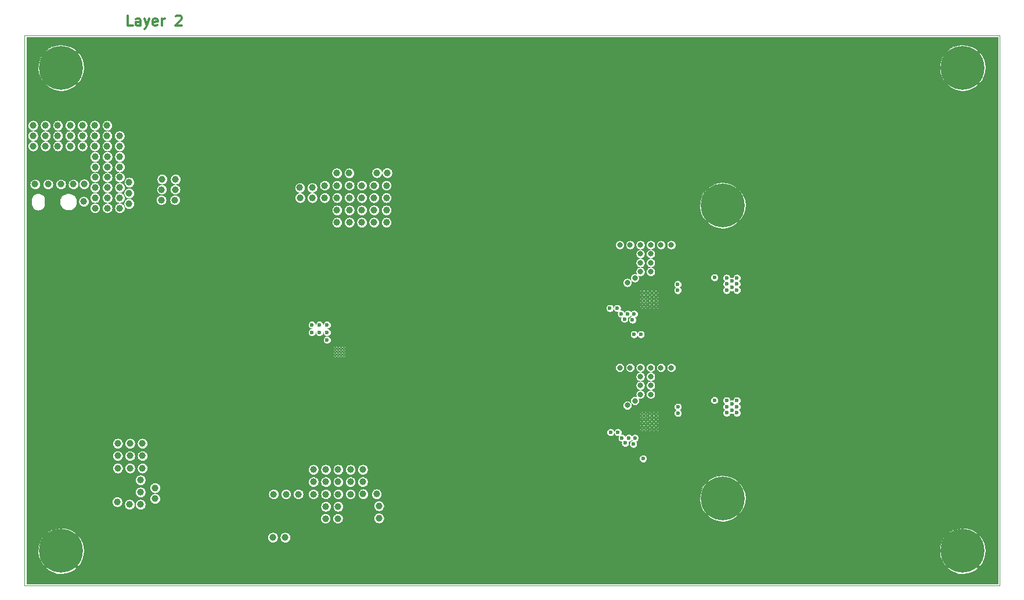
<source format=gbr>
G04 #@! TF.GenerationSoftware,KiCad,Pcbnew,(5.1.6)-1*
G04 #@! TF.CreationDate,2020-09-08T15:56:58+05:30*
G04 #@! TF.ProjectId,rj-2-4ghz-filter-amp,726a2d32-2d34-4676-987a-2d66696c7465,rev?*
G04 #@! TF.SameCoordinates,Original*
G04 #@! TF.FileFunction,Copper,L2,Inr*
G04 #@! TF.FilePolarity,Positive*
%FSLAX46Y46*%
G04 Gerber Fmt 4.6, Leading zero omitted, Abs format (unit mm)*
G04 Created by KiCad (PCBNEW (5.1.6)-1) date 2020-09-08 15:56:58*
%MOMM*%
%LPD*%
G01*
G04 APERTURE LIST*
G04 #@! TA.AperFunction,NonConductor*
%ADD10C,0.300000*%
G04 #@! TD*
G04 #@! TA.AperFunction,Profile*
%ADD11C,0.050000*%
G04 #@! TD*
G04 #@! TA.AperFunction,ViaPad*
%ADD12C,6.400000*%
G04 #@! TD*
G04 #@! TA.AperFunction,ViaPad*
%ADD13C,0.800000*%
G04 #@! TD*
G04 #@! TA.AperFunction,ViaPad*
%ADD14C,0.287500*%
G04 #@! TD*
G04 #@! TA.AperFunction,ViaPad*
%ADD15C,0.212500*%
G04 #@! TD*
G04 #@! TA.AperFunction,ViaPad*
%ADD16C,1.000000*%
G04 #@! TD*
G04 #@! TA.AperFunction,ViaPad*
%ADD17C,0.600000*%
G04 #@! TD*
G04 #@! TA.AperFunction,Conductor*
%ADD18C,0.100000*%
G04 #@! TD*
G04 APERTURE END LIST*
D10*
X106950748Y-41859591D02*
X106236462Y-41859591D01*
X106236462Y-40359591D01*
X108093605Y-41859591D02*
X108093605Y-41073877D01*
X108022177Y-40931020D01*
X107879320Y-40859591D01*
X107593605Y-40859591D01*
X107450748Y-40931020D01*
X108093605Y-41788162D02*
X107950748Y-41859591D01*
X107593605Y-41859591D01*
X107450748Y-41788162D01*
X107379320Y-41645305D01*
X107379320Y-41502448D01*
X107450748Y-41359591D01*
X107593605Y-41288162D01*
X107950748Y-41288162D01*
X108093605Y-41216734D01*
X108665034Y-40859591D02*
X109022177Y-41859591D01*
X109379320Y-40859591D02*
X109022177Y-41859591D01*
X108879320Y-42216734D01*
X108807891Y-42288162D01*
X108665034Y-42359591D01*
X110522177Y-41788162D02*
X110379320Y-41859591D01*
X110093605Y-41859591D01*
X109950748Y-41788162D01*
X109879320Y-41645305D01*
X109879320Y-41073877D01*
X109950748Y-40931020D01*
X110093605Y-40859591D01*
X110379320Y-40859591D01*
X110522177Y-40931020D01*
X110593605Y-41073877D01*
X110593605Y-41216734D01*
X109879320Y-41359591D01*
X111236462Y-41859591D02*
X111236462Y-40859591D01*
X111236462Y-41145305D02*
X111307891Y-41002448D01*
X111379320Y-40931020D01*
X111522177Y-40859591D01*
X111665034Y-40859591D01*
X113236462Y-40502448D02*
X113307891Y-40431020D01*
X113450748Y-40359591D01*
X113807891Y-40359591D01*
X113950748Y-40431020D01*
X114022177Y-40502448D01*
X114093605Y-40645305D01*
X114093605Y-40788162D01*
X114022177Y-41002448D01*
X113165034Y-41859591D01*
X114093605Y-41859591D01*
D11*
X233400600Y-43286680D02*
X91183460Y-43286680D01*
X91183460Y-43286680D02*
X91183460Y-123548140D01*
X233400600Y-123548140D02*
X233400600Y-43286680D01*
X91183460Y-123548140D02*
X233400600Y-123548140D01*
D12*
X193000000Y-110825280D03*
D13*
X195400000Y-110825280D03*
X194697056Y-112522336D03*
X193000000Y-113225280D03*
X191302944Y-112522336D03*
X190600000Y-110825280D03*
X191302944Y-109128224D03*
X193000000Y-108425280D03*
X194697056Y-109128224D03*
D12*
X193000000Y-68084700D03*
D13*
X195400000Y-68084700D03*
X194697056Y-69781756D03*
X193000000Y-70484700D03*
X191302944Y-69781756D03*
X190600000Y-68084700D03*
X191302944Y-66387644D03*
X193000000Y-65684700D03*
X194697056Y-66387644D03*
X98197056Y-46302944D03*
X96500000Y-45600000D03*
X94802944Y-46302944D03*
X94100000Y-48000000D03*
X94802944Y-49697056D03*
X96500000Y-50400000D03*
X98197056Y-49697056D03*
X98900000Y-48000000D03*
D12*
X96500000Y-48000000D03*
D13*
X98197056Y-116802944D03*
X96500000Y-116100000D03*
X94802944Y-116802944D03*
X94100000Y-118500000D03*
X94802944Y-120197056D03*
X96500000Y-120900000D03*
X98197056Y-120197056D03*
X98900000Y-118500000D03*
D12*
X96500000Y-118500000D03*
X228000000Y-118500000D03*
D13*
X230400000Y-118500000D03*
X229697056Y-120197056D03*
X228000000Y-120900000D03*
X226302944Y-120197056D03*
X225600000Y-118500000D03*
X226302944Y-116802944D03*
X228000000Y-116100000D03*
X229697056Y-116802944D03*
D12*
X228000000Y-48000000D03*
D13*
X230400000Y-48000000D03*
X229697056Y-49697056D03*
X228000000Y-50400000D03*
X226302944Y-49697056D03*
X225600000Y-48000000D03*
X226302944Y-46302944D03*
X228000000Y-45600000D03*
X229697056Y-46302944D03*
D14*
X183508680Y-82838940D03*
X183508680Y-82263940D03*
X183508680Y-81688940D03*
X183508680Y-81113940D03*
X183508680Y-80538940D03*
X182933680Y-82838940D03*
X182933680Y-82263940D03*
X182933680Y-81688940D03*
X182933680Y-81113940D03*
X182933680Y-80538940D03*
X182358680Y-82838940D03*
X182358680Y-82263940D03*
X182358680Y-81688940D03*
X182358680Y-81113940D03*
X182358680Y-80538940D03*
X181783680Y-82838940D03*
X181783680Y-82263940D03*
X181783680Y-81688940D03*
X181783680Y-81113940D03*
X181783680Y-80538940D03*
X181208680Y-82838940D03*
X181208680Y-82263940D03*
X181208680Y-81688940D03*
X181208680Y-81113940D03*
X181208680Y-80538940D03*
X183508680Y-100740201D03*
X183508680Y-100165201D03*
X183508680Y-99590201D03*
X183508680Y-99015201D03*
X183508680Y-98440201D03*
X182933680Y-100740201D03*
X182933680Y-100165201D03*
X182933680Y-99590201D03*
X182933680Y-99015201D03*
X182933680Y-98440201D03*
X182358680Y-100740201D03*
X182358680Y-100165201D03*
X182358680Y-99590201D03*
X182358680Y-99015201D03*
X182358680Y-98440201D03*
X181783680Y-100740201D03*
X181783680Y-100165201D03*
X181783680Y-99590201D03*
X181783680Y-99015201D03*
X181783680Y-98440201D03*
X181208680Y-100740201D03*
X181208680Y-100165201D03*
X181208680Y-99590201D03*
X181208680Y-99015201D03*
X181208680Y-98440201D03*
D15*
X137732320Y-89985400D03*
X137732320Y-89560400D03*
X137732320Y-89135400D03*
X137732320Y-88710400D03*
X137307320Y-89985400D03*
X137307320Y-89560400D03*
X137307320Y-89135400D03*
X137307320Y-88710400D03*
X136882320Y-89985400D03*
X136882320Y-89560400D03*
X136882320Y-89135400D03*
X136882320Y-88710400D03*
X136457320Y-89985400D03*
X136457320Y-89560400D03*
X136457320Y-89135400D03*
X136457320Y-88710400D03*
D16*
X104180640Y-119522240D03*
X109260640Y-119522240D03*
X111800640Y-119522240D03*
X129580640Y-119522240D03*
X132120640Y-119522240D03*
X134660640Y-119522240D03*
X119420640Y-119522240D03*
X121960640Y-119522240D03*
X101640640Y-119522240D03*
X127040640Y-119522240D03*
X139740640Y-119522240D03*
X142280640Y-119522240D03*
X144820640Y-119522240D03*
X147360640Y-119522240D03*
X137200640Y-119522240D03*
X106720640Y-119522240D03*
X114340640Y-119522240D03*
X116880640Y-119522240D03*
X124500640Y-119522240D03*
X157520640Y-122062240D03*
X160060640Y-122062240D03*
X101640640Y-122062240D03*
X109260640Y-122062240D03*
X142280640Y-122062240D03*
X144820640Y-122062240D03*
X147360640Y-122062240D03*
X114340640Y-122062240D03*
X149900640Y-122062240D03*
X152440640Y-122062240D03*
X154980640Y-122062240D03*
X121960640Y-122062240D03*
X116880640Y-122062240D03*
X119420640Y-122062240D03*
X106720640Y-122062240D03*
X129580640Y-122062240D03*
X124500640Y-122062240D03*
X127040640Y-122062240D03*
X104180640Y-122062240D03*
X132120640Y-122062240D03*
X134660640Y-122062240D03*
X137200640Y-122062240D03*
X111800640Y-122062240D03*
X139740640Y-122062240D03*
X190540640Y-119522240D03*
X210860640Y-119522240D03*
X223560640Y-119522240D03*
X167680640Y-119522240D03*
X195620640Y-119522240D03*
X203240640Y-119522240D03*
X154980640Y-119522240D03*
X165140640Y-119522240D03*
X177840640Y-119522240D03*
X149900640Y-119522240D03*
X213400640Y-119522240D03*
X162600640Y-119522240D03*
X152440640Y-119522240D03*
X221020640Y-119522240D03*
X172760640Y-119522240D03*
X160060640Y-119522240D03*
X170220640Y-119522240D03*
X175300640Y-119522240D03*
X188000640Y-119522240D03*
X205780640Y-119522240D03*
X182920640Y-119522240D03*
X180380640Y-119522240D03*
X185460640Y-119522240D03*
X218480640Y-119522240D03*
X208320640Y-119522240D03*
X157520640Y-119522240D03*
X215940640Y-119522240D03*
X193080640Y-119522240D03*
X198160640Y-119522240D03*
X200700640Y-119522240D03*
X215940640Y-122062240D03*
X218480640Y-122062240D03*
X221020640Y-122062240D03*
X223560640Y-122062240D03*
X180380640Y-122062240D03*
X182920640Y-122062240D03*
X185460640Y-122062240D03*
X175300640Y-122062240D03*
X190540640Y-122062240D03*
X195620640Y-122062240D03*
X205780640Y-122062240D03*
X167680640Y-122062240D03*
X170220640Y-122062240D03*
X177840640Y-122062240D03*
X165140640Y-122062240D03*
X193080640Y-122062240D03*
X172760640Y-122062240D03*
X162600640Y-122062240D03*
X200700640Y-122062240D03*
X188000640Y-122062240D03*
X198160640Y-122062240D03*
X203240640Y-122062240D03*
X210860640Y-122062240D03*
X208320640Y-122062240D03*
X213400640Y-122062240D03*
D17*
X176441100Y-78666340D03*
X175422560Y-77162660D03*
X174622460Y-74353420D03*
X177556160Y-78676500D03*
X174622460Y-76278740D03*
X176420780Y-77551280D03*
X174571660Y-75331320D03*
X175562260Y-73665080D03*
X120325000Y-59315300D03*
X120325000Y-60315300D03*
X120325000Y-58315300D03*
X115525000Y-58315300D03*
X116725000Y-59315300D03*
X116725000Y-58315300D03*
X115525000Y-59315300D03*
X115525000Y-60315300D03*
X116725000Y-60315300D03*
X117975000Y-65315300D03*
X119175000Y-65315300D03*
X119175000Y-61315300D03*
X119175000Y-59315300D03*
X119175000Y-60315300D03*
X117975000Y-64315300D03*
X119175000Y-64315300D03*
X117975000Y-61315300D03*
X117975000Y-62315300D03*
X117975000Y-63315300D03*
X119175000Y-63315300D03*
X117975000Y-60315300D03*
X119175000Y-58315300D03*
X119175000Y-62315300D03*
X117975000Y-59315300D03*
X117975000Y-58315300D03*
X187166680Y-77100000D03*
X188166680Y-77100000D03*
X188691680Y-76250000D03*
X190166680Y-77100000D03*
X189166680Y-77100000D03*
X186016680Y-78425000D03*
X184441680Y-78975000D03*
X185316680Y-78975000D03*
X189666680Y-76250000D03*
X188716680Y-75350000D03*
X189666680Y-75350000D03*
X192366680Y-75350000D03*
X188716680Y-74475000D03*
X187916680Y-73750000D03*
X191491680Y-75350000D03*
X190591680Y-75350000D03*
X114683460Y-109640580D03*
X117240560Y-91678760D03*
X115255040Y-86360000D03*
X116255040Y-86360000D03*
X117255040Y-86360000D03*
X118255040Y-86360000D03*
X119255040Y-86360000D03*
X115255040Y-87360000D03*
X116255040Y-87360000D03*
X117255040Y-87360000D03*
X118255040Y-87360000D03*
X119255040Y-87360000D03*
X115255040Y-88360000D03*
X116255040Y-88360000D03*
X117255040Y-88360000D03*
X118255040Y-88360000D03*
X119255040Y-88360000D03*
X110908460Y-113465580D03*
X112208460Y-113465580D03*
X109508460Y-115990580D03*
X110008460Y-117190580D03*
X111308460Y-117165580D03*
X112658460Y-117165580D03*
X114008460Y-117165580D03*
X119733460Y-104490580D03*
X119733460Y-105590580D03*
X119708460Y-106715580D03*
X124908460Y-105540580D03*
X124908460Y-106740580D03*
X124883460Y-107990580D03*
X126233460Y-106890580D03*
X126133460Y-108115580D03*
X127083460Y-107590580D03*
X124908460Y-104390580D03*
X111708460Y-112490580D03*
X115883460Y-109640580D03*
X114683460Y-108640580D03*
X115883460Y-108640580D03*
X114683460Y-107640580D03*
X115883460Y-107640580D03*
X114683460Y-106640580D03*
X115883460Y-106640580D03*
X114683460Y-105640580D03*
X115883460Y-105640580D03*
X114683460Y-104640580D03*
X115883460Y-104640580D03*
X114683460Y-103640580D03*
X115883460Y-103640580D03*
X114683460Y-102640580D03*
X115883460Y-102640580D03*
D13*
X112200000Y-69165300D03*
X113975000Y-69165300D03*
X115825000Y-69165300D03*
X112200000Y-70765300D03*
X112200000Y-72365300D03*
X112200000Y-73965300D03*
X114125000Y-73040300D03*
X114100000Y-74215300D03*
X115625000Y-73040300D03*
X115625000Y-74215300D03*
X117125000Y-73040300D03*
X117150000Y-74190300D03*
X130400000Y-63115300D03*
X128850000Y-63140300D03*
X128500000Y-61740300D03*
X128475000Y-60290300D03*
X130050000Y-59615300D03*
X127000000Y-59590300D03*
X125150000Y-59590300D03*
X123350000Y-59590300D03*
X123275000Y-62490300D03*
X123300000Y-61015300D03*
D17*
X175891680Y-105200000D03*
X176941680Y-105200000D03*
X177991680Y-105200000D03*
X184441680Y-96900000D03*
X185316680Y-96900000D03*
X186016680Y-96350000D03*
X186641680Y-95775000D03*
X187166680Y-95025000D03*
X188166680Y-95025000D03*
X189166680Y-95025000D03*
X190166680Y-95025000D03*
X188691680Y-94175000D03*
X189666680Y-94175000D03*
X188716680Y-93275000D03*
X189666680Y-93275000D03*
X190591680Y-93275000D03*
X191491680Y-93275000D03*
X188716680Y-92400000D03*
X187916680Y-91675000D03*
X192366680Y-93275000D03*
X176471580Y-87083900D03*
X177690780Y-87083900D03*
X178808380Y-87083900D03*
X177385980Y-88074500D03*
X178592480Y-88099900D03*
X179811680Y-88290400D03*
X181030880Y-88277700D03*
X102420420Y-88325960D03*
X101208840Y-87198200D03*
X99936300Y-88348820D03*
D13*
X112488980Y-93774260D03*
X114150140Y-92356940D03*
X116288820Y-92379800D03*
X118633240Y-92445840D03*
D17*
X117240560Y-92494860D03*
D13*
X117325140Y-84919820D03*
D17*
X139801600Y-88442800D03*
X136555480Y-91650820D03*
X137530840Y-91658440D03*
X177591720Y-96624140D03*
X176476660Y-96613980D03*
X176456340Y-95498920D03*
X175458120Y-95110300D03*
X174658020Y-94226380D03*
X174607220Y-93278960D03*
X174658020Y-92301060D03*
X175597820Y-91612720D03*
X186641680Y-77850000D03*
X134068820Y-73731120D03*
X134990840Y-73731120D03*
X135915400Y-73753980D03*
X136537700Y-72278240D03*
X133144260Y-72278240D03*
D16*
X95816420Y-70675500D03*
X97616420Y-70675500D03*
X99416420Y-70675500D03*
X101216420Y-70675500D03*
X103016420Y-70675500D03*
X104816420Y-70675500D03*
X106565700Y-70772020D03*
X95445580Y-72405980D03*
X101216420Y-72375500D03*
X103016420Y-72375500D03*
X104816420Y-72375500D03*
X106616420Y-72375500D03*
X108315760Y-72572880D03*
X95445580Y-74105980D03*
X101216420Y-74075500D03*
X103016420Y-74075500D03*
X104816420Y-74075500D03*
X106616420Y-74075500D03*
X108416420Y-74075500D03*
X95816420Y-75775500D03*
X97616420Y-75775500D03*
X99416420Y-75775500D03*
X101216420Y-75775500D03*
X103016420Y-75775500D03*
X104816420Y-75775500D03*
X106616420Y-75775500D03*
X108416420Y-75775500D03*
X109694980Y-73398380D03*
X109758480Y-74940160D03*
X96740980Y-73225660D03*
D13*
X110434120Y-69159120D03*
D16*
X147025360Y-61163200D03*
X149565360Y-61163200D03*
X152105360Y-61163200D03*
X154645360Y-61163200D03*
X157185360Y-61163200D03*
X159725360Y-61163200D03*
X162265360Y-61163200D03*
X164805360Y-61163200D03*
X167345360Y-61163200D03*
X169885360Y-61163200D03*
X172425360Y-61163200D03*
X174965360Y-61163200D03*
X177505360Y-61163200D03*
X180045360Y-61163200D03*
D17*
X183949340Y-102971600D03*
X186575700Y-103845360D03*
X186669680Y-105006140D03*
X186697620Y-106415840D03*
X186410600Y-107850940D03*
X184894220Y-107823000D03*
X177479960Y-106580940D03*
X106293920Y-91241880D03*
X186550300Y-85559900D03*
X185900060Y-86812120D03*
X185859420Y-88036400D03*
X183614060Y-84963000D03*
D16*
X92671900Y-95587820D03*
X95211900Y-95587820D03*
X92671900Y-98127820D03*
X95211900Y-98127820D03*
X92671900Y-100667820D03*
X95211900Y-100667820D03*
X92613480Y-85371940D03*
X95153480Y-85371940D03*
X92613480Y-82831940D03*
X95153480Y-82831940D03*
X92613480Y-80291940D03*
X95153480Y-80291940D03*
X92613480Y-77751940D03*
X95153480Y-77751940D03*
X229108000Y-97048320D03*
X231648000Y-97048320D03*
X229108000Y-99588320D03*
X231648000Y-99588320D03*
X229108000Y-102128320D03*
X231648000Y-102128320D03*
X229108000Y-104668320D03*
X231648000Y-104668320D03*
X229108000Y-107208320D03*
X231648000Y-107208320D03*
X229108000Y-109748320D03*
X231648000Y-109748320D03*
X229108000Y-112288320D03*
X231648000Y-112288320D03*
X229229920Y-86405720D03*
X231769920Y-86405720D03*
X229229920Y-83865720D03*
X231769920Y-83865720D03*
X229229920Y-81325720D03*
X231769920Y-81325720D03*
X229229920Y-78785720D03*
X231769920Y-78785720D03*
X229229920Y-76245720D03*
X231769920Y-76245720D03*
X229229920Y-73705720D03*
X231769920Y-73705720D03*
X229229920Y-71165720D03*
X231769920Y-71165720D03*
X229229920Y-68625720D03*
X231769920Y-68625720D03*
X229229920Y-66085720D03*
X231769920Y-66085720D03*
X229229920Y-63545720D03*
X231769920Y-63545720D03*
X229229920Y-61005720D03*
X231769920Y-61005720D03*
X229229920Y-58465720D03*
X231769920Y-58465720D03*
X229229920Y-55925720D03*
X231769920Y-55925720D03*
X229229920Y-53385720D03*
X231769920Y-53385720D03*
X231769920Y-50845720D03*
D17*
X106090720Y-89448640D03*
D16*
X101092000Y-47261780D03*
X103632000Y-47261780D03*
X106172000Y-47261780D03*
X108712000Y-47261780D03*
X111252000Y-47261780D03*
X113792000Y-47261780D03*
X116332000Y-47261780D03*
X118872000Y-47261780D03*
X121412000Y-47261780D03*
X123952000Y-47261780D03*
X126492000Y-47261780D03*
X129032000Y-47261780D03*
X131572000Y-47261780D03*
X134112000Y-47261780D03*
X136652000Y-47261780D03*
X139192000Y-47261780D03*
X141732000Y-47261780D03*
X144272000Y-47261780D03*
X146812000Y-47261780D03*
X149352000Y-47261780D03*
X151892000Y-47261780D03*
X154432000Y-47261780D03*
X156972000Y-47261780D03*
X159512000Y-47261780D03*
X162052000Y-47261780D03*
X164592000Y-47261780D03*
X167132000Y-47261780D03*
X169672000Y-47261780D03*
X172212000Y-47261780D03*
X174752000Y-47261780D03*
X177292000Y-47261780D03*
X179832000Y-47261780D03*
X182372000Y-47261780D03*
X184912000Y-47261780D03*
X187452000Y-47261780D03*
X189992000Y-47261780D03*
X192532000Y-47261780D03*
X195072000Y-47261780D03*
X197612000Y-47261780D03*
X200152000Y-47261780D03*
X202692000Y-47261780D03*
X205232000Y-47261780D03*
X207772000Y-47261780D03*
X210312000Y-47261780D03*
X212852000Y-47261780D03*
X215392000Y-47261780D03*
X217932000Y-47261780D03*
X220472000Y-47261780D03*
X223012000Y-47261780D03*
X101092000Y-44721780D03*
X103632000Y-44721780D03*
X106172000Y-44721780D03*
X108712000Y-44721780D03*
X111252000Y-44721780D03*
X113792000Y-44721780D03*
X116332000Y-44721780D03*
X118872000Y-44721780D03*
X121412000Y-44721780D03*
X123952000Y-44721780D03*
X126492000Y-44721780D03*
X129032000Y-44721780D03*
X131572000Y-44721780D03*
X134112000Y-44721780D03*
X136652000Y-44721780D03*
X139192000Y-44721780D03*
X141732000Y-44721780D03*
X144272000Y-44721780D03*
X146812000Y-44721780D03*
X149352000Y-44721780D03*
X151892000Y-44721780D03*
X154432000Y-44721780D03*
X156972000Y-44721780D03*
X159512000Y-44721780D03*
X162052000Y-44721780D03*
X164592000Y-44721780D03*
X167132000Y-44721780D03*
X169672000Y-44721780D03*
X172212000Y-44721780D03*
X174752000Y-44721780D03*
X177292000Y-44721780D03*
X179832000Y-44721780D03*
X182372000Y-44721780D03*
X184912000Y-44721780D03*
X187452000Y-44721780D03*
X189992000Y-44721780D03*
X192532000Y-44721780D03*
X195072000Y-44721780D03*
X197612000Y-44721780D03*
X200152000Y-44721780D03*
X202692000Y-44721780D03*
X205232000Y-44721780D03*
X207772000Y-44721780D03*
X210312000Y-44721780D03*
X212852000Y-44721780D03*
X215392000Y-44721780D03*
X217932000Y-44721780D03*
X220472000Y-44721780D03*
X223012000Y-44721780D03*
X231648000Y-114828320D03*
X231556560Y-122085100D03*
X92760800Y-122077480D03*
X92923360Y-54117240D03*
X95194120Y-54109620D03*
X92948760Y-51676300D03*
X92583000Y-44625260D03*
X231731820Y-44691300D03*
X136725000Y-63365300D03*
X138525000Y-63365300D03*
D13*
X179091680Y-79350000D03*
X180191680Y-78675000D03*
X177991680Y-73850000D03*
X180991680Y-77750000D03*
X182491680Y-75150000D03*
X182491680Y-73850000D03*
X179491680Y-73850000D03*
X180991680Y-73850000D03*
X182491680Y-76450000D03*
X182491680Y-77750000D03*
X180991680Y-76450000D03*
X180991680Y-75150000D03*
X183991680Y-73850000D03*
X185491680Y-73850000D03*
D17*
X193566680Y-80450000D03*
X195066680Y-80450000D03*
X194341680Y-80050000D03*
X193566680Y-78650000D03*
X193566680Y-79550000D03*
X195066680Y-78650000D03*
X195066680Y-79550000D03*
X186441680Y-80475000D03*
X191791680Y-78600000D03*
X194341680Y-79100000D03*
X186441680Y-79575000D03*
X181066680Y-86900000D03*
X179841680Y-84775000D03*
X178666680Y-84650000D03*
X180066680Y-86900000D03*
X177616680Y-83075000D03*
X179166680Y-83900000D03*
X178191680Y-83900000D03*
X176541680Y-83075000D03*
X180091680Y-83900000D03*
D16*
X136750000Y-70565300D03*
X138550000Y-70565300D03*
X140350000Y-70565300D03*
X142150000Y-70565300D03*
X143950000Y-70565300D03*
X136750000Y-68765300D03*
X138550000Y-68765300D03*
X140350000Y-68765300D03*
X142150000Y-68765300D03*
X143950000Y-68765300D03*
X136750000Y-66965300D03*
X138550000Y-66965300D03*
X140350000Y-66965300D03*
X142150000Y-66965300D03*
X143950000Y-66965300D03*
X138550000Y-65165300D03*
X140350000Y-65165300D03*
X142150000Y-65165300D03*
X143950000Y-65165300D03*
X144050000Y-63315300D03*
X142575000Y-63315300D03*
X134950000Y-66965300D03*
X133150000Y-66965300D03*
X131350000Y-66965300D03*
X136750000Y-65165300D03*
X134950000Y-65165300D03*
X133125000Y-65490300D03*
X131325000Y-65490300D03*
D17*
X133100000Y-85500000D03*
X134200000Y-85500000D03*
X135300000Y-85500000D03*
X133100000Y-86600000D03*
X134200000Y-86600000D03*
X135300000Y-86600000D03*
X135300000Y-87700000D03*
D16*
X108083460Y-108140580D03*
X110208460Y-109290580D03*
X110208460Y-110865580D03*
X106483460Y-111715580D03*
X108083460Y-111715580D03*
X108083460Y-109915580D03*
X104683460Y-111340580D03*
X111225000Y-64265300D03*
X113200000Y-64265300D03*
X111175000Y-65765300D03*
X113150000Y-65765300D03*
X111125000Y-67290300D03*
X113100000Y-67290300D03*
X104758460Y-102815580D03*
X106558460Y-102815580D03*
X108358460Y-102815580D03*
X104758460Y-104615580D03*
X106558460Y-104615580D03*
X108358460Y-104615580D03*
X104758460Y-106415580D03*
X106558460Y-106415580D03*
X108358460Y-106415580D03*
X92417900Y-56426100D03*
X94217900Y-56426100D03*
X96017900Y-56426100D03*
X97817900Y-56426100D03*
X99617900Y-56426100D03*
X101417900Y-56426100D03*
X103217900Y-56426100D03*
X92417900Y-57926100D03*
X94217900Y-57926100D03*
X96017900Y-57926100D03*
X97817900Y-57926100D03*
X99617900Y-57926100D03*
X101417900Y-57926100D03*
X103217900Y-57926100D03*
X105017900Y-57926100D03*
X92417900Y-59426100D03*
X94217900Y-59426100D03*
X96017900Y-59426100D03*
X97817900Y-59426100D03*
X99617900Y-59426100D03*
X101417900Y-59426100D03*
X103217900Y-59426100D03*
X105017900Y-59426100D03*
X101447600Y-60972700D03*
X103247600Y-60972700D03*
X105047600Y-60972700D03*
X101447600Y-62472700D03*
X103247600Y-62472700D03*
X105047600Y-62472700D03*
X101447600Y-63972700D03*
X103247600Y-63972700D03*
X105047600Y-63972700D03*
X101447600Y-65472700D03*
X103247600Y-65472700D03*
X105047600Y-65472700D03*
X101447600Y-66972700D03*
X103247600Y-66972700D03*
X105047600Y-66972700D03*
X101447600Y-68472700D03*
X103247600Y-68472700D03*
X105047600Y-68472700D03*
X92710000Y-64985900D03*
X94602300Y-64985900D03*
X96481900Y-64985900D03*
X98285300Y-64985900D03*
X99860100Y-64960500D03*
X99809300Y-67513200D03*
X106413300Y-66306700D03*
X106438700Y-64706500D03*
X106400600Y-67830700D03*
D13*
X180991680Y-95650000D03*
D17*
X178766680Y-102750000D03*
D16*
X135058460Y-113765580D03*
X136858460Y-113765580D03*
X140558460Y-110190580D03*
X142508460Y-110190580D03*
X140508460Y-108415580D03*
X140508460Y-106615580D03*
X142858460Y-113715580D03*
X142858460Y-111915580D03*
X127508460Y-110215580D03*
X129308460Y-110215580D03*
X131108460Y-110215580D03*
X127383460Y-116515580D03*
X129183460Y-116515580D03*
X133308460Y-106615580D03*
X135108460Y-106615580D03*
X136908460Y-106615580D03*
X138708460Y-106615580D03*
X133308460Y-108415580D03*
X135108460Y-108415580D03*
X136908460Y-108415580D03*
X138708460Y-108415580D03*
X133308460Y-110215580D03*
X135108460Y-110215580D03*
X136908460Y-110215580D03*
X138708460Y-110215580D03*
X135108460Y-112015580D03*
X136908460Y-112015580D03*
D17*
X176641680Y-101175000D03*
X177716680Y-101175000D03*
X178291680Y-102000000D03*
X179266680Y-102000000D03*
X180191680Y-102000000D03*
X179966680Y-102900000D03*
X181386480Y-105029000D03*
D13*
X182491680Y-95650000D03*
X180991680Y-94350000D03*
X182491680Y-94350000D03*
X180991680Y-93050000D03*
X182491680Y-93050000D03*
X180991680Y-91750000D03*
X182491680Y-91750000D03*
X183991680Y-91750000D03*
X185491680Y-91750000D03*
X179491680Y-91750000D03*
X177991680Y-91750000D03*
X180191680Y-96575000D03*
X179091680Y-97250000D03*
D17*
X186466680Y-98375000D03*
X186466680Y-97475000D03*
X191791680Y-96500000D03*
X193566680Y-96550000D03*
X195066680Y-96550000D03*
X193566680Y-97450000D03*
X195066680Y-97450000D03*
X193566680Y-98350000D03*
X195066680Y-98350000D03*
X194341680Y-97000000D03*
X194341680Y-97950000D03*
D18*
G36*
X233125600Y-123273140D02*
G01*
X91458460Y-123273140D01*
X91458460Y-120990922D01*
X94291921Y-120990922D01*
X94686690Y-121336066D01*
X95274822Y-121635331D01*
X95910036Y-121814107D01*
X96567923Y-121865524D01*
X97223198Y-121787605D01*
X97850682Y-121583345D01*
X98313310Y-121336066D01*
X98708079Y-120990922D01*
X225791921Y-120990922D01*
X226186690Y-121336066D01*
X226774822Y-121635331D01*
X227410036Y-121814107D01*
X228067923Y-121865524D01*
X228723198Y-121787605D01*
X229350682Y-121583345D01*
X229813310Y-121336066D01*
X230208079Y-120990922D01*
X229891336Y-120674179D01*
X229891336Y-120674178D01*
X229697056Y-120479899D01*
X229340011Y-120122854D01*
X229219934Y-120002776D01*
X229219933Y-120002776D01*
X228000000Y-118782843D01*
X226780067Y-120002776D01*
X226780066Y-120002776D01*
X226659989Y-120122854D01*
X226302944Y-120479899D01*
X226108664Y-120674178D01*
X226108664Y-120674179D01*
X225791921Y-120990922D01*
X98708079Y-120990922D01*
X98391336Y-120674179D01*
X98391336Y-120674178D01*
X98197056Y-120479899D01*
X97840011Y-120122854D01*
X97719934Y-120002776D01*
X97719933Y-120002776D01*
X96500000Y-118782843D01*
X95280067Y-120002776D01*
X95280066Y-120002776D01*
X95159989Y-120122854D01*
X94802944Y-120479899D01*
X94608664Y-120674178D01*
X94608664Y-120674179D01*
X94291921Y-120990922D01*
X91458460Y-120990922D01*
X91458460Y-118567923D01*
X93134476Y-118567923D01*
X93212395Y-119223198D01*
X93416655Y-119850682D01*
X93663934Y-120313310D01*
X94009078Y-120708079D01*
X94325821Y-120391336D01*
X94325822Y-120391336D01*
X94520101Y-120197056D01*
X94802944Y-119914213D01*
X94997224Y-119719934D01*
X94997224Y-119719933D01*
X96217157Y-118500000D01*
X96782843Y-118500000D01*
X98002776Y-119719933D01*
X98002776Y-119719934D01*
X98197056Y-119914213D01*
X98479899Y-120197056D01*
X98674178Y-120391336D01*
X98674179Y-120391336D01*
X98990922Y-120708079D01*
X99336066Y-120313310D01*
X99635331Y-119725178D01*
X99814107Y-119089964D01*
X99854906Y-118567923D01*
X224634476Y-118567923D01*
X224712395Y-119223198D01*
X224916655Y-119850682D01*
X225163934Y-120313310D01*
X225509078Y-120708079D01*
X225825821Y-120391336D01*
X225825822Y-120391336D01*
X226020101Y-120197056D01*
X226302944Y-119914213D01*
X226497224Y-119719934D01*
X226497224Y-119719933D01*
X227717157Y-118500000D01*
X228282843Y-118500000D01*
X229502776Y-119719933D01*
X229502776Y-119719934D01*
X229697056Y-119914213D01*
X229979899Y-120197056D01*
X230174178Y-120391336D01*
X230174179Y-120391336D01*
X230490922Y-120708079D01*
X230836066Y-120313310D01*
X231135331Y-119725178D01*
X231314107Y-119089964D01*
X231365524Y-118432077D01*
X231287605Y-117776802D01*
X231083345Y-117149318D01*
X230836066Y-116686690D01*
X230490922Y-116291921D01*
X230174179Y-116608664D01*
X230174178Y-116608664D01*
X230054101Y-116728742D01*
X229697056Y-117085787D01*
X229502776Y-117280066D01*
X229502776Y-117280067D01*
X228282843Y-118500000D01*
X227717157Y-118500000D01*
X226497224Y-117280067D01*
X226497224Y-117280066D01*
X226302944Y-117085787D01*
X225945899Y-116728742D01*
X225825822Y-116608664D01*
X225825821Y-116608664D01*
X225509078Y-116291921D01*
X225163934Y-116686690D01*
X224864669Y-117274822D01*
X224685893Y-117910036D01*
X224634476Y-118567923D01*
X99854906Y-118567923D01*
X99865524Y-118432077D01*
X99787605Y-117776802D01*
X99583345Y-117149318D01*
X99336066Y-116686690D01*
X99121883Y-116441711D01*
X126633460Y-116441711D01*
X126633460Y-116589449D01*
X126662282Y-116734347D01*
X126718819Y-116870838D01*
X126800897Y-116993677D01*
X126905363Y-117098143D01*
X127028202Y-117180221D01*
X127164693Y-117236758D01*
X127309591Y-117265580D01*
X127457329Y-117265580D01*
X127602227Y-117236758D01*
X127738718Y-117180221D01*
X127861557Y-117098143D01*
X127966023Y-116993677D01*
X128048101Y-116870838D01*
X128104638Y-116734347D01*
X128133460Y-116589449D01*
X128133460Y-116441711D01*
X128433460Y-116441711D01*
X128433460Y-116589449D01*
X128462282Y-116734347D01*
X128518819Y-116870838D01*
X128600897Y-116993677D01*
X128705363Y-117098143D01*
X128828202Y-117180221D01*
X128964693Y-117236758D01*
X129109591Y-117265580D01*
X129257329Y-117265580D01*
X129402227Y-117236758D01*
X129538718Y-117180221D01*
X129661557Y-117098143D01*
X129766023Y-116993677D01*
X129848101Y-116870838D01*
X129904638Y-116734347D01*
X129933460Y-116589449D01*
X129933460Y-116441711D01*
X129904638Y-116296813D01*
X129848101Y-116160322D01*
X129766023Y-116037483D01*
X129737618Y-116009078D01*
X225791921Y-116009078D01*
X226108664Y-116325821D01*
X226108664Y-116325822D01*
X226302944Y-116520101D01*
X226585787Y-116802944D01*
X226780066Y-116997224D01*
X226780067Y-116997224D01*
X228000000Y-118217157D01*
X229219933Y-116997224D01*
X229219934Y-116997224D01*
X229414213Y-116802944D01*
X229697056Y-116520101D01*
X229891336Y-116325822D01*
X229891336Y-116325821D01*
X230208079Y-116009078D01*
X229813310Y-115663934D01*
X229225178Y-115364669D01*
X228589964Y-115185893D01*
X227932077Y-115134476D01*
X227276802Y-115212395D01*
X226649318Y-115416655D01*
X226186690Y-115663934D01*
X225791921Y-116009078D01*
X129737618Y-116009078D01*
X129661557Y-115933017D01*
X129538718Y-115850939D01*
X129402227Y-115794402D01*
X129257329Y-115765580D01*
X129109591Y-115765580D01*
X128964693Y-115794402D01*
X128828202Y-115850939D01*
X128705363Y-115933017D01*
X128600897Y-116037483D01*
X128518819Y-116160322D01*
X128462282Y-116296813D01*
X128433460Y-116441711D01*
X128133460Y-116441711D01*
X128104638Y-116296813D01*
X128048101Y-116160322D01*
X127966023Y-116037483D01*
X127861557Y-115933017D01*
X127738718Y-115850939D01*
X127602227Y-115794402D01*
X127457329Y-115765580D01*
X127309591Y-115765580D01*
X127164693Y-115794402D01*
X127028202Y-115850939D01*
X126905363Y-115933017D01*
X126800897Y-116037483D01*
X126718819Y-116160322D01*
X126662282Y-116296813D01*
X126633460Y-116441711D01*
X99121883Y-116441711D01*
X98990922Y-116291921D01*
X98674179Y-116608664D01*
X98674178Y-116608664D01*
X98554101Y-116728742D01*
X98197056Y-117085787D01*
X98002776Y-117280066D01*
X98002776Y-117280067D01*
X96782843Y-118500000D01*
X96217157Y-118500000D01*
X94997224Y-117280067D01*
X94997224Y-117280066D01*
X94802944Y-117085787D01*
X94445899Y-116728742D01*
X94325822Y-116608664D01*
X94325821Y-116608664D01*
X94009078Y-116291921D01*
X93663934Y-116686690D01*
X93364669Y-117274822D01*
X93185893Y-117910036D01*
X93134476Y-118567923D01*
X91458460Y-118567923D01*
X91458460Y-116009078D01*
X94291921Y-116009078D01*
X94608664Y-116325821D01*
X94608664Y-116325822D01*
X94802944Y-116520101D01*
X95085787Y-116802944D01*
X95280066Y-116997224D01*
X95280067Y-116997224D01*
X96500000Y-118217157D01*
X97719933Y-116997224D01*
X97719934Y-116997224D01*
X97914213Y-116802944D01*
X98197056Y-116520101D01*
X98391336Y-116325822D01*
X98391336Y-116325821D01*
X98708079Y-116009078D01*
X98313310Y-115663934D01*
X97725178Y-115364669D01*
X97089964Y-115185893D01*
X96432077Y-115134476D01*
X95776802Y-115212395D01*
X95149318Y-115416655D01*
X94686690Y-115663934D01*
X94291921Y-116009078D01*
X91458460Y-116009078D01*
X91458460Y-113691711D01*
X134308460Y-113691711D01*
X134308460Y-113839449D01*
X134337282Y-113984347D01*
X134393819Y-114120838D01*
X134475897Y-114243677D01*
X134580363Y-114348143D01*
X134703202Y-114430221D01*
X134839693Y-114486758D01*
X134984591Y-114515580D01*
X135132329Y-114515580D01*
X135277227Y-114486758D01*
X135413718Y-114430221D01*
X135536557Y-114348143D01*
X135641023Y-114243677D01*
X135723101Y-114120838D01*
X135779638Y-113984347D01*
X135808460Y-113839449D01*
X135808460Y-113691711D01*
X136108460Y-113691711D01*
X136108460Y-113839449D01*
X136137282Y-113984347D01*
X136193819Y-114120838D01*
X136275897Y-114243677D01*
X136380363Y-114348143D01*
X136503202Y-114430221D01*
X136639693Y-114486758D01*
X136784591Y-114515580D01*
X136932329Y-114515580D01*
X137077227Y-114486758D01*
X137213718Y-114430221D01*
X137336557Y-114348143D01*
X137441023Y-114243677D01*
X137523101Y-114120838D01*
X137579638Y-113984347D01*
X137608460Y-113839449D01*
X137608460Y-113691711D01*
X137598515Y-113641711D01*
X142108460Y-113641711D01*
X142108460Y-113789449D01*
X142137282Y-113934347D01*
X142193819Y-114070838D01*
X142275897Y-114193677D01*
X142380363Y-114298143D01*
X142503202Y-114380221D01*
X142639693Y-114436758D01*
X142784591Y-114465580D01*
X142932329Y-114465580D01*
X143077227Y-114436758D01*
X143213718Y-114380221D01*
X143336557Y-114298143D01*
X143441023Y-114193677D01*
X143523101Y-114070838D01*
X143579638Y-113934347D01*
X143608460Y-113789449D01*
X143608460Y-113641711D01*
X143579638Y-113496813D01*
X143523101Y-113360322D01*
X143493622Y-113316202D01*
X190791921Y-113316202D01*
X191186690Y-113661346D01*
X191774822Y-113960611D01*
X192410036Y-114139387D01*
X193067923Y-114190804D01*
X193723198Y-114112885D01*
X194350682Y-113908625D01*
X194813310Y-113661346D01*
X195208079Y-113316202D01*
X194891336Y-112999459D01*
X194891336Y-112999458D01*
X194697056Y-112805179D01*
X194328635Y-112436758D01*
X194219934Y-112328056D01*
X194219933Y-112328056D01*
X193000000Y-111108123D01*
X191780067Y-112328056D01*
X191780066Y-112328056D01*
X191671365Y-112436758D01*
X191302944Y-112805179D01*
X191108664Y-112999458D01*
X191108664Y-112999459D01*
X190791921Y-113316202D01*
X143493622Y-113316202D01*
X143441023Y-113237483D01*
X143336557Y-113133017D01*
X143213718Y-113050939D01*
X143077227Y-112994402D01*
X142932329Y-112965580D01*
X142784591Y-112965580D01*
X142639693Y-112994402D01*
X142503202Y-113050939D01*
X142380363Y-113133017D01*
X142275897Y-113237483D01*
X142193819Y-113360322D01*
X142137282Y-113496813D01*
X142108460Y-113641711D01*
X137598515Y-113641711D01*
X137579638Y-113546813D01*
X137523101Y-113410322D01*
X137441023Y-113287483D01*
X137336557Y-113183017D01*
X137213718Y-113100939D01*
X137077227Y-113044402D01*
X136932329Y-113015580D01*
X136784591Y-113015580D01*
X136639693Y-113044402D01*
X136503202Y-113100939D01*
X136380363Y-113183017D01*
X136275897Y-113287483D01*
X136193819Y-113410322D01*
X136137282Y-113546813D01*
X136108460Y-113691711D01*
X135808460Y-113691711D01*
X135779638Y-113546813D01*
X135723101Y-113410322D01*
X135641023Y-113287483D01*
X135536557Y-113183017D01*
X135413718Y-113100939D01*
X135277227Y-113044402D01*
X135132329Y-113015580D01*
X134984591Y-113015580D01*
X134839693Y-113044402D01*
X134703202Y-113100939D01*
X134580363Y-113183017D01*
X134475897Y-113287483D01*
X134393819Y-113410322D01*
X134337282Y-113546813D01*
X134308460Y-113691711D01*
X91458460Y-113691711D01*
X91458460Y-111266711D01*
X103933460Y-111266711D01*
X103933460Y-111414449D01*
X103962282Y-111559347D01*
X104018819Y-111695838D01*
X104100897Y-111818677D01*
X104205363Y-111923143D01*
X104328202Y-112005221D01*
X104464693Y-112061758D01*
X104609591Y-112090580D01*
X104757329Y-112090580D01*
X104902227Y-112061758D01*
X105038718Y-112005221D01*
X105161557Y-111923143D01*
X105266023Y-111818677D01*
X105348101Y-111695838D01*
X105370521Y-111641711D01*
X105733460Y-111641711D01*
X105733460Y-111789449D01*
X105762282Y-111934347D01*
X105818819Y-112070838D01*
X105900897Y-112193677D01*
X106005363Y-112298143D01*
X106128202Y-112380221D01*
X106264693Y-112436758D01*
X106409591Y-112465580D01*
X106557329Y-112465580D01*
X106702227Y-112436758D01*
X106838718Y-112380221D01*
X106961557Y-112298143D01*
X107066023Y-112193677D01*
X107148101Y-112070838D01*
X107204638Y-111934347D01*
X107233460Y-111789449D01*
X107233460Y-111641711D01*
X107333460Y-111641711D01*
X107333460Y-111789449D01*
X107362282Y-111934347D01*
X107418819Y-112070838D01*
X107500897Y-112193677D01*
X107605363Y-112298143D01*
X107728202Y-112380221D01*
X107864693Y-112436758D01*
X108009591Y-112465580D01*
X108157329Y-112465580D01*
X108302227Y-112436758D01*
X108438718Y-112380221D01*
X108561557Y-112298143D01*
X108666023Y-112193677D01*
X108748101Y-112070838D01*
X108801587Y-111941711D01*
X134358460Y-111941711D01*
X134358460Y-112089449D01*
X134387282Y-112234347D01*
X134443819Y-112370838D01*
X134525897Y-112493677D01*
X134630363Y-112598143D01*
X134753202Y-112680221D01*
X134889693Y-112736758D01*
X135034591Y-112765580D01*
X135182329Y-112765580D01*
X135327227Y-112736758D01*
X135463718Y-112680221D01*
X135586557Y-112598143D01*
X135691023Y-112493677D01*
X135773101Y-112370838D01*
X135829638Y-112234347D01*
X135858460Y-112089449D01*
X135858460Y-111941711D01*
X136158460Y-111941711D01*
X136158460Y-112089449D01*
X136187282Y-112234347D01*
X136243819Y-112370838D01*
X136325897Y-112493677D01*
X136430363Y-112598143D01*
X136553202Y-112680221D01*
X136689693Y-112736758D01*
X136834591Y-112765580D01*
X136982329Y-112765580D01*
X137127227Y-112736758D01*
X137263718Y-112680221D01*
X137386557Y-112598143D01*
X137491023Y-112493677D01*
X137573101Y-112370838D01*
X137629638Y-112234347D01*
X137658460Y-112089449D01*
X137658460Y-111941711D01*
X137638569Y-111841711D01*
X142108460Y-111841711D01*
X142108460Y-111989449D01*
X142137282Y-112134347D01*
X142193819Y-112270838D01*
X142275897Y-112393677D01*
X142380363Y-112498143D01*
X142503202Y-112580221D01*
X142639693Y-112636758D01*
X142784591Y-112665580D01*
X142932329Y-112665580D01*
X143077227Y-112636758D01*
X143213718Y-112580221D01*
X143336557Y-112498143D01*
X143441023Y-112393677D01*
X143523101Y-112270838D01*
X143579638Y-112134347D01*
X143608460Y-111989449D01*
X143608460Y-111841711D01*
X143579638Y-111696813D01*
X143523101Y-111560322D01*
X143441023Y-111437483D01*
X143336557Y-111333017D01*
X143213718Y-111250939D01*
X143077227Y-111194402D01*
X142932329Y-111165580D01*
X142784591Y-111165580D01*
X142639693Y-111194402D01*
X142503202Y-111250939D01*
X142380363Y-111333017D01*
X142275897Y-111437483D01*
X142193819Y-111560322D01*
X142137282Y-111696813D01*
X142108460Y-111841711D01*
X137638569Y-111841711D01*
X137629638Y-111796813D01*
X137573101Y-111660322D01*
X137491023Y-111537483D01*
X137386557Y-111433017D01*
X137263718Y-111350939D01*
X137127227Y-111294402D01*
X136982329Y-111265580D01*
X136834591Y-111265580D01*
X136689693Y-111294402D01*
X136553202Y-111350939D01*
X136430363Y-111433017D01*
X136325897Y-111537483D01*
X136243819Y-111660322D01*
X136187282Y-111796813D01*
X136158460Y-111941711D01*
X135858460Y-111941711D01*
X135829638Y-111796813D01*
X135773101Y-111660322D01*
X135691023Y-111537483D01*
X135586557Y-111433017D01*
X135463718Y-111350939D01*
X135327227Y-111294402D01*
X135182329Y-111265580D01*
X135034591Y-111265580D01*
X134889693Y-111294402D01*
X134753202Y-111350939D01*
X134630363Y-111433017D01*
X134525897Y-111537483D01*
X134443819Y-111660322D01*
X134387282Y-111796813D01*
X134358460Y-111941711D01*
X108801587Y-111941711D01*
X108804638Y-111934347D01*
X108833460Y-111789449D01*
X108833460Y-111641711D01*
X108804638Y-111496813D01*
X108748101Y-111360322D01*
X108666023Y-111237483D01*
X108561557Y-111133017D01*
X108438718Y-111050939D01*
X108302227Y-110994402D01*
X108157329Y-110965580D01*
X108009591Y-110965580D01*
X107864693Y-110994402D01*
X107728202Y-111050939D01*
X107605363Y-111133017D01*
X107500897Y-111237483D01*
X107418819Y-111360322D01*
X107362282Y-111496813D01*
X107333460Y-111641711D01*
X107233460Y-111641711D01*
X107204638Y-111496813D01*
X107148101Y-111360322D01*
X107066023Y-111237483D01*
X106961557Y-111133017D01*
X106838718Y-111050939D01*
X106702227Y-110994402D01*
X106557329Y-110965580D01*
X106409591Y-110965580D01*
X106264693Y-110994402D01*
X106128202Y-111050939D01*
X106005363Y-111133017D01*
X105900897Y-111237483D01*
X105818819Y-111360322D01*
X105762282Y-111496813D01*
X105733460Y-111641711D01*
X105370521Y-111641711D01*
X105404638Y-111559347D01*
X105433460Y-111414449D01*
X105433460Y-111266711D01*
X105404638Y-111121813D01*
X105348101Y-110985322D01*
X105266023Y-110862483D01*
X105195251Y-110791711D01*
X109458460Y-110791711D01*
X109458460Y-110939449D01*
X109487282Y-111084347D01*
X109543819Y-111220838D01*
X109625897Y-111343677D01*
X109730363Y-111448143D01*
X109853202Y-111530221D01*
X109989693Y-111586758D01*
X110134591Y-111615580D01*
X110282329Y-111615580D01*
X110427227Y-111586758D01*
X110563718Y-111530221D01*
X110686557Y-111448143D01*
X110791023Y-111343677D01*
X110873101Y-111220838D01*
X110929638Y-111084347D01*
X110958460Y-110939449D01*
X110958460Y-110791711D01*
X110929638Y-110646813D01*
X110873101Y-110510322D01*
X110791023Y-110387483D01*
X110686557Y-110283017D01*
X110563718Y-110200939D01*
X110427227Y-110144402D01*
X110413699Y-110141711D01*
X126758460Y-110141711D01*
X126758460Y-110289449D01*
X126787282Y-110434347D01*
X126843819Y-110570838D01*
X126925897Y-110693677D01*
X127030363Y-110798143D01*
X127153202Y-110880221D01*
X127289693Y-110936758D01*
X127434591Y-110965580D01*
X127582329Y-110965580D01*
X127727227Y-110936758D01*
X127863718Y-110880221D01*
X127986557Y-110798143D01*
X128091023Y-110693677D01*
X128173101Y-110570838D01*
X128229638Y-110434347D01*
X128258460Y-110289449D01*
X128258460Y-110141711D01*
X128558460Y-110141711D01*
X128558460Y-110289449D01*
X128587282Y-110434347D01*
X128643819Y-110570838D01*
X128725897Y-110693677D01*
X128830363Y-110798143D01*
X128953202Y-110880221D01*
X129089693Y-110936758D01*
X129234591Y-110965580D01*
X129382329Y-110965580D01*
X129527227Y-110936758D01*
X129663718Y-110880221D01*
X129786557Y-110798143D01*
X129891023Y-110693677D01*
X129973101Y-110570838D01*
X130029638Y-110434347D01*
X130058460Y-110289449D01*
X130058460Y-110141711D01*
X130358460Y-110141711D01*
X130358460Y-110289449D01*
X130387282Y-110434347D01*
X130443819Y-110570838D01*
X130525897Y-110693677D01*
X130630363Y-110798143D01*
X130753202Y-110880221D01*
X130889693Y-110936758D01*
X131034591Y-110965580D01*
X131182329Y-110965580D01*
X131327227Y-110936758D01*
X131463718Y-110880221D01*
X131586557Y-110798143D01*
X131691023Y-110693677D01*
X131773101Y-110570838D01*
X131829638Y-110434347D01*
X131858460Y-110289449D01*
X131858460Y-110141711D01*
X132558460Y-110141711D01*
X132558460Y-110289449D01*
X132587282Y-110434347D01*
X132643819Y-110570838D01*
X132725897Y-110693677D01*
X132830363Y-110798143D01*
X132953202Y-110880221D01*
X133089693Y-110936758D01*
X133234591Y-110965580D01*
X133382329Y-110965580D01*
X133527227Y-110936758D01*
X133663718Y-110880221D01*
X133786557Y-110798143D01*
X133891023Y-110693677D01*
X133973101Y-110570838D01*
X134029638Y-110434347D01*
X134058460Y-110289449D01*
X134058460Y-110141711D01*
X134358460Y-110141711D01*
X134358460Y-110289449D01*
X134387282Y-110434347D01*
X134443819Y-110570838D01*
X134525897Y-110693677D01*
X134630363Y-110798143D01*
X134753202Y-110880221D01*
X134889693Y-110936758D01*
X135034591Y-110965580D01*
X135182329Y-110965580D01*
X135327227Y-110936758D01*
X135463718Y-110880221D01*
X135586557Y-110798143D01*
X135691023Y-110693677D01*
X135773101Y-110570838D01*
X135829638Y-110434347D01*
X135858460Y-110289449D01*
X135858460Y-110141711D01*
X136158460Y-110141711D01*
X136158460Y-110289449D01*
X136187282Y-110434347D01*
X136243819Y-110570838D01*
X136325897Y-110693677D01*
X136430363Y-110798143D01*
X136553202Y-110880221D01*
X136689693Y-110936758D01*
X136834591Y-110965580D01*
X136982329Y-110965580D01*
X137127227Y-110936758D01*
X137263718Y-110880221D01*
X137386557Y-110798143D01*
X137491023Y-110693677D01*
X137573101Y-110570838D01*
X137629638Y-110434347D01*
X137658460Y-110289449D01*
X137658460Y-110141711D01*
X137958460Y-110141711D01*
X137958460Y-110289449D01*
X137987282Y-110434347D01*
X138043819Y-110570838D01*
X138125897Y-110693677D01*
X138230363Y-110798143D01*
X138353202Y-110880221D01*
X138489693Y-110936758D01*
X138634591Y-110965580D01*
X138782329Y-110965580D01*
X138927227Y-110936758D01*
X139063718Y-110880221D01*
X139186557Y-110798143D01*
X139291023Y-110693677D01*
X139373101Y-110570838D01*
X139429638Y-110434347D01*
X139458460Y-110289449D01*
X139458460Y-110141711D01*
X139453488Y-110116711D01*
X139808460Y-110116711D01*
X139808460Y-110264449D01*
X139837282Y-110409347D01*
X139893819Y-110545838D01*
X139975897Y-110668677D01*
X140080363Y-110773143D01*
X140203202Y-110855221D01*
X140339693Y-110911758D01*
X140484591Y-110940580D01*
X140632329Y-110940580D01*
X140777227Y-110911758D01*
X140913718Y-110855221D01*
X141036557Y-110773143D01*
X141141023Y-110668677D01*
X141223101Y-110545838D01*
X141279638Y-110409347D01*
X141308460Y-110264449D01*
X141308460Y-110116711D01*
X141758460Y-110116711D01*
X141758460Y-110264449D01*
X141787282Y-110409347D01*
X141843819Y-110545838D01*
X141925897Y-110668677D01*
X142030363Y-110773143D01*
X142153202Y-110855221D01*
X142289693Y-110911758D01*
X142434591Y-110940580D01*
X142582329Y-110940580D01*
X142727227Y-110911758D01*
X142772022Y-110893203D01*
X189634476Y-110893203D01*
X189712395Y-111548478D01*
X189916655Y-112175962D01*
X190163934Y-112638590D01*
X190509078Y-113033359D01*
X190825821Y-112716616D01*
X190825822Y-112716616D01*
X191020101Y-112522336D01*
X191302944Y-112239493D01*
X191497224Y-112045214D01*
X191497224Y-112045213D01*
X192717157Y-110825280D01*
X193282843Y-110825280D01*
X194502776Y-112045213D01*
X194502776Y-112045214D01*
X194697056Y-112239493D01*
X194979899Y-112522336D01*
X195174178Y-112716616D01*
X195174179Y-112716616D01*
X195490922Y-113033359D01*
X195836066Y-112638590D01*
X196135331Y-112050458D01*
X196314107Y-111415244D01*
X196365524Y-110757357D01*
X196287605Y-110102082D01*
X196083345Y-109474598D01*
X195836066Y-109011970D01*
X195490922Y-108617201D01*
X195174179Y-108933944D01*
X195174178Y-108933944D01*
X195054101Y-109054022D01*
X194697056Y-109411067D01*
X194502776Y-109605346D01*
X194502776Y-109605347D01*
X193282843Y-110825280D01*
X192717157Y-110825280D01*
X191497224Y-109605347D01*
X191497224Y-109605346D01*
X191302944Y-109411067D01*
X190945899Y-109054022D01*
X190825822Y-108933944D01*
X190825821Y-108933944D01*
X190509078Y-108617201D01*
X190163934Y-109011970D01*
X189864669Y-109600102D01*
X189685893Y-110235316D01*
X189634476Y-110893203D01*
X142772022Y-110893203D01*
X142863718Y-110855221D01*
X142986557Y-110773143D01*
X143091023Y-110668677D01*
X143173101Y-110545838D01*
X143229638Y-110409347D01*
X143258460Y-110264449D01*
X143258460Y-110116711D01*
X143229638Y-109971813D01*
X143173101Y-109835322D01*
X143091023Y-109712483D01*
X142986557Y-109608017D01*
X142863718Y-109525939D01*
X142727227Y-109469402D01*
X142582329Y-109440580D01*
X142434591Y-109440580D01*
X142289693Y-109469402D01*
X142153202Y-109525939D01*
X142030363Y-109608017D01*
X141925897Y-109712483D01*
X141843819Y-109835322D01*
X141787282Y-109971813D01*
X141758460Y-110116711D01*
X141308460Y-110116711D01*
X141279638Y-109971813D01*
X141223101Y-109835322D01*
X141141023Y-109712483D01*
X141036557Y-109608017D01*
X140913718Y-109525939D01*
X140777227Y-109469402D01*
X140632329Y-109440580D01*
X140484591Y-109440580D01*
X140339693Y-109469402D01*
X140203202Y-109525939D01*
X140080363Y-109608017D01*
X139975897Y-109712483D01*
X139893819Y-109835322D01*
X139837282Y-109971813D01*
X139808460Y-110116711D01*
X139453488Y-110116711D01*
X139429638Y-109996813D01*
X139373101Y-109860322D01*
X139291023Y-109737483D01*
X139186557Y-109633017D01*
X139063718Y-109550939D01*
X138927227Y-109494402D01*
X138782329Y-109465580D01*
X138634591Y-109465580D01*
X138489693Y-109494402D01*
X138353202Y-109550939D01*
X138230363Y-109633017D01*
X138125897Y-109737483D01*
X138043819Y-109860322D01*
X137987282Y-109996813D01*
X137958460Y-110141711D01*
X137658460Y-110141711D01*
X137629638Y-109996813D01*
X137573101Y-109860322D01*
X137491023Y-109737483D01*
X137386557Y-109633017D01*
X137263718Y-109550939D01*
X137127227Y-109494402D01*
X136982329Y-109465580D01*
X136834591Y-109465580D01*
X136689693Y-109494402D01*
X136553202Y-109550939D01*
X136430363Y-109633017D01*
X136325897Y-109737483D01*
X136243819Y-109860322D01*
X136187282Y-109996813D01*
X136158460Y-110141711D01*
X135858460Y-110141711D01*
X135829638Y-109996813D01*
X135773101Y-109860322D01*
X135691023Y-109737483D01*
X135586557Y-109633017D01*
X135463718Y-109550939D01*
X135327227Y-109494402D01*
X135182329Y-109465580D01*
X135034591Y-109465580D01*
X134889693Y-109494402D01*
X134753202Y-109550939D01*
X134630363Y-109633017D01*
X134525897Y-109737483D01*
X134443819Y-109860322D01*
X134387282Y-109996813D01*
X134358460Y-110141711D01*
X134058460Y-110141711D01*
X134029638Y-109996813D01*
X133973101Y-109860322D01*
X133891023Y-109737483D01*
X133786557Y-109633017D01*
X133663718Y-109550939D01*
X133527227Y-109494402D01*
X133382329Y-109465580D01*
X133234591Y-109465580D01*
X133089693Y-109494402D01*
X132953202Y-109550939D01*
X132830363Y-109633017D01*
X132725897Y-109737483D01*
X132643819Y-109860322D01*
X132587282Y-109996813D01*
X132558460Y-110141711D01*
X131858460Y-110141711D01*
X131829638Y-109996813D01*
X131773101Y-109860322D01*
X131691023Y-109737483D01*
X131586557Y-109633017D01*
X131463718Y-109550939D01*
X131327227Y-109494402D01*
X131182329Y-109465580D01*
X131034591Y-109465580D01*
X130889693Y-109494402D01*
X130753202Y-109550939D01*
X130630363Y-109633017D01*
X130525897Y-109737483D01*
X130443819Y-109860322D01*
X130387282Y-109996813D01*
X130358460Y-110141711D01*
X130058460Y-110141711D01*
X130029638Y-109996813D01*
X129973101Y-109860322D01*
X129891023Y-109737483D01*
X129786557Y-109633017D01*
X129663718Y-109550939D01*
X129527227Y-109494402D01*
X129382329Y-109465580D01*
X129234591Y-109465580D01*
X129089693Y-109494402D01*
X128953202Y-109550939D01*
X128830363Y-109633017D01*
X128725897Y-109737483D01*
X128643819Y-109860322D01*
X128587282Y-109996813D01*
X128558460Y-110141711D01*
X128258460Y-110141711D01*
X128229638Y-109996813D01*
X128173101Y-109860322D01*
X128091023Y-109737483D01*
X127986557Y-109633017D01*
X127863718Y-109550939D01*
X127727227Y-109494402D01*
X127582329Y-109465580D01*
X127434591Y-109465580D01*
X127289693Y-109494402D01*
X127153202Y-109550939D01*
X127030363Y-109633017D01*
X126925897Y-109737483D01*
X126843819Y-109860322D01*
X126787282Y-109996813D01*
X126758460Y-110141711D01*
X110413699Y-110141711D01*
X110282329Y-110115580D01*
X110134591Y-110115580D01*
X109989693Y-110144402D01*
X109853202Y-110200939D01*
X109730363Y-110283017D01*
X109625897Y-110387483D01*
X109543819Y-110510322D01*
X109487282Y-110646813D01*
X109458460Y-110791711D01*
X105195251Y-110791711D01*
X105161557Y-110758017D01*
X105038718Y-110675939D01*
X104902227Y-110619402D01*
X104757329Y-110590580D01*
X104609591Y-110590580D01*
X104464693Y-110619402D01*
X104328202Y-110675939D01*
X104205363Y-110758017D01*
X104100897Y-110862483D01*
X104018819Y-110985322D01*
X103962282Y-111121813D01*
X103933460Y-111266711D01*
X91458460Y-111266711D01*
X91458460Y-109841711D01*
X107333460Y-109841711D01*
X107333460Y-109989449D01*
X107362282Y-110134347D01*
X107418819Y-110270838D01*
X107500897Y-110393677D01*
X107605363Y-110498143D01*
X107728202Y-110580221D01*
X107864693Y-110636758D01*
X108009591Y-110665580D01*
X108157329Y-110665580D01*
X108302227Y-110636758D01*
X108438718Y-110580221D01*
X108561557Y-110498143D01*
X108666023Y-110393677D01*
X108748101Y-110270838D01*
X108804638Y-110134347D01*
X108833460Y-109989449D01*
X108833460Y-109841711D01*
X108804638Y-109696813D01*
X108748101Y-109560322D01*
X108666023Y-109437483D01*
X108561557Y-109333017D01*
X108438718Y-109250939D01*
X108356086Y-109216711D01*
X109458460Y-109216711D01*
X109458460Y-109364449D01*
X109487282Y-109509347D01*
X109543819Y-109645838D01*
X109625897Y-109768677D01*
X109730363Y-109873143D01*
X109853202Y-109955221D01*
X109989693Y-110011758D01*
X110134591Y-110040580D01*
X110282329Y-110040580D01*
X110427227Y-110011758D01*
X110563718Y-109955221D01*
X110686557Y-109873143D01*
X110791023Y-109768677D01*
X110873101Y-109645838D01*
X110929638Y-109509347D01*
X110958460Y-109364449D01*
X110958460Y-109216711D01*
X110929638Y-109071813D01*
X110873101Y-108935322D01*
X110791023Y-108812483D01*
X110686557Y-108708017D01*
X110563718Y-108625939D01*
X110427227Y-108569402D01*
X110282329Y-108540580D01*
X110134591Y-108540580D01*
X109989693Y-108569402D01*
X109853202Y-108625939D01*
X109730363Y-108708017D01*
X109625897Y-108812483D01*
X109543819Y-108935322D01*
X109487282Y-109071813D01*
X109458460Y-109216711D01*
X108356086Y-109216711D01*
X108302227Y-109194402D01*
X108157329Y-109165580D01*
X108009591Y-109165580D01*
X107864693Y-109194402D01*
X107728202Y-109250939D01*
X107605363Y-109333017D01*
X107500897Y-109437483D01*
X107418819Y-109560322D01*
X107362282Y-109696813D01*
X107333460Y-109841711D01*
X91458460Y-109841711D01*
X91458460Y-108066711D01*
X107333460Y-108066711D01*
X107333460Y-108214449D01*
X107362282Y-108359347D01*
X107418819Y-108495838D01*
X107500897Y-108618677D01*
X107605363Y-108723143D01*
X107728202Y-108805221D01*
X107864693Y-108861758D01*
X108009591Y-108890580D01*
X108157329Y-108890580D01*
X108302227Y-108861758D01*
X108438718Y-108805221D01*
X108561557Y-108723143D01*
X108666023Y-108618677D01*
X108748101Y-108495838D01*
X108804638Y-108359347D01*
X108808146Y-108341711D01*
X132558460Y-108341711D01*
X132558460Y-108489449D01*
X132587282Y-108634347D01*
X132643819Y-108770838D01*
X132725897Y-108893677D01*
X132830363Y-108998143D01*
X132953202Y-109080221D01*
X133089693Y-109136758D01*
X133234591Y-109165580D01*
X133382329Y-109165580D01*
X133527227Y-109136758D01*
X133663718Y-109080221D01*
X133786557Y-108998143D01*
X133891023Y-108893677D01*
X133973101Y-108770838D01*
X134029638Y-108634347D01*
X134058460Y-108489449D01*
X134058460Y-108341711D01*
X134358460Y-108341711D01*
X134358460Y-108489449D01*
X134387282Y-108634347D01*
X134443819Y-108770838D01*
X134525897Y-108893677D01*
X134630363Y-108998143D01*
X134753202Y-109080221D01*
X134889693Y-109136758D01*
X135034591Y-109165580D01*
X135182329Y-109165580D01*
X135327227Y-109136758D01*
X135463718Y-109080221D01*
X135586557Y-108998143D01*
X135691023Y-108893677D01*
X135773101Y-108770838D01*
X135829638Y-108634347D01*
X135858460Y-108489449D01*
X135858460Y-108341711D01*
X136158460Y-108341711D01*
X136158460Y-108489449D01*
X136187282Y-108634347D01*
X136243819Y-108770838D01*
X136325897Y-108893677D01*
X136430363Y-108998143D01*
X136553202Y-109080221D01*
X136689693Y-109136758D01*
X136834591Y-109165580D01*
X136982329Y-109165580D01*
X137127227Y-109136758D01*
X137263718Y-109080221D01*
X137386557Y-108998143D01*
X137491023Y-108893677D01*
X137573101Y-108770838D01*
X137629638Y-108634347D01*
X137658460Y-108489449D01*
X137658460Y-108341711D01*
X137958460Y-108341711D01*
X137958460Y-108489449D01*
X137987282Y-108634347D01*
X138043819Y-108770838D01*
X138125897Y-108893677D01*
X138230363Y-108998143D01*
X138353202Y-109080221D01*
X138489693Y-109136758D01*
X138634591Y-109165580D01*
X138782329Y-109165580D01*
X138927227Y-109136758D01*
X139063718Y-109080221D01*
X139186557Y-108998143D01*
X139291023Y-108893677D01*
X139373101Y-108770838D01*
X139429638Y-108634347D01*
X139458460Y-108489449D01*
X139458460Y-108341711D01*
X139758460Y-108341711D01*
X139758460Y-108489449D01*
X139787282Y-108634347D01*
X139843819Y-108770838D01*
X139925897Y-108893677D01*
X140030363Y-108998143D01*
X140153202Y-109080221D01*
X140289693Y-109136758D01*
X140434591Y-109165580D01*
X140582329Y-109165580D01*
X140727227Y-109136758D01*
X140863718Y-109080221D01*
X140986557Y-108998143D01*
X141091023Y-108893677D01*
X141173101Y-108770838D01*
X141229638Y-108634347D01*
X141258460Y-108489449D01*
X141258460Y-108341711D01*
X141256998Y-108334358D01*
X190791921Y-108334358D01*
X191108664Y-108651101D01*
X191108664Y-108651102D01*
X191302944Y-108845381D01*
X191585787Y-109128224D01*
X191780066Y-109322504D01*
X191780067Y-109322504D01*
X193000000Y-110542437D01*
X194219933Y-109322504D01*
X194219934Y-109322504D01*
X194414213Y-109128224D01*
X194697056Y-108845381D01*
X194891336Y-108651102D01*
X194891336Y-108651101D01*
X195208079Y-108334358D01*
X194813310Y-107989214D01*
X194225178Y-107689949D01*
X193589964Y-107511173D01*
X192932077Y-107459756D01*
X192276802Y-107537675D01*
X191649318Y-107741935D01*
X191186690Y-107989214D01*
X190791921Y-108334358D01*
X141256998Y-108334358D01*
X141229638Y-108196813D01*
X141173101Y-108060322D01*
X141091023Y-107937483D01*
X140986557Y-107833017D01*
X140863718Y-107750939D01*
X140727227Y-107694402D01*
X140582329Y-107665580D01*
X140434591Y-107665580D01*
X140289693Y-107694402D01*
X140153202Y-107750939D01*
X140030363Y-107833017D01*
X139925897Y-107937483D01*
X139843819Y-108060322D01*
X139787282Y-108196813D01*
X139758460Y-108341711D01*
X139458460Y-108341711D01*
X139429638Y-108196813D01*
X139373101Y-108060322D01*
X139291023Y-107937483D01*
X139186557Y-107833017D01*
X139063718Y-107750939D01*
X138927227Y-107694402D01*
X138782329Y-107665580D01*
X138634591Y-107665580D01*
X138489693Y-107694402D01*
X138353202Y-107750939D01*
X138230363Y-107833017D01*
X138125897Y-107937483D01*
X138043819Y-108060322D01*
X137987282Y-108196813D01*
X137958460Y-108341711D01*
X137658460Y-108341711D01*
X137629638Y-108196813D01*
X137573101Y-108060322D01*
X137491023Y-107937483D01*
X137386557Y-107833017D01*
X137263718Y-107750939D01*
X137127227Y-107694402D01*
X136982329Y-107665580D01*
X136834591Y-107665580D01*
X136689693Y-107694402D01*
X136553202Y-107750939D01*
X136430363Y-107833017D01*
X136325897Y-107937483D01*
X136243819Y-108060322D01*
X136187282Y-108196813D01*
X136158460Y-108341711D01*
X135858460Y-108341711D01*
X135829638Y-108196813D01*
X135773101Y-108060322D01*
X135691023Y-107937483D01*
X135586557Y-107833017D01*
X135463718Y-107750939D01*
X135327227Y-107694402D01*
X135182329Y-107665580D01*
X135034591Y-107665580D01*
X134889693Y-107694402D01*
X134753202Y-107750939D01*
X134630363Y-107833017D01*
X134525897Y-107937483D01*
X134443819Y-108060322D01*
X134387282Y-108196813D01*
X134358460Y-108341711D01*
X134058460Y-108341711D01*
X134029638Y-108196813D01*
X133973101Y-108060322D01*
X133891023Y-107937483D01*
X133786557Y-107833017D01*
X133663718Y-107750939D01*
X133527227Y-107694402D01*
X133382329Y-107665580D01*
X133234591Y-107665580D01*
X133089693Y-107694402D01*
X132953202Y-107750939D01*
X132830363Y-107833017D01*
X132725897Y-107937483D01*
X132643819Y-108060322D01*
X132587282Y-108196813D01*
X132558460Y-108341711D01*
X108808146Y-108341711D01*
X108833460Y-108214449D01*
X108833460Y-108066711D01*
X108804638Y-107921813D01*
X108748101Y-107785322D01*
X108666023Y-107662483D01*
X108561557Y-107558017D01*
X108438718Y-107475939D01*
X108302227Y-107419402D01*
X108157329Y-107390580D01*
X108009591Y-107390580D01*
X107864693Y-107419402D01*
X107728202Y-107475939D01*
X107605363Y-107558017D01*
X107500897Y-107662483D01*
X107418819Y-107785322D01*
X107362282Y-107921813D01*
X107333460Y-108066711D01*
X91458460Y-108066711D01*
X91458460Y-106341711D01*
X104008460Y-106341711D01*
X104008460Y-106489449D01*
X104037282Y-106634347D01*
X104093819Y-106770838D01*
X104175897Y-106893677D01*
X104280363Y-106998143D01*
X104403202Y-107080221D01*
X104539693Y-107136758D01*
X104684591Y-107165580D01*
X104832329Y-107165580D01*
X104977227Y-107136758D01*
X105113718Y-107080221D01*
X105236557Y-106998143D01*
X105341023Y-106893677D01*
X105423101Y-106770838D01*
X105479638Y-106634347D01*
X105508460Y-106489449D01*
X105508460Y-106341711D01*
X105808460Y-106341711D01*
X105808460Y-106489449D01*
X105837282Y-106634347D01*
X105893819Y-106770838D01*
X105975897Y-106893677D01*
X106080363Y-106998143D01*
X106203202Y-107080221D01*
X106339693Y-107136758D01*
X106484591Y-107165580D01*
X106632329Y-107165580D01*
X106777227Y-107136758D01*
X106913718Y-107080221D01*
X107036557Y-106998143D01*
X107141023Y-106893677D01*
X107223101Y-106770838D01*
X107279638Y-106634347D01*
X107308460Y-106489449D01*
X107308460Y-106341711D01*
X107608460Y-106341711D01*
X107608460Y-106489449D01*
X107637282Y-106634347D01*
X107693819Y-106770838D01*
X107775897Y-106893677D01*
X107880363Y-106998143D01*
X108003202Y-107080221D01*
X108139693Y-107136758D01*
X108284591Y-107165580D01*
X108432329Y-107165580D01*
X108577227Y-107136758D01*
X108713718Y-107080221D01*
X108836557Y-106998143D01*
X108941023Y-106893677D01*
X109023101Y-106770838D01*
X109079638Y-106634347D01*
X109098064Y-106541711D01*
X132558460Y-106541711D01*
X132558460Y-106689449D01*
X132587282Y-106834347D01*
X132643819Y-106970838D01*
X132725897Y-107093677D01*
X132830363Y-107198143D01*
X132953202Y-107280221D01*
X133089693Y-107336758D01*
X133234591Y-107365580D01*
X133382329Y-107365580D01*
X133527227Y-107336758D01*
X133663718Y-107280221D01*
X133786557Y-107198143D01*
X133891023Y-107093677D01*
X133973101Y-106970838D01*
X134029638Y-106834347D01*
X134058460Y-106689449D01*
X134058460Y-106541711D01*
X134358460Y-106541711D01*
X134358460Y-106689449D01*
X134387282Y-106834347D01*
X134443819Y-106970838D01*
X134525897Y-107093677D01*
X134630363Y-107198143D01*
X134753202Y-107280221D01*
X134889693Y-107336758D01*
X135034591Y-107365580D01*
X135182329Y-107365580D01*
X135327227Y-107336758D01*
X135463718Y-107280221D01*
X135586557Y-107198143D01*
X135691023Y-107093677D01*
X135773101Y-106970838D01*
X135829638Y-106834347D01*
X135858460Y-106689449D01*
X135858460Y-106541711D01*
X136158460Y-106541711D01*
X136158460Y-106689449D01*
X136187282Y-106834347D01*
X136243819Y-106970838D01*
X136325897Y-107093677D01*
X136430363Y-107198143D01*
X136553202Y-107280221D01*
X136689693Y-107336758D01*
X136834591Y-107365580D01*
X136982329Y-107365580D01*
X137127227Y-107336758D01*
X137263718Y-107280221D01*
X137386557Y-107198143D01*
X137491023Y-107093677D01*
X137573101Y-106970838D01*
X137629638Y-106834347D01*
X137658460Y-106689449D01*
X137658460Y-106541711D01*
X137958460Y-106541711D01*
X137958460Y-106689449D01*
X137987282Y-106834347D01*
X138043819Y-106970838D01*
X138125897Y-107093677D01*
X138230363Y-107198143D01*
X138353202Y-107280221D01*
X138489693Y-107336758D01*
X138634591Y-107365580D01*
X138782329Y-107365580D01*
X138927227Y-107336758D01*
X139063718Y-107280221D01*
X139186557Y-107198143D01*
X139291023Y-107093677D01*
X139373101Y-106970838D01*
X139429638Y-106834347D01*
X139458460Y-106689449D01*
X139458460Y-106541711D01*
X139758460Y-106541711D01*
X139758460Y-106689449D01*
X139787282Y-106834347D01*
X139843819Y-106970838D01*
X139925897Y-107093677D01*
X140030363Y-107198143D01*
X140153202Y-107280221D01*
X140289693Y-107336758D01*
X140434591Y-107365580D01*
X140582329Y-107365580D01*
X140727227Y-107336758D01*
X140863718Y-107280221D01*
X140986557Y-107198143D01*
X141091023Y-107093677D01*
X141173101Y-106970838D01*
X141229638Y-106834347D01*
X141258460Y-106689449D01*
X141258460Y-106541711D01*
X141229638Y-106396813D01*
X141173101Y-106260322D01*
X141091023Y-106137483D01*
X140986557Y-106033017D01*
X140863718Y-105950939D01*
X140727227Y-105894402D01*
X140582329Y-105865580D01*
X140434591Y-105865580D01*
X140289693Y-105894402D01*
X140153202Y-105950939D01*
X140030363Y-106033017D01*
X139925897Y-106137483D01*
X139843819Y-106260322D01*
X139787282Y-106396813D01*
X139758460Y-106541711D01*
X139458460Y-106541711D01*
X139429638Y-106396813D01*
X139373101Y-106260322D01*
X139291023Y-106137483D01*
X139186557Y-106033017D01*
X139063718Y-105950939D01*
X138927227Y-105894402D01*
X138782329Y-105865580D01*
X138634591Y-105865580D01*
X138489693Y-105894402D01*
X138353202Y-105950939D01*
X138230363Y-106033017D01*
X138125897Y-106137483D01*
X138043819Y-106260322D01*
X137987282Y-106396813D01*
X137958460Y-106541711D01*
X137658460Y-106541711D01*
X137629638Y-106396813D01*
X137573101Y-106260322D01*
X137491023Y-106137483D01*
X137386557Y-106033017D01*
X137263718Y-105950939D01*
X137127227Y-105894402D01*
X136982329Y-105865580D01*
X136834591Y-105865580D01*
X136689693Y-105894402D01*
X136553202Y-105950939D01*
X136430363Y-106033017D01*
X136325897Y-106137483D01*
X136243819Y-106260322D01*
X136187282Y-106396813D01*
X136158460Y-106541711D01*
X135858460Y-106541711D01*
X135829638Y-106396813D01*
X135773101Y-106260322D01*
X135691023Y-106137483D01*
X135586557Y-106033017D01*
X135463718Y-105950939D01*
X135327227Y-105894402D01*
X135182329Y-105865580D01*
X135034591Y-105865580D01*
X134889693Y-105894402D01*
X134753202Y-105950939D01*
X134630363Y-106033017D01*
X134525897Y-106137483D01*
X134443819Y-106260322D01*
X134387282Y-106396813D01*
X134358460Y-106541711D01*
X134058460Y-106541711D01*
X134029638Y-106396813D01*
X133973101Y-106260322D01*
X133891023Y-106137483D01*
X133786557Y-106033017D01*
X133663718Y-105950939D01*
X133527227Y-105894402D01*
X133382329Y-105865580D01*
X133234591Y-105865580D01*
X133089693Y-105894402D01*
X132953202Y-105950939D01*
X132830363Y-106033017D01*
X132725897Y-106137483D01*
X132643819Y-106260322D01*
X132587282Y-106396813D01*
X132558460Y-106541711D01*
X109098064Y-106541711D01*
X109108460Y-106489449D01*
X109108460Y-106341711D01*
X109079638Y-106196813D01*
X109023101Y-106060322D01*
X108941023Y-105937483D01*
X108836557Y-105833017D01*
X108713718Y-105750939D01*
X108577227Y-105694402D01*
X108432329Y-105665580D01*
X108284591Y-105665580D01*
X108139693Y-105694402D01*
X108003202Y-105750939D01*
X107880363Y-105833017D01*
X107775897Y-105937483D01*
X107693819Y-106060322D01*
X107637282Y-106196813D01*
X107608460Y-106341711D01*
X107308460Y-106341711D01*
X107279638Y-106196813D01*
X107223101Y-106060322D01*
X107141023Y-105937483D01*
X107036557Y-105833017D01*
X106913718Y-105750939D01*
X106777227Y-105694402D01*
X106632329Y-105665580D01*
X106484591Y-105665580D01*
X106339693Y-105694402D01*
X106203202Y-105750939D01*
X106080363Y-105833017D01*
X105975897Y-105937483D01*
X105893819Y-106060322D01*
X105837282Y-106196813D01*
X105808460Y-106341711D01*
X105508460Y-106341711D01*
X105479638Y-106196813D01*
X105423101Y-106060322D01*
X105341023Y-105937483D01*
X105236557Y-105833017D01*
X105113718Y-105750939D01*
X104977227Y-105694402D01*
X104832329Y-105665580D01*
X104684591Y-105665580D01*
X104539693Y-105694402D01*
X104403202Y-105750939D01*
X104280363Y-105833017D01*
X104175897Y-105937483D01*
X104093819Y-106060322D01*
X104037282Y-106196813D01*
X104008460Y-106341711D01*
X91458460Y-106341711D01*
X91458460Y-104541711D01*
X104008460Y-104541711D01*
X104008460Y-104689449D01*
X104037282Y-104834347D01*
X104093819Y-104970838D01*
X104175897Y-105093677D01*
X104280363Y-105198143D01*
X104403202Y-105280221D01*
X104539693Y-105336758D01*
X104684591Y-105365580D01*
X104832329Y-105365580D01*
X104977227Y-105336758D01*
X105113718Y-105280221D01*
X105236557Y-105198143D01*
X105341023Y-105093677D01*
X105423101Y-104970838D01*
X105479638Y-104834347D01*
X105508460Y-104689449D01*
X105508460Y-104541711D01*
X105808460Y-104541711D01*
X105808460Y-104689449D01*
X105837282Y-104834347D01*
X105893819Y-104970838D01*
X105975897Y-105093677D01*
X106080363Y-105198143D01*
X106203202Y-105280221D01*
X106339693Y-105336758D01*
X106484591Y-105365580D01*
X106632329Y-105365580D01*
X106777227Y-105336758D01*
X106913718Y-105280221D01*
X107036557Y-105198143D01*
X107141023Y-105093677D01*
X107223101Y-104970838D01*
X107279638Y-104834347D01*
X107308460Y-104689449D01*
X107308460Y-104541711D01*
X107608460Y-104541711D01*
X107608460Y-104689449D01*
X107637282Y-104834347D01*
X107693819Y-104970838D01*
X107775897Y-105093677D01*
X107880363Y-105198143D01*
X108003202Y-105280221D01*
X108139693Y-105336758D01*
X108284591Y-105365580D01*
X108432329Y-105365580D01*
X108577227Y-105336758D01*
X108713718Y-105280221D01*
X108836557Y-105198143D01*
X108941023Y-105093677D01*
X109020433Y-104974830D01*
X180836480Y-104974830D01*
X180836480Y-105083170D01*
X180857616Y-105189429D01*
X180899077Y-105289523D01*
X180959267Y-105379604D01*
X181035876Y-105456213D01*
X181125957Y-105516403D01*
X181226051Y-105557864D01*
X181332310Y-105579000D01*
X181440650Y-105579000D01*
X181546909Y-105557864D01*
X181647003Y-105516403D01*
X181737084Y-105456213D01*
X181813693Y-105379604D01*
X181873883Y-105289523D01*
X181915344Y-105189429D01*
X181936480Y-105083170D01*
X181936480Y-104974830D01*
X181915344Y-104868571D01*
X181873883Y-104768477D01*
X181813693Y-104678396D01*
X181737084Y-104601787D01*
X181647003Y-104541597D01*
X181546909Y-104500136D01*
X181440650Y-104479000D01*
X181332310Y-104479000D01*
X181226051Y-104500136D01*
X181125957Y-104541597D01*
X181035876Y-104601787D01*
X180959267Y-104678396D01*
X180899077Y-104768477D01*
X180857616Y-104868571D01*
X180836480Y-104974830D01*
X109020433Y-104974830D01*
X109023101Y-104970838D01*
X109079638Y-104834347D01*
X109108460Y-104689449D01*
X109108460Y-104541711D01*
X109079638Y-104396813D01*
X109023101Y-104260322D01*
X108941023Y-104137483D01*
X108836557Y-104033017D01*
X108713718Y-103950939D01*
X108577227Y-103894402D01*
X108432329Y-103865580D01*
X108284591Y-103865580D01*
X108139693Y-103894402D01*
X108003202Y-103950939D01*
X107880363Y-104033017D01*
X107775897Y-104137483D01*
X107693819Y-104260322D01*
X107637282Y-104396813D01*
X107608460Y-104541711D01*
X107308460Y-104541711D01*
X107279638Y-104396813D01*
X107223101Y-104260322D01*
X107141023Y-104137483D01*
X107036557Y-104033017D01*
X106913718Y-103950939D01*
X106777227Y-103894402D01*
X106632329Y-103865580D01*
X106484591Y-103865580D01*
X106339693Y-103894402D01*
X106203202Y-103950939D01*
X106080363Y-104033017D01*
X105975897Y-104137483D01*
X105893819Y-104260322D01*
X105837282Y-104396813D01*
X105808460Y-104541711D01*
X105508460Y-104541711D01*
X105479638Y-104396813D01*
X105423101Y-104260322D01*
X105341023Y-104137483D01*
X105236557Y-104033017D01*
X105113718Y-103950939D01*
X104977227Y-103894402D01*
X104832329Y-103865580D01*
X104684591Y-103865580D01*
X104539693Y-103894402D01*
X104403202Y-103950939D01*
X104280363Y-104033017D01*
X104175897Y-104137483D01*
X104093819Y-104260322D01*
X104037282Y-104396813D01*
X104008460Y-104541711D01*
X91458460Y-104541711D01*
X91458460Y-102741711D01*
X104008460Y-102741711D01*
X104008460Y-102889449D01*
X104037282Y-103034347D01*
X104093819Y-103170838D01*
X104175897Y-103293677D01*
X104280363Y-103398143D01*
X104403202Y-103480221D01*
X104539693Y-103536758D01*
X104684591Y-103565580D01*
X104832329Y-103565580D01*
X104977227Y-103536758D01*
X105113718Y-103480221D01*
X105236557Y-103398143D01*
X105341023Y-103293677D01*
X105423101Y-103170838D01*
X105479638Y-103034347D01*
X105508460Y-102889449D01*
X105508460Y-102741711D01*
X105808460Y-102741711D01*
X105808460Y-102889449D01*
X105837282Y-103034347D01*
X105893819Y-103170838D01*
X105975897Y-103293677D01*
X106080363Y-103398143D01*
X106203202Y-103480221D01*
X106339693Y-103536758D01*
X106484591Y-103565580D01*
X106632329Y-103565580D01*
X106777227Y-103536758D01*
X106913718Y-103480221D01*
X107036557Y-103398143D01*
X107141023Y-103293677D01*
X107223101Y-103170838D01*
X107279638Y-103034347D01*
X107308460Y-102889449D01*
X107308460Y-102741711D01*
X107608460Y-102741711D01*
X107608460Y-102889449D01*
X107637282Y-103034347D01*
X107693819Y-103170838D01*
X107775897Y-103293677D01*
X107880363Y-103398143D01*
X108003202Y-103480221D01*
X108139693Y-103536758D01*
X108284591Y-103565580D01*
X108432329Y-103565580D01*
X108577227Y-103536758D01*
X108713718Y-103480221D01*
X108836557Y-103398143D01*
X108941023Y-103293677D01*
X109023101Y-103170838D01*
X109079638Y-103034347D01*
X109108460Y-102889449D01*
X109108460Y-102741711D01*
X109079638Y-102596813D01*
X109023101Y-102460322D01*
X108941023Y-102337483D01*
X108836557Y-102233017D01*
X108713718Y-102150939D01*
X108577227Y-102094402D01*
X108432329Y-102065580D01*
X108284591Y-102065580D01*
X108139693Y-102094402D01*
X108003202Y-102150939D01*
X107880363Y-102233017D01*
X107775897Y-102337483D01*
X107693819Y-102460322D01*
X107637282Y-102596813D01*
X107608460Y-102741711D01*
X107308460Y-102741711D01*
X107279638Y-102596813D01*
X107223101Y-102460322D01*
X107141023Y-102337483D01*
X107036557Y-102233017D01*
X106913718Y-102150939D01*
X106777227Y-102094402D01*
X106632329Y-102065580D01*
X106484591Y-102065580D01*
X106339693Y-102094402D01*
X106203202Y-102150939D01*
X106080363Y-102233017D01*
X105975897Y-102337483D01*
X105893819Y-102460322D01*
X105837282Y-102596813D01*
X105808460Y-102741711D01*
X105508460Y-102741711D01*
X105479638Y-102596813D01*
X105423101Y-102460322D01*
X105341023Y-102337483D01*
X105236557Y-102233017D01*
X105113718Y-102150939D01*
X104977227Y-102094402D01*
X104832329Y-102065580D01*
X104684591Y-102065580D01*
X104539693Y-102094402D01*
X104403202Y-102150939D01*
X104280363Y-102233017D01*
X104175897Y-102337483D01*
X104093819Y-102460322D01*
X104037282Y-102596813D01*
X104008460Y-102741711D01*
X91458460Y-102741711D01*
X91458460Y-101120830D01*
X176091680Y-101120830D01*
X176091680Y-101229170D01*
X176112816Y-101335429D01*
X176154277Y-101435523D01*
X176214467Y-101525604D01*
X176291076Y-101602213D01*
X176381157Y-101662403D01*
X176481251Y-101703864D01*
X176587510Y-101725000D01*
X176695850Y-101725000D01*
X176802109Y-101703864D01*
X176902203Y-101662403D01*
X176992284Y-101602213D01*
X177068893Y-101525604D01*
X177129083Y-101435523D01*
X177170544Y-101335429D01*
X177179180Y-101292012D01*
X177187816Y-101335429D01*
X177229277Y-101435523D01*
X177289467Y-101525604D01*
X177366076Y-101602213D01*
X177456157Y-101662403D01*
X177556251Y-101703864D01*
X177662510Y-101725000D01*
X177770850Y-101725000D01*
X177820557Y-101715113D01*
X177804277Y-101739477D01*
X177762816Y-101839571D01*
X177741680Y-101945830D01*
X177741680Y-102054170D01*
X177762816Y-102160429D01*
X177804277Y-102260523D01*
X177864467Y-102350604D01*
X177941076Y-102427213D01*
X178031157Y-102487403D01*
X178131251Y-102528864D01*
X178237510Y-102550000D01*
X178254207Y-102550000D01*
X178237816Y-102589571D01*
X178216680Y-102695830D01*
X178216680Y-102804170D01*
X178237816Y-102910429D01*
X178279277Y-103010523D01*
X178339467Y-103100604D01*
X178416076Y-103177213D01*
X178506157Y-103237403D01*
X178606251Y-103278864D01*
X178712510Y-103300000D01*
X178820850Y-103300000D01*
X178927109Y-103278864D01*
X179027203Y-103237403D01*
X179117284Y-103177213D01*
X179193893Y-103100604D01*
X179254083Y-103010523D01*
X179295544Y-102910429D01*
X179316680Y-102804170D01*
X179316680Y-102695830D01*
X179295544Y-102589571D01*
X179279153Y-102550000D01*
X179320850Y-102550000D01*
X179427109Y-102528864D01*
X179527203Y-102487403D01*
X179617284Y-102427213D01*
X179693893Y-102350604D01*
X179729180Y-102297793D01*
X179764467Y-102350604D01*
X179791224Y-102377361D01*
X179706157Y-102412597D01*
X179616076Y-102472787D01*
X179539467Y-102549396D01*
X179479277Y-102639477D01*
X179437816Y-102739571D01*
X179416680Y-102845830D01*
X179416680Y-102954170D01*
X179437816Y-103060429D01*
X179479277Y-103160523D01*
X179539467Y-103250604D01*
X179616076Y-103327213D01*
X179706157Y-103387403D01*
X179806251Y-103428864D01*
X179912510Y-103450000D01*
X180020850Y-103450000D01*
X180127109Y-103428864D01*
X180227203Y-103387403D01*
X180317284Y-103327213D01*
X180393893Y-103250604D01*
X180454083Y-103160523D01*
X180495544Y-103060429D01*
X180516680Y-102954170D01*
X180516680Y-102845830D01*
X180495544Y-102739571D01*
X180454083Y-102639477D01*
X180393893Y-102549396D01*
X180367136Y-102522639D01*
X180452203Y-102487403D01*
X180542284Y-102427213D01*
X180618893Y-102350604D01*
X180679083Y-102260523D01*
X180720544Y-102160429D01*
X180741680Y-102054170D01*
X180741680Y-101945830D01*
X180720544Y-101839571D01*
X180679083Y-101739477D01*
X180618893Y-101649396D01*
X180542284Y-101572787D01*
X180452203Y-101512597D01*
X180352109Y-101471136D01*
X180245850Y-101450000D01*
X180137510Y-101450000D01*
X180031251Y-101471136D01*
X179931157Y-101512597D01*
X179841076Y-101572787D01*
X179764467Y-101649396D01*
X179729180Y-101702207D01*
X179693893Y-101649396D01*
X179617284Y-101572787D01*
X179527203Y-101512597D01*
X179427109Y-101471136D01*
X179320850Y-101450000D01*
X179212510Y-101450000D01*
X179106251Y-101471136D01*
X179006157Y-101512597D01*
X178916076Y-101572787D01*
X178839467Y-101649396D01*
X178779277Y-101739477D01*
X178779180Y-101739711D01*
X178779083Y-101739477D01*
X178718893Y-101649396D01*
X178642284Y-101572787D01*
X178552203Y-101512597D01*
X178452109Y-101471136D01*
X178345850Y-101450000D01*
X178237510Y-101450000D01*
X178187803Y-101459887D01*
X178204083Y-101435523D01*
X178245544Y-101335429D01*
X178266680Y-101229170D01*
X178266680Y-101120830D01*
X178245544Y-101014571D01*
X178229653Y-100976206D01*
X181105258Y-100976206D01*
X181120012Y-101021739D01*
X181176641Y-101033628D01*
X181234501Y-101034240D01*
X181291369Y-101023553D01*
X181297348Y-101021739D01*
X181312102Y-100976206D01*
X181680258Y-100976206D01*
X181695012Y-101021739D01*
X181751641Y-101033628D01*
X181809501Y-101034240D01*
X181866369Y-101023553D01*
X181872348Y-101021739D01*
X181887102Y-100976206D01*
X182255258Y-100976206D01*
X182270012Y-101021739D01*
X182326641Y-101033628D01*
X182384501Y-101034240D01*
X182441369Y-101023553D01*
X182447348Y-101021739D01*
X182462102Y-100976206D01*
X182830258Y-100976206D01*
X182845012Y-101021739D01*
X182901641Y-101033628D01*
X182959501Y-101034240D01*
X183016369Y-101023553D01*
X183022348Y-101021739D01*
X183037102Y-100976206D01*
X183405258Y-100976206D01*
X183420012Y-101021739D01*
X183476641Y-101033628D01*
X183534501Y-101034240D01*
X183591369Y-101023553D01*
X183597348Y-101021739D01*
X183612102Y-100976206D01*
X183508680Y-100872784D01*
X183405258Y-100976206D01*
X183037102Y-100976206D01*
X182933680Y-100872784D01*
X182830258Y-100976206D01*
X182462102Y-100976206D01*
X182358680Y-100872784D01*
X182255258Y-100976206D01*
X181887102Y-100976206D01*
X181783680Y-100872784D01*
X181680258Y-100976206D01*
X181312102Y-100976206D01*
X181208680Y-100872784D01*
X181105258Y-100976206D01*
X178229653Y-100976206D01*
X178204083Y-100914477D01*
X178143893Y-100824396D01*
X178085519Y-100766022D01*
X180914641Y-100766022D01*
X180925328Y-100822890D01*
X180927142Y-100828869D01*
X180972675Y-100843623D01*
X181076097Y-100740201D01*
X181341263Y-100740201D01*
X181444685Y-100843623D01*
X181490218Y-100828869D01*
X181496146Y-100800635D01*
X181500328Y-100822890D01*
X181502142Y-100828869D01*
X181547675Y-100843623D01*
X181651097Y-100740201D01*
X181916263Y-100740201D01*
X182019685Y-100843623D01*
X182065218Y-100828869D01*
X182071146Y-100800635D01*
X182075328Y-100822890D01*
X182077142Y-100828869D01*
X182122675Y-100843623D01*
X182226097Y-100740201D01*
X182491263Y-100740201D01*
X182594685Y-100843623D01*
X182640218Y-100828869D01*
X182646146Y-100800635D01*
X182650328Y-100822890D01*
X182652142Y-100828869D01*
X182697675Y-100843623D01*
X182801097Y-100740201D01*
X183066263Y-100740201D01*
X183169685Y-100843623D01*
X183215218Y-100828869D01*
X183221146Y-100800635D01*
X183225328Y-100822890D01*
X183227142Y-100828869D01*
X183272675Y-100843623D01*
X183376097Y-100740201D01*
X183641263Y-100740201D01*
X183744685Y-100843623D01*
X183790218Y-100828869D01*
X183802107Y-100772240D01*
X183802719Y-100714380D01*
X183792032Y-100657512D01*
X183790218Y-100651533D01*
X183744685Y-100636779D01*
X183641263Y-100740201D01*
X183376097Y-100740201D01*
X183272675Y-100636779D01*
X183227142Y-100651533D01*
X183221214Y-100679767D01*
X183217032Y-100657512D01*
X183215218Y-100651533D01*
X183169685Y-100636779D01*
X183066263Y-100740201D01*
X182801097Y-100740201D01*
X182697675Y-100636779D01*
X182652142Y-100651533D01*
X182646214Y-100679767D01*
X182642032Y-100657512D01*
X182640218Y-100651533D01*
X182594685Y-100636779D01*
X182491263Y-100740201D01*
X182226097Y-100740201D01*
X182122675Y-100636779D01*
X182077142Y-100651533D01*
X182071214Y-100679767D01*
X182067032Y-100657512D01*
X182065218Y-100651533D01*
X182019685Y-100636779D01*
X181916263Y-100740201D01*
X181651097Y-100740201D01*
X181547675Y-100636779D01*
X181502142Y-100651533D01*
X181496214Y-100679767D01*
X181492032Y-100657512D01*
X181490218Y-100651533D01*
X181444685Y-100636779D01*
X181341263Y-100740201D01*
X181076097Y-100740201D01*
X180972675Y-100636779D01*
X180927142Y-100651533D01*
X180915253Y-100708162D01*
X180914641Y-100766022D01*
X178085519Y-100766022D01*
X178067284Y-100747787D01*
X177977203Y-100687597D01*
X177877109Y-100646136D01*
X177770850Y-100625000D01*
X177662510Y-100625000D01*
X177556251Y-100646136D01*
X177456157Y-100687597D01*
X177366076Y-100747787D01*
X177289467Y-100824396D01*
X177229277Y-100914477D01*
X177187816Y-101014571D01*
X177179180Y-101057988D01*
X177170544Y-101014571D01*
X177129083Y-100914477D01*
X177068893Y-100824396D01*
X176992284Y-100747787D01*
X176902203Y-100687597D01*
X176802109Y-100646136D01*
X176695850Y-100625000D01*
X176587510Y-100625000D01*
X176481251Y-100646136D01*
X176381157Y-100687597D01*
X176291076Y-100747787D01*
X176214467Y-100824396D01*
X176154277Y-100914477D01*
X176112816Y-101014571D01*
X176091680Y-101120830D01*
X91458460Y-101120830D01*
X91458460Y-100401206D01*
X181105258Y-100401206D01*
X181120012Y-100446739D01*
X181148246Y-100452667D01*
X181125991Y-100456849D01*
X181120012Y-100458663D01*
X181105258Y-100504196D01*
X181208680Y-100607618D01*
X181312102Y-100504196D01*
X181297348Y-100458663D01*
X181269114Y-100452735D01*
X181291369Y-100448553D01*
X181297348Y-100446739D01*
X181312102Y-100401206D01*
X181680258Y-100401206D01*
X181695012Y-100446739D01*
X181723246Y-100452667D01*
X181700991Y-100456849D01*
X181695012Y-100458663D01*
X181680258Y-100504196D01*
X181783680Y-100607618D01*
X181887102Y-100504196D01*
X181872348Y-100458663D01*
X181844114Y-100452735D01*
X181866369Y-100448553D01*
X181872348Y-100446739D01*
X181887102Y-100401206D01*
X182255258Y-100401206D01*
X182270012Y-100446739D01*
X182298246Y-100452667D01*
X182275991Y-100456849D01*
X182270012Y-100458663D01*
X182255258Y-100504196D01*
X182358680Y-100607618D01*
X182462102Y-100504196D01*
X182447348Y-100458663D01*
X182419114Y-100452735D01*
X182441369Y-100448553D01*
X182447348Y-100446739D01*
X182462102Y-100401206D01*
X182830258Y-100401206D01*
X182845012Y-100446739D01*
X182873246Y-100452667D01*
X182850991Y-100456849D01*
X182845012Y-100458663D01*
X182830258Y-100504196D01*
X182933680Y-100607618D01*
X183037102Y-100504196D01*
X183022348Y-100458663D01*
X182994114Y-100452735D01*
X183016369Y-100448553D01*
X183022348Y-100446739D01*
X183037102Y-100401206D01*
X183405258Y-100401206D01*
X183420012Y-100446739D01*
X183448246Y-100452667D01*
X183425991Y-100456849D01*
X183420012Y-100458663D01*
X183405258Y-100504196D01*
X183508680Y-100607618D01*
X183612102Y-100504196D01*
X183597348Y-100458663D01*
X183569114Y-100452735D01*
X183591369Y-100448553D01*
X183597348Y-100446739D01*
X183612102Y-100401206D01*
X183508680Y-100297784D01*
X183405258Y-100401206D01*
X183037102Y-100401206D01*
X182933680Y-100297784D01*
X182830258Y-100401206D01*
X182462102Y-100401206D01*
X182358680Y-100297784D01*
X182255258Y-100401206D01*
X181887102Y-100401206D01*
X181783680Y-100297784D01*
X181680258Y-100401206D01*
X181312102Y-100401206D01*
X181208680Y-100297784D01*
X181105258Y-100401206D01*
X91458460Y-100401206D01*
X91458460Y-100191022D01*
X180914641Y-100191022D01*
X180925328Y-100247890D01*
X180927142Y-100253869D01*
X180972675Y-100268623D01*
X181076097Y-100165201D01*
X181341263Y-100165201D01*
X181444685Y-100268623D01*
X181490218Y-100253869D01*
X181496146Y-100225635D01*
X181500328Y-100247890D01*
X181502142Y-100253869D01*
X181547675Y-100268623D01*
X181651097Y-100165201D01*
X181916263Y-100165201D01*
X182019685Y-100268623D01*
X182065218Y-100253869D01*
X182071146Y-100225635D01*
X182075328Y-100247890D01*
X182077142Y-100253869D01*
X182122675Y-100268623D01*
X182226097Y-100165201D01*
X182491263Y-100165201D01*
X182594685Y-100268623D01*
X182640218Y-100253869D01*
X182646146Y-100225635D01*
X182650328Y-100247890D01*
X182652142Y-100253869D01*
X182697675Y-100268623D01*
X182801097Y-100165201D01*
X183066263Y-100165201D01*
X183169685Y-100268623D01*
X183215218Y-100253869D01*
X183221146Y-100225635D01*
X183225328Y-100247890D01*
X183227142Y-100253869D01*
X183272675Y-100268623D01*
X183376097Y-100165201D01*
X183641263Y-100165201D01*
X183744685Y-100268623D01*
X183790218Y-100253869D01*
X183802107Y-100197240D01*
X183802719Y-100139380D01*
X183792032Y-100082512D01*
X183790218Y-100076533D01*
X183744685Y-100061779D01*
X183641263Y-100165201D01*
X183376097Y-100165201D01*
X183272675Y-100061779D01*
X183227142Y-100076533D01*
X183221214Y-100104767D01*
X183217032Y-100082512D01*
X183215218Y-100076533D01*
X183169685Y-100061779D01*
X183066263Y-100165201D01*
X182801097Y-100165201D01*
X182697675Y-100061779D01*
X182652142Y-100076533D01*
X182646214Y-100104767D01*
X182642032Y-100082512D01*
X182640218Y-100076533D01*
X182594685Y-100061779D01*
X182491263Y-100165201D01*
X182226097Y-100165201D01*
X182122675Y-100061779D01*
X182077142Y-100076533D01*
X182071214Y-100104767D01*
X182067032Y-100082512D01*
X182065218Y-100076533D01*
X182019685Y-100061779D01*
X181916263Y-100165201D01*
X181651097Y-100165201D01*
X181547675Y-100061779D01*
X181502142Y-100076533D01*
X181496214Y-100104767D01*
X181492032Y-100082512D01*
X181490218Y-100076533D01*
X181444685Y-100061779D01*
X181341263Y-100165201D01*
X181076097Y-100165201D01*
X180972675Y-100061779D01*
X180927142Y-100076533D01*
X180915253Y-100133162D01*
X180914641Y-100191022D01*
X91458460Y-100191022D01*
X91458460Y-99826206D01*
X181105258Y-99826206D01*
X181120012Y-99871739D01*
X181148246Y-99877667D01*
X181125991Y-99881849D01*
X181120012Y-99883663D01*
X181105258Y-99929196D01*
X181208680Y-100032618D01*
X181312102Y-99929196D01*
X181297348Y-99883663D01*
X181269114Y-99877735D01*
X181291369Y-99873553D01*
X181297348Y-99871739D01*
X181312102Y-99826206D01*
X181680258Y-99826206D01*
X181695012Y-99871739D01*
X181723246Y-99877667D01*
X181700991Y-99881849D01*
X181695012Y-99883663D01*
X181680258Y-99929196D01*
X181783680Y-100032618D01*
X181887102Y-99929196D01*
X181872348Y-99883663D01*
X181844114Y-99877735D01*
X181866369Y-99873553D01*
X181872348Y-99871739D01*
X181887102Y-99826206D01*
X182255258Y-99826206D01*
X182270012Y-99871739D01*
X182298246Y-99877667D01*
X182275991Y-99881849D01*
X182270012Y-99883663D01*
X182255258Y-99929196D01*
X182358680Y-100032618D01*
X182462102Y-99929196D01*
X182447348Y-99883663D01*
X182419114Y-99877735D01*
X182441369Y-99873553D01*
X182447348Y-99871739D01*
X182462102Y-99826206D01*
X182830258Y-99826206D01*
X182845012Y-99871739D01*
X182873246Y-99877667D01*
X182850991Y-99881849D01*
X182845012Y-99883663D01*
X182830258Y-99929196D01*
X182933680Y-100032618D01*
X183037102Y-99929196D01*
X183022348Y-99883663D01*
X182994114Y-99877735D01*
X183016369Y-99873553D01*
X183022348Y-99871739D01*
X183037102Y-99826206D01*
X183405258Y-99826206D01*
X183420012Y-99871739D01*
X183448246Y-99877667D01*
X183425991Y-99881849D01*
X183420012Y-99883663D01*
X183405258Y-99929196D01*
X183508680Y-100032618D01*
X183612102Y-99929196D01*
X183597348Y-99883663D01*
X183569114Y-99877735D01*
X183591369Y-99873553D01*
X183597348Y-99871739D01*
X183612102Y-99826206D01*
X183508680Y-99722784D01*
X183405258Y-99826206D01*
X183037102Y-99826206D01*
X182933680Y-99722784D01*
X182830258Y-99826206D01*
X182462102Y-99826206D01*
X182358680Y-99722784D01*
X182255258Y-99826206D01*
X181887102Y-99826206D01*
X181783680Y-99722784D01*
X181680258Y-99826206D01*
X181312102Y-99826206D01*
X181208680Y-99722784D01*
X181105258Y-99826206D01*
X91458460Y-99826206D01*
X91458460Y-99616022D01*
X180914641Y-99616022D01*
X180925328Y-99672890D01*
X180927142Y-99678869D01*
X180972675Y-99693623D01*
X181076097Y-99590201D01*
X181341263Y-99590201D01*
X181444685Y-99693623D01*
X181490218Y-99678869D01*
X181496146Y-99650635D01*
X181500328Y-99672890D01*
X181502142Y-99678869D01*
X181547675Y-99693623D01*
X181651097Y-99590201D01*
X181916263Y-99590201D01*
X182019685Y-99693623D01*
X182065218Y-99678869D01*
X182071146Y-99650635D01*
X182075328Y-99672890D01*
X182077142Y-99678869D01*
X182122675Y-99693623D01*
X182226097Y-99590201D01*
X182491263Y-99590201D01*
X182594685Y-99693623D01*
X182640218Y-99678869D01*
X182646146Y-99650635D01*
X182650328Y-99672890D01*
X182652142Y-99678869D01*
X182697675Y-99693623D01*
X182801097Y-99590201D01*
X183066263Y-99590201D01*
X183169685Y-99693623D01*
X183215218Y-99678869D01*
X183221146Y-99650635D01*
X183225328Y-99672890D01*
X183227142Y-99678869D01*
X183272675Y-99693623D01*
X183376097Y-99590201D01*
X183641263Y-99590201D01*
X183744685Y-99693623D01*
X183790218Y-99678869D01*
X183802107Y-99622240D01*
X183802719Y-99564380D01*
X183792032Y-99507512D01*
X183790218Y-99501533D01*
X183744685Y-99486779D01*
X183641263Y-99590201D01*
X183376097Y-99590201D01*
X183272675Y-99486779D01*
X183227142Y-99501533D01*
X183221214Y-99529767D01*
X183217032Y-99507512D01*
X183215218Y-99501533D01*
X183169685Y-99486779D01*
X183066263Y-99590201D01*
X182801097Y-99590201D01*
X182697675Y-99486779D01*
X182652142Y-99501533D01*
X182646214Y-99529767D01*
X182642032Y-99507512D01*
X182640218Y-99501533D01*
X182594685Y-99486779D01*
X182491263Y-99590201D01*
X182226097Y-99590201D01*
X182122675Y-99486779D01*
X182077142Y-99501533D01*
X182071214Y-99529767D01*
X182067032Y-99507512D01*
X182065218Y-99501533D01*
X182019685Y-99486779D01*
X181916263Y-99590201D01*
X181651097Y-99590201D01*
X181547675Y-99486779D01*
X181502142Y-99501533D01*
X181496214Y-99529767D01*
X181492032Y-99507512D01*
X181490218Y-99501533D01*
X181444685Y-99486779D01*
X181341263Y-99590201D01*
X181076097Y-99590201D01*
X180972675Y-99486779D01*
X180927142Y-99501533D01*
X180915253Y-99558162D01*
X180914641Y-99616022D01*
X91458460Y-99616022D01*
X91458460Y-99251206D01*
X181105258Y-99251206D01*
X181120012Y-99296739D01*
X181148246Y-99302667D01*
X181125991Y-99306849D01*
X181120012Y-99308663D01*
X181105258Y-99354196D01*
X181208680Y-99457618D01*
X181312102Y-99354196D01*
X181297348Y-99308663D01*
X181269114Y-99302735D01*
X181291369Y-99298553D01*
X181297348Y-99296739D01*
X181312102Y-99251206D01*
X181680258Y-99251206D01*
X181695012Y-99296739D01*
X181723246Y-99302667D01*
X181700991Y-99306849D01*
X181695012Y-99308663D01*
X181680258Y-99354196D01*
X181783680Y-99457618D01*
X181887102Y-99354196D01*
X181872348Y-99308663D01*
X181844114Y-99302735D01*
X181866369Y-99298553D01*
X181872348Y-99296739D01*
X181887102Y-99251206D01*
X182255258Y-99251206D01*
X182270012Y-99296739D01*
X182298246Y-99302667D01*
X182275991Y-99306849D01*
X182270012Y-99308663D01*
X182255258Y-99354196D01*
X182358680Y-99457618D01*
X182462102Y-99354196D01*
X182447348Y-99308663D01*
X182419114Y-99302735D01*
X182441369Y-99298553D01*
X182447348Y-99296739D01*
X182462102Y-99251206D01*
X182830258Y-99251206D01*
X182845012Y-99296739D01*
X182873246Y-99302667D01*
X182850991Y-99306849D01*
X182845012Y-99308663D01*
X182830258Y-99354196D01*
X182933680Y-99457618D01*
X183037102Y-99354196D01*
X183022348Y-99308663D01*
X182994114Y-99302735D01*
X183016369Y-99298553D01*
X183022348Y-99296739D01*
X183037102Y-99251206D01*
X183405258Y-99251206D01*
X183420012Y-99296739D01*
X183448246Y-99302667D01*
X183425991Y-99306849D01*
X183420012Y-99308663D01*
X183405258Y-99354196D01*
X183508680Y-99457618D01*
X183612102Y-99354196D01*
X183597348Y-99308663D01*
X183569114Y-99302735D01*
X183591369Y-99298553D01*
X183597348Y-99296739D01*
X183612102Y-99251206D01*
X183508680Y-99147784D01*
X183405258Y-99251206D01*
X183037102Y-99251206D01*
X182933680Y-99147784D01*
X182830258Y-99251206D01*
X182462102Y-99251206D01*
X182358680Y-99147784D01*
X182255258Y-99251206D01*
X181887102Y-99251206D01*
X181783680Y-99147784D01*
X181680258Y-99251206D01*
X181312102Y-99251206D01*
X181208680Y-99147784D01*
X181105258Y-99251206D01*
X91458460Y-99251206D01*
X91458460Y-99041022D01*
X180914641Y-99041022D01*
X180925328Y-99097890D01*
X180927142Y-99103869D01*
X180972675Y-99118623D01*
X181076097Y-99015201D01*
X181341263Y-99015201D01*
X181444685Y-99118623D01*
X181490218Y-99103869D01*
X181496146Y-99075635D01*
X181500328Y-99097890D01*
X181502142Y-99103869D01*
X181547675Y-99118623D01*
X181651097Y-99015201D01*
X181916263Y-99015201D01*
X182019685Y-99118623D01*
X182065218Y-99103869D01*
X182071146Y-99075635D01*
X182075328Y-99097890D01*
X182077142Y-99103869D01*
X182122675Y-99118623D01*
X182226097Y-99015201D01*
X182491263Y-99015201D01*
X182594685Y-99118623D01*
X182640218Y-99103869D01*
X182646146Y-99075635D01*
X182650328Y-99097890D01*
X182652142Y-99103869D01*
X182697675Y-99118623D01*
X182801097Y-99015201D01*
X183066263Y-99015201D01*
X183169685Y-99118623D01*
X183215218Y-99103869D01*
X183221146Y-99075635D01*
X183225328Y-99097890D01*
X183227142Y-99103869D01*
X183272675Y-99118623D01*
X183376097Y-99015201D01*
X183641263Y-99015201D01*
X183744685Y-99118623D01*
X183790218Y-99103869D01*
X183802107Y-99047240D01*
X183802719Y-98989380D01*
X183792032Y-98932512D01*
X183790218Y-98926533D01*
X183744685Y-98911779D01*
X183641263Y-99015201D01*
X183376097Y-99015201D01*
X183272675Y-98911779D01*
X183227142Y-98926533D01*
X183221214Y-98954767D01*
X183217032Y-98932512D01*
X183215218Y-98926533D01*
X183169685Y-98911779D01*
X183066263Y-99015201D01*
X182801097Y-99015201D01*
X182697675Y-98911779D01*
X182652142Y-98926533D01*
X182646214Y-98954767D01*
X182642032Y-98932512D01*
X182640218Y-98926533D01*
X182594685Y-98911779D01*
X182491263Y-99015201D01*
X182226097Y-99015201D01*
X182122675Y-98911779D01*
X182077142Y-98926533D01*
X182071214Y-98954767D01*
X182067032Y-98932512D01*
X182065218Y-98926533D01*
X182019685Y-98911779D01*
X181916263Y-99015201D01*
X181651097Y-99015201D01*
X181547675Y-98911779D01*
X181502142Y-98926533D01*
X181496214Y-98954767D01*
X181492032Y-98932512D01*
X181490218Y-98926533D01*
X181444685Y-98911779D01*
X181341263Y-99015201D01*
X181076097Y-99015201D01*
X180972675Y-98911779D01*
X180927142Y-98926533D01*
X180915253Y-98983162D01*
X180914641Y-99041022D01*
X91458460Y-99041022D01*
X91458460Y-98676206D01*
X181105258Y-98676206D01*
X181120012Y-98721739D01*
X181148246Y-98727667D01*
X181125991Y-98731849D01*
X181120012Y-98733663D01*
X181105258Y-98779196D01*
X181208680Y-98882618D01*
X181312102Y-98779196D01*
X181297348Y-98733663D01*
X181269114Y-98727735D01*
X181291369Y-98723553D01*
X181297348Y-98721739D01*
X181312102Y-98676206D01*
X181680258Y-98676206D01*
X181695012Y-98721739D01*
X181723246Y-98727667D01*
X181700991Y-98731849D01*
X181695012Y-98733663D01*
X181680258Y-98779196D01*
X181783680Y-98882618D01*
X181887102Y-98779196D01*
X181872348Y-98733663D01*
X181844114Y-98727735D01*
X181866369Y-98723553D01*
X181872348Y-98721739D01*
X181887102Y-98676206D01*
X182255258Y-98676206D01*
X182270012Y-98721739D01*
X182298246Y-98727667D01*
X182275991Y-98731849D01*
X182270012Y-98733663D01*
X182255258Y-98779196D01*
X182358680Y-98882618D01*
X182462102Y-98779196D01*
X182447348Y-98733663D01*
X182419114Y-98727735D01*
X182441369Y-98723553D01*
X182447348Y-98721739D01*
X182462102Y-98676206D01*
X182830258Y-98676206D01*
X182845012Y-98721739D01*
X182873246Y-98727667D01*
X182850991Y-98731849D01*
X182845012Y-98733663D01*
X182830258Y-98779196D01*
X182933680Y-98882618D01*
X183037102Y-98779196D01*
X183022348Y-98733663D01*
X182994114Y-98727735D01*
X183016369Y-98723553D01*
X183022348Y-98721739D01*
X183037102Y-98676206D01*
X183405258Y-98676206D01*
X183420012Y-98721739D01*
X183448246Y-98727667D01*
X183425991Y-98731849D01*
X183420012Y-98733663D01*
X183405258Y-98779196D01*
X183508680Y-98882618D01*
X183612102Y-98779196D01*
X183597348Y-98733663D01*
X183569114Y-98727735D01*
X183591369Y-98723553D01*
X183597348Y-98721739D01*
X183612102Y-98676206D01*
X183508680Y-98572784D01*
X183405258Y-98676206D01*
X183037102Y-98676206D01*
X182933680Y-98572784D01*
X182830258Y-98676206D01*
X182462102Y-98676206D01*
X182358680Y-98572784D01*
X182255258Y-98676206D01*
X181887102Y-98676206D01*
X181783680Y-98572784D01*
X181680258Y-98676206D01*
X181312102Y-98676206D01*
X181208680Y-98572784D01*
X181105258Y-98676206D01*
X91458460Y-98676206D01*
X91458460Y-98466022D01*
X180914641Y-98466022D01*
X180925328Y-98522890D01*
X180927142Y-98528869D01*
X180972675Y-98543623D01*
X181076097Y-98440201D01*
X181341263Y-98440201D01*
X181444685Y-98543623D01*
X181490218Y-98528869D01*
X181496146Y-98500635D01*
X181500328Y-98522890D01*
X181502142Y-98528869D01*
X181547675Y-98543623D01*
X181651097Y-98440201D01*
X181916263Y-98440201D01*
X182019685Y-98543623D01*
X182065218Y-98528869D01*
X182071146Y-98500635D01*
X182075328Y-98522890D01*
X182077142Y-98528869D01*
X182122675Y-98543623D01*
X182226097Y-98440201D01*
X182491263Y-98440201D01*
X182594685Y-98543623D01*
X182640218Y-98528869D01*
X182646146Y-98500635D01*
X182650328Y-98522890D01*
X182652142Y-98528869D01*
X182697675Y-98543623D01*
X182801097Y-98440201D01*
X183066263Y-98440201D01*
X183169685Y-98543623D01*
X183215218Y-98528869D01*
X183221146Y-98500635D01*
X183225328Y-98522890D01*
X183227142Y-98528869D01*
X183272675Y-98543623D01*
X183376097Y-98440201D01*
X183641263Y-98440201D01*
X183744685Y-98543623D01*
X183790218Y-98528869D01*
X183802107Y-98472240D01*
X183802719Y-98414380D01*
X183792032Y-98357512D01*
X183790218Y-98351533D01*
X183744685Y-98336779D01*
X183641263Y-98440201D01*
X183376097Y-98440201D01*
X183272675Y-98336779D01*
X183227142Y-98351533D01*
X183221214Y-98379767D01*
X183217032Y-98357512D01*
X183215218Y-98351533D01*
X183169685Y-98336779D01*
X183066263Y-98440201D01*
X182801097Y-98440201D01*
X182697675Y-98336779D01*
X182652142Y-98351533D01*
X182646214Y-98379767D01*
X182642032Y-98357512D01*
X182640218Y-98351533D01*
X182594685Y-98336779D01*
X182491263Y-98440201D01*
X182226097Y-98440201D01*
X182122675Y-98336779D01*
X182077142Y-98351533D01*
X182071214Y-98379767D01*
X182067032Y-98357512D01*
X182065218Y-98351533D01*
X182019685Y-98336779D01*
X181916263Y-98440201D01*
X181651097Y-98440201D01*
X181547675Y-98336779D01*
X181502142Y-98351533D01*
X181496214Y-98379767D01*
X181492032Y-98357512D01*
X181490218Y-98351533D01*
X181444685Y-98336779D01*
X181341263Y-98440201D01*
X181076097Y-98440201D01*
X180972675Y-98336779D01*
X180927142Y-98351533D01*
X180915253Y-98408162D01*
X180914641Y-98466022D01*
X91458460Y-98466022D01*
X91458460Y-98204196D01*
X181105258Y-98204196D01*
X181208680Y-98307618D01*
X181312102Y-98204196D01*
X181680258Y-98204196D01*
X181783680Y-98307618D01*
X181887102Y-98204196D01*
X182255258Y-98204196D01*
X182358680Y-98307618D01*
X182462102Y-98204196D01*
X182830258Y-98204196D01*
X182933680Y-98307618D01*
X183037102Y-98204196D01*
X183405258Y-98204196D01*
X183508680Y-98307618D01*
X183612102Y-98204196D01*
X183597348Y-98158663D01*
X183540719Y-98146774D01*
X183482859Y-98146162D01*
X183425991Y-98156849D01*
X183420012Y-98158663D01*
X183405258Y-98204196D01*
X183037102Y-98204196D01*
X183022348Y-98158663D01*
X182965719Y-98146774D01*
X182907859Y-98146162D01*
X182850991Y-98156849D01*
X182845012Y-98158663D01*
X182830258Y-98204196D01*
X182462102Y-98204196D01*
X182447348Y-98158663D01*
X182390719Y-98146774D01*
X182332859Y-98146162D01*
X182275991Y-98156849D01*
X182270012Y-98158663D01*
X182255258Y-98204196D01*
X181887102Y-98204196D01*
X181872348Y-98158663D01*
X181815719Y-98146774D01*
X181757859Y-98146162D01*
X181700991Y-98156849D01*
X181695012Y-98158663D01*
X181680258Y-98204196D01*
X181312102Y-98204196D01*
X181297348Y-98158663D01*
X181240719Y-98146774D01*
X181182859Y-98146162D01*
X181125991Y-98156849D01*
X181120012Y-98158663D01*
X181105258Y-98204196D01*
X91458460Y-98204196D01*
X91458460Y-97185981D01*
X178441680Y-97185981D01*
X178441680Y-97314019D01*
X178466659Y-97439598D01*
X178515658Y-97557890D01*
X178586792Y-97664351D01*
X178677329Y-97754888D01*
X178783790Y-97826022D01*
X178902082Y-97875021D01*
X179027661Y-97900000D01*
X179155699Y-97900000D01*
X179281278Y-97875021D01*
X179399570Y-97826022D01*
X179506031Y-97754888D01*
X179596568Y-97664351D01*
X179667702Y-97557890D01*
X179716701Y-97439598D01*
X179720434Y-97420830D01*
X185916680Y-97420830D01*
X185916680Y-97529170D01*
X185937816Y-97635429D01*
X185979277Y-97735523D01*
X186039467Y-97825604D01*
X186116076Y-97902213D01*
X186150179Y-97925000D01*
X186116076Y-97947787D01*
X186039467Y-98024396D01*
X185979277Y-98114477D01*
X185937816Y-98214571D01*
X185916680Y-98320830D01*
X185916680Y-98429170D01*
X185937816Y-98535429D01*
X185979277Y-98635523D01*
X186039467Y-98725604D01*
X186116076Y-98802213D01*
X186206157Y-98862403D01*
X186306251Y-98903864D01*
X186412510Y-98925000D01*
X186520850Y-98925000D01*
X186627109Y-98903864D01*
X186727203Y-98862403D01*
X186817284Y-98802213D01*
X186893893Y-98725604D01*
X186954083Y-98635523D01*
X186995544Y-98535429D01*
X187016680Y-98429170D01*
X187016680Y-98320830D01*
X186995544Y-98214571D01*
X186954083Y-98114477D01*
X186893893Y-98024396D01*
X186817284Y-97947787D01*
X186783181Y-97925000D01*
X186817284Y-97902213D01*
X186893893Y-97825604D01*
X186954083Y-97735523D01*
X186995544Y-97635429D01*
X187016680Y-97529170D01*
X187016680Y-97420830D01*
X186995544Y-97314571D01*
X186954083Y-97214477D01*
X186893893Y-97124396D01*
X186817284Y-97047787D01*
X186727203Y-96987597D01*
X186627109Y-96946136D01*
X186520850Y-96925000D01*
X186412510Y-96925000D01*
X186306251Y-96946136D01*
X186206157Y-96987597D01*
X186116076Y-97047787D01*
X186039467Y-97124396D01*
X185979277Y-97214477D01*
X185937816Y-97314571D01*
X185916680Y-97420830D01*
X179720434Y-97420830D01*
X179741680Y-97314019D01*
X179741680Y-97185981D01*
X179716701Y-97060402D01*
X179687608Y-96990167D01*
X179777329Y-97079888D01*
X179883790Y-97151022D01*
X180002082Y-97200021D01*
X180127661Y-97225000D01*
X180255699Y-97225000D01*
X180381278Y-97200021D01*
X180499570Y-97151022D01*
X180606031Y-97079888D01*
X180696568Y-96989351D01*
X180767702Y-96882890D01*
X180816701Y-96764598D01*
X180841680Y-96639019D01*
X180841680Y-96510981D01*
X180828721Y-96445830D01*
X191241680Y-96445830D01*
X191241680Y-96554170D01*
X191262816Y-96660429D01*
X191304277Y-96760523D01*
X191364467Y-96850604D01*
X191441076Y-96927213D01*
X191531157Y-96987403D01*
X191631251Y-97028864D01*
X191737510Y-97050000D01*
X191845850Y-97050000D01*
X191952109Y-97028864D01*
X192052203Y-96987403D01*
X192142284Y-96927213D01*
X192218893Y-96850604D01*
X192279083Y-96760523D01*
X192320544Y-96660429D01*
X192341680Y-96554170D01*
X192341680Y-96495830D01*
X193016680Y-96495830D01*
X193016680Y-96604170D01*
X193037816Y-96710429D01*
X193079277Y-96810523D01*
X193139467Y-96900604D01*
X193216076Y-96977213D01*
X193250179Y-97000000D01*
X193216076Y-97022787D01*
X193139467Y-97099396D01*
X193079277Y-97189477D01*
X193037816Y-97289571D01*
X193016680Y-97395830D01*
X193016680Y-97504170D01*
X193037816Y-97610429D01*
X193079277Y-97710523D01*
X193139467Y-97800604D01*
X193216076Y-97877213D01*
X193250179Y-97900000D01*
X193216076Y-97922787D01*
X193139467Y-97999396D01*
X193079277Y-98089477D01*
X193037816Y-98189571D01*
X193016680Y-98295830D01*
X193016680Y-98404170D01*
X193037816Y-98510429D01*
X193079277Y-98610523D01*
X193139467Y-98700604D01*
X193216076Y-98777213D01*
X193306157Y-98837403D01*
X193406251Y-98878864D01*
X193512510Y-98900000D01*
X193620850Y-98900000D01*
X193727109Y-98878864D01*
X193827203Y-98837403D01*
X193917284Y-98777213D01*
X193993893Y-98700604D01*
X194054083Y-98610523D01*
X194095544Y-98510429D01*
X194107869Y-98448468D01*
X194181251Y-98478864D01*
X194287510Y-98500000D01*
X194395850Y-98500000D01*
X194502109Y-98478864D01*
X194529297Y-98467602D01*
X194537816Y-98510429D01*
X194579277Y-98610523D01*
X194639467Y-98700604D01*
X194716076Y-98777213D01*
X194806157Y-98837403D01*
X194906251Y-98878864D01*
X195012510Y-98900000D01*
X195120850Y-98900000D01*
X195227109Y-98878864D01*
X195327203Y-98837403D01*
X195417284Y-98777213D01*
X195493893Y-98700604D01*
X195554083Y-98610523D01*
X195595544Y-98510429D01*
X195616680Y-98404170D01*
X195616680Y-98295830D01*
X195595544Y-98189571D01*
X195554083Y-98089477D01*
X195493893Y-97999396D01*
X195417284Y-97922787D01*
X195383181Y-97900000D01*
X195417284Y-97877213D01*
X195493893Y-97800604D01*
X195554083Y-97710523D01*
X195595544Y-97610429D01*
X195616680Y-97504170D01*
X195616680Y-97395830D01*
X195595544Y-97289571D01*
X195554083Y-97189477D01*
X195493893Y-97099396D01*
X195417284Y-97022787D01*
X195383181Y-97000000D01*
X195417284Y-96977213D01*
X195493893Y-96900604D01*
X195554083Y-96810523D01*
X195595544Y-96710429D01*
X195616680Y-96604170D01*
X195616680Y-96495830D01*
X195595544Y-96389571D01*
X195554083Y-96289477D01*
X195493893Y-96199396D01*
X195417284Y-96122787D01*
X195327203Y-96062597D01*
X195227109Y-96021136D01*
X195120850Y-96000000D01*
X195012510Y-96000000D01*
X194906251Y-96021136D01*
X194806157Y-96062597D01*
X194716076Y-96122787D01*
X194639467Y-96199396D01*
X194579277Y-96289477D01*
X194537816Y-96389571D01*
X194520109Y-96478592D01*
X194502109Y-96471136D01*
X194395850Y-96450000D01*
X194287510Y-96450000D01*
X194181251Y-96471136D01*
X194116680Y-96497883D01*
X194116680Y-96495830D01*
X194095544Y-96389571D01*
X194054083Y-96289477D01*
X193993893Y-96199396D01*
X193917284Y-96122787D01*
X193827203Y-96062597D01*
X193727109Y-96021136D01*
X193620850Y-96000000D01*
X193512510Y-96000000D01*
X193406251Y-96021136D01*
X193306157Y-96062597D01*
X193216076Y-96122787D01*
X193139467Y-96199396D01*
X193079277Y-96289477D01*
X193037816Y-96389571D01*
X193016680Y-96495830D01*
X192341680Y-96495830D01*
X192341680Y-96445830D01*
X192320544Y-96339571D01*
X192279083Y-96239477D01*
X192218893Y-96149396D01*
X192142284Y-96072787D01*
X192052203Y-96012597D01*
X191952109Y-95971136D01*
X191845850Y-95950000D01*
X191737510Y-95950000D01*
X191631251Y-95971136D01*
X191531157Y-96012597D01*
X191441076Y-96072787D01*
X191364467Y-96149396D01*
X191304277Y-96239477D01*
X191262816Y-96339571D01*
X191241680Y-96445830D01*
X180828721Y-96445830D01*
X180816701Y-96385402D01*
X180767702Y-96267110D01*
X180761854Y-96258358D01*
X180802082Y-96275021D01*
X180927661Y-96300000D01*
X181055699Y-96300000D01*
X181181278Y-96275021D01*
X181299570Y-96226022D01*
X181406031Y-96154888D01*
X181496568Y-96064351D01*
X181567702Y-95957890D01*
X181616701Y-95839598D01*
X181641680Y-95714019D01*
X181641680Y-95585981D01*
X181616701Y-95460402D01*
X181567702Y-95342110D01*
X181496568Y-95235649D01*
X181406031Y-95145112D01*
X181299570Y-95073978D01*
X181181278Y-95024979D01*
X181055699Y-95000000D01*
X181181278Y-94975021D01*
X181299570Y-94926022D01*
X181406031Y-94854888D01*
X181496568Y-94764351D01*
X181567702Y-94657890D01*
X181616701Y-94539598D01*
X181641680Y-94414019D01*
X181641680Y-94285981D01*
X181616701Y-94160402D01*
X181567702Y-94042110D01*
X181496568Y-93935649D01*
X181406031Y-93845112D01*
X181299570Y-93773978D01*
X181181278Y-93724979D01*
X181055699Y-93700000D01*
X181181278Y-93675021D01*
X181299570Y-93626022D01*
X181406031Y-93554888D01*
X181496568Y-93464351D01*
X181567702Y-93357890D01*
X181616701Y-93239598D01*
X181641680Y-93114019D01*
X181641680Y-92985981D01*
X181616701Y-92860402D01*
X181567702Y-92742110D01*
X181496568Y-92635649D01*
X181406031Y-92545112D01*
X181299570Y-92473978D01*
X181181278Y-92424979D01*
X181055699Y-92400000D01*
X181181278Y-92375021D01*
X181299570Y-92326022D01*
X181406031Y-92254888D01*
X181496568Y-92164351D01*
X181567702Y-92057890D01*
X181616701Y-91939598D01*
X181641680Y-91814019D01*
X181641680Y-91685981D01*
X181841680Y-91685981D01*
X181841680Y-91814019D01*
X181866659Y-91939598D01*
X181915658Y-92057890D01*
X181986792Y-92164351D01*
X182077329Y-92254888D01*
X182183790Y-92326022D01*
X182302082Y-92375021D01*
X182427661Y-92400000D01*
X182302082Y-92424979D01*
X182183790Y-92473978D01*
X182077329Y-92545112D01*
X181986792Y-92635649D01*
X181915658Y-92742110D01*
X181866659Y-92860402D01*
X181841680Y-92985981D01*
X181841680Y-93114019D01*
X181866659Y-93239598D01*
X181915658Y-93357890D01*
X181986792Y-93464351D01*
X182077329Y-93554888D01*
X182183790Y-93626022D01*
X182302082Y-93675021D01*
X182427661Y-93700000D01*
X182302082Y-93724979D01*
X182183790Y-93773978D01*
X182077329Y-93845112D01*
X181986792Y-93935649D01*
X181915658Y-94042110D01*
X181866659Y-94160402D01*
X181841680Y-94285981D01*
X181841680Y-94414019D01*
X181866659Y-94539598D01*
X181915658Y-94657890D01*
X181986792Y-94764351D01*
X182077329Y-94854888D01*
X182183790Y-94926022D01*
X182302082Y-94975021D01*
X182427661Y-95000000D01*
X182302082Y-95024979D01*
X182183790Y-95073978D01*
X182077329Y-95145112D01*
X181986792Y-95235649D01*
X181915658Y-95342110D01*
X181866659Y-95460402D01*
X181841680Y-95585981D01*
X181841680Y-95714019D01*
X181866659Y-95839598D01*
X181915658Y-95957890D01*
X181986792Y-96064351D01*
X182077329Y-96154888D01*
X182183790Y-96226022D01*
X182302082Y-96275021D01*
X182427661Y-96300000D01*
X182555699Y-96300000D01*
X182681278Y-96275021D01*
X182799570Y-96226022D01*
X182906031Y-96154888D01*
X182996568Y-96064351D01*
X183067702Y-95957890D01*
X183116701Y-95839598D01*
X183141680Y-95714019D01*
X183141680Y-95585981D01*
X183116701Y-95460402D01*
X183067702Y-95342110D01*
X182996568Y-95235649D01*
X182906031Y-95145112D01*
X182799570Y-95073978D01*
X182681278Y-95024979D01*
X182555699Y-95000000D01*
X182681278Y-94975021D01*
X182799570Y-94926022D01*
X182906031Y-94854888D01*
X182996568Y-94764351D01*
X183067702Y-94657890D01*
X183116701Y-94539598D01*
X183141680Y-94414019D01*
X183141680Y-94285981D01*
X183116701Y-94160402D01*
X183067702Y-94042110D01*
X182996568Y-93935649D01*
X182906031Y-93845112D01*
X182799570Y-93773978D01*
X182681278Y-93724979D01*
X182555699Y-93700000D01*
X182681278Y-93675021D01*
X182799570Y-93626022D01*
X182906031Y-93554888D01*
X182996568Y-93464351D01*
X183067702Y-93357890D01*
X183116701Y-93239598D01*
X183141680Y-93114019D01*
X183141680Y-92985981D01*
X183116701Y-92860402D01*
X183067702Y-92742110D01*
X182996568Y-92635649D01*
X182906031Y-92545112D01*
X182799570Y-92473978D01*
X182681278Y-92424979D01*
X182555699Y-92400000D01*
X182681278Y-92375021D01*
X182799570Y-92326022D01*
X182906031Y-92254888D01*
X182996568Y-92164351D01*
X183067702Y-92057890D01*
X183116701Y-91939598D01*
X183141680Y-91814019D01*
X183141680Y-91685981D01*
X183341680Y-91685981D01*
X183341680Y-91814019D01*
X183366659Y-91939598D01*
X183415658Y-92057890D01*
X183486792Y-92164351D01*
X183577329Y-92254888D01*
X183683790Y-92326022D01*
X183802082Y-92375021D01*
X183927661Y-92400000D01*
X184055699Y-92400000D01*
X184181278Y-92375021D01*
X184299570Y-92326022D01*
X184406031Y-92254888D01*
X184496568Y-92164351D01*
X184567702Y-92057890D01*
X184616701Y-91939598D01*
X184641680Y-91814019D01*
X184641680Y-91685981D01*
X184841680Y-91685981D01*
X184841680Y-91814019D01*
X184866659Y-91939598D01*
X184915658Y-92057890D01*
X184986792Y-92164351D01*
X185077329Y-92254888D01*
X185183790Y-92326022D01*
X185302082Y-92375021D01*
X185427661Y-92400000D01*
X185555699Y-92400000D01*
X185681278Y-92375021D01*
X185799570Y-92326022D01*
X185906031Y-92254888D01*
X185996568Y-92164351D01*
X186067702Y-92057890D01*
X186116701Y-91939598D01*
X186141680Y-91814019D01*
X186141680Y-91685981D01*
X186116701Y-91560402D01*
X186067702Y-91442110D01*
X185996568Y-91335649D01*
X185906031Y-91245112D01*
X185799570Y-91173978D01*
X185681278Y-91124979D01*
X185555699Y-91100000D01*
X185427661Y-91100000D01*
X185302082Y-91124979D01*
X185183790Y-91173978D01*
X185077329Y-91245112D01*
X184986792Y-91335649D01*
X184915658Y-91442110D01*
X184866659Y-91560402D01*
X184841680Y-91685981D01*
X184641680Y-91685981D01*
X184616701Y-91560402D01*
X184567702Y-91442110D01*
X184496568Y-91335649D01*
X184406031Y-91245112D01*
X184299570Y-91173978D01*
X184181278Y-91124979D01*
X184055699Y-91100000D01*
X183927661Y-91100000D01*
X183802082Y-91124979D01*
X183683790Y-91173978D01*
X183577329Y-91245112D01*
X183486792Y-91335649D01*
X183415658Y-91442110D01*
X183366659Y-91560402D01*
X183341680Y-91685981D01*
X183141680Y-91685981D01*
X183116701Y-91560402D01*
X183067702Y-91442110D01*
X182996568Y-91335649D01*
X182906031Y-91245112D01*
X182799570Y-91173978D01*
X182681278Y-91124979D01*
X182555699Y-91100000D01*
X182427661Y-91100000D01*
X182302082Y-91124979D01*
X182183790Y-91173978D01*
X182077329Y-91245112D01*
X181986792Y-91335649D01*
X181915658Y-91442110D01*
X181866659Y-91560402D01*
X181841680Y-91685981D01*
X181641680Y-91685981D01*
X181616701Y-91560402D01*
X181567702Y-91442110D01*
X181496568Y-91335649D01*
X181406031Y-91245112D01*
X181299570Y-91173978D01*
X181181278Y-91124979D01*
X181055699Y-91100000D01*
X180927661Y-91100000D01*
X180802082Y-91124979D01*
X180683790Y-91173978D01*
X180577329Y-91245112D01*
X180486792Y-91335649D01*
X180415658Y-91442110D01*
X180366659Y-91560402D01*
X180341680Y-91685981D01*
X180341680Y-91814019D01*
X180366659Y-91939598D01*
X180415658Y-92057890D01*
X180486792Y-92164351D01*
X180577329Y-92254888D01*
X180683790Y-92326022D01*
X180802082Y-92375021D01*
X180927661Y-92400000D01*
X180802082Y-92424979D01*
X180683790Y-92473978D01*
X180577329Y-92545112D01*
X180486792Y-92635649D01*
X180415658Y-92742110D01*
X180366659Y-92860402D01*
X180341680Y-92985981D01*
X180341680Y-93114019D01*
X180366659Y-93239598D01*
X180415658Y-93357890D01*
X180486792Y-93464351D01*
X180577329Y-93554888D01*
X180683790Y-93626022D01*
X180802082Y-93675021D01*
X180927661Y-93700000D01*
X180802082Y-93724979D01*
X180683790Y-93773978D01*
X180577329Y-93845112D01*
X180486792Y-93935649D01*
X180415658Y-94042110D01*
X180366659Y-94160402D01*
X180341680Y-94285981D01*
X180341680Y-94414019D01*
X180366659Y-94539598D01*
X180415658Y-94657890D01*
X180486792Y-94764351D01*
X180577329Y-94854888D01*
X180683790Y-94926022D01*
X180802082Y-94975021D01*
X180927661Y-95000000D01*
X180802082Y-95024979D01*
X180683790Y-95073978D01*
X180577329Y-95145112D01*
X180486792Y-95235649D01*
X180415658Y-95342110D01*
X180366659Y-95460402D01*
X180341680Y-95585981D01*
X180341680Y-95714019D01*
X180366659Y-95839598D01*
X180415658Y-95957890D01*
X180421506Y-95966642D01*
X180381278Y-95949979D01*
X180255699Y-95925000D01*
X180127661Y-95925000D01*
X180002082Y-95949979D01*
X179883790Y-95998978D01*
X179777329Y-96070112D01*
X179686792Y-96160649D01*
X179615658Y-96267110D01*
X179566659Y-96385402D01*
X179541680Y-96510981D01*
X179541680Y-96639019D01*
X179566659Y-96764598D01*
X179595752Y-96834833D01*
X179506031Y-96745112D01*
X179399570Y-96673978D01*
X179281278Y-96624979D01*
X179155699Y-96600000D01*
X179027661Y-96600000D01*
X178902082Y-96624979D01*
X178783790Y-96673978D01*
X178677329Y-96745112D01*
X178586792Y-96835649D01*
X178515658Y-96942110D01*
X178466659Y-97060402D01*
X178441680Y-97185981D01*
X91458460Y-97185981D01*
X91458460Y-91685981D01*
X177341680Y-91685981D01*
X177341680Y-91814019D01*
X177366659Y-91939598D01*
X177415658Y-92057890D01*
X177486792Y-92164351D01*
X177577329Y-92254888D01*
X177683790Y-92326022D01*
X177802082Y-92375021D01*
X177927661Y-92400000D01*
X178055699Y-92400000D01*
X178181278Y-92375021D01*
X178299570Y-92326022D01*
X178406031Y-92254888D01*
X178496568Y-92164351D01*
X178567702Y-92057890D01*
X178616701Y-91939598D01*
X178641680Y-91814019D01*
X178641680Y-91685981D01*
X178841680Y-91685981D01*
X178841680Y-91814019D01*
X178866659Y-91939598D01*
X178915658Y-92057890D01*
X178986792Y-92164351D01*
X179077329Y-92254888D01*
X179183790Y-92326022D01*
X179302082Y-92375021D01*
X179427661Y-92400000D01*
X179555699Y-92400000D01*
X179681278Y-92375021D01*
X179799570Y-92326022D01*
X179906031Y-92254888D01*
X179996568Y-92164351D01*
X180067702Y-92057890D01*
X180116701Y-91939598D01*
X180141680Y-91814019D01*
X180141680Y-91685981D01*
X180116701Y-91560402D01*
X180067702Y-91442110D01*
X179996568Y-91335649D01*
X179906031Y-91245112D01*
X179799570Y-91173978D01*
X179681278Y-91124979D01*
X179555699Y-91100000D01*
X179427661Y-91100000D01*
X179302082Y-91124979D01*
X179183790Y-91173978D01*
X179077329Y-91245112D01*
X178986792Y-91335649D01*
X178915658Y-91442110D01*
X178866659Y-91560402D01*
X178841680Y-91685981D01*
X178641680Y-91685981D01*
X178616701Y-91560402D01*
X178567702Y-91442110D01*
X178496568Y-91335649D01*
X178406031Y-91245112D01*
X178299570Y-91173978D01*
X178181278Y-91124979D01*
X178055699Y-91100000D01*
X177927661Y-91100000D01*
X177802082Y-91124979D01*
X177683790Y-91173978D01*
X177577329Y-91245112D01*
X177486792Y-91335649D01*
X177415658Y-91442110D01*
X177366659Y-91560402D01*
X177341680Y-91685981D01*
X91458460Y-91685981D01*
X91458460Y-90175560D01*
X136346709Y-90175560D01*
X136355134Y-90221745D01*
X136403207Y-90237140D01*
X136453358Y-90242860D01*
X136503662Y-90238686D01*
X136552185Y-90224778D01*
X136559506Y-90221745D01*
X136567931Y-90175560D01*
X136771709Y-90175560D01*
X136780134Y-90221745D01*
X136828207Y-90237140D01*
X136878358Y-90242860D01*
X136928662Y-90238686D01*
X136977185Y-90224778D01*
X136984506Y-90221745D01*
X136992931Y-90175560D01*
X137196709Y-90175560D01*
X137205134Y-90221745D01*
X137253207Y-90237140D01*
X137303358Y-90242860D01*
X137353662Y-90238686D01*
X137402185Y-90224778D01*
X137409506Y-90221745D01*
X137417931Y-90175560D01*
X137621709Y-90175560D01*
X137630134Y-90221745D01*
X137678207Y-90237140D01*
X137728358Y-90242860D01*
X137778662Y-90238686D01*
X137827185Y-90224778D01*
X137834506Y-90221745D01*
X137842931Y-90175560D01*
X137732320Y-90064950D01*
X137621709Y-90175560D01*
X137417931Y-90175560D01*
X137307320Y-90064950D01*
X137196709Y-90175560D01*
X136992931Y-90175560D01*
X136882320Y-90064950D01*
X136771709Y-90175560D01*
X136567931Y-90175560D01*
X136457320Y-90064950D01*
X136346709Y-90175560D01*
X91458460Y-90175560D01*
X91458460Y-89981438D01*
X136199860Y-89981438D01*
X136204034Y-90031742D01*
X136217942Y-90080265D01*
X136220975Y-90087586D01*
X136267160Y-90096011D01*
X136377770Y-89985400D01*
X136536870Y-89985400D01*
X136647480Y-90096011D01*
X136669820Y-90091936D01*
X136692160Y-90096011D01*
X136802770Y-89985400D01*
X136961870Y-89985400D01*
X137072480Y-90096011D01*
X137094820Y-90091936D01*
X137117160Y-90096011D01*
X137227770Y-89985400D01*
X137386870Y-89985400D01*
X137497480Y-90096011D01*
X137519820Y-90091936D01*
X137542160Y-90096011D01*
X137652770Y-89985400D01*
X137811870Y-89985400D01*
X137922480Y-90096011D01*
X137968665Y-90087586D01*
X137984060Y-90039513D01*
X137989780Y-89989362D01*
X137985606Y-89939058D01*
X137971698Y-89890535D01*
X137968665Y-89883214D01*
X137922480Y-89874789D01*
X137811870Y-89985400D01*
X137652770Y-89985400D01*
X137542160Y-89874789D01*
X137519820Y-89878864D01*
X137497480Y-89874789D01*
X137386870Y-89985400D01*
X137227770Y-89985400D01*
X137117160Y-89874789D01*
X137094820Y-89878864D01*
X137072480Y-89874789D01*
X136961870Y-89985400D01*
X136802770Y-89985400D01*
X136692160Y-89874789D01*
X136669820Y-89878864D01*
X136647480Y-89874789D01*
X136536870Y-89985400D01*
X136377770Y-89985400D01*
X136267160Y-89874789D01*
X136220975Y-89883214D01*
X136205580Y-89931287D01*
X136199860Y-89981438D01*
X91458460Y-89981438D01*
X91458460Y-89750560D01*
X136346709Y-89750560D01*
X136350784Y-89772900D01*
X136346709Y-89795240D01*
X136457320Y-89905850D01*
X136567931Y-89795240D01*
X136563856Y-89772900D01*
X136567931Y-89750560D01*
X136771709Y-89750560D01*
X136775784Y-89772900D01*
X136771709Y-89795240D01*
X136882320Y-89905850D01*
X136992931Y-89795240D01*
X136988856Y-89772900D01*
X136992931Y-89750560D01*
X137196709Y-89750560D01*
X137200784Y-89772900D01*
X137196709Y-89795240D01*
X137307320Y-89905850D01*
X137417931Y-89795240D01*
X137413856Y-89772900D01*
X137417931Y-89750560D01*
X137621709Y-89750560D01*
X137625784Y-89772900D01*
X137621709Y-89795240D01*
X137732320Y-89905850D01*
X137842931Y-89795240D01*
X137838856Y-89772900D01*
X137842931Y-89750560D01*
X137732320Y-89639950D01*
X137621709Y-89750560D01*
X137417931Y-89750560D01*
X137307320Y-89639950D01*
X137196709Y-89750560D01*
X136992931Y-89750560D01*
X136882320Y-89639950D01*
X136771709Y-89750560D01*
X136567931Y-89750560D01*
X136457320Y-89639950D01*
X136346709Y-89750560D01*
X91458460Y-89750560D01*
X91458460Y-89556438D01*
X136199860Y-89556438D01*
X136204034Y-89606742D01*
X136217942Y-89655265D01*
X136220975Y-89662586D01*
X136267160Y-89671011D01*
X136377770Y-89560400D01*
X136536870Y-89560400D01*
X136647480Y-89671011D01*
X136669820Y-89666936D01*
X136692160Y-89671011D01*
X136802770Y-89560400D01*
X136961870Y-89560400D01*
X137072480Y-89671011D01*
X137094820Y-89666936D01*
X137117160Y-89671011D01*
X137227770Y-89560400D01*
X137386870Y-89560400D01*
X137497480Y-89671011D01*
X137519820Y-89666936D01*
X137542160Y-89671011D01*
X137652770Y-89560400D01*
X137811870Y-89560400D01*
X137922480Y-89671011D01*
X137968665Y-89662586D01*
X137984060Y-89614513D01*
X137989780Y-89564362D01*
X137985606Y-89514058D01*
X137971698Y-89465535D01*
X137968665Y-89458214D01*
X137922480Y-89449789D01*
X137811870Y-89560400D01*
X137652770Y-89560400D01*
X137542160Y-89449789D01*
X137519820Y-89453864D01*
X137497480Y-89449789D01*
X137386870Y-89560400D01*
X137227770Y-89560400D01*
X137117160Y-89449789D01*
X137094820Y-89453864D01*
X137072480Y-89449789D01*
X136961870Y-89560400D01*
X136802770Y-89560400D01*
X136692160Y-89449789D01*
X136669820Y-89453864D01*
X136647480Y-89449789D01*
X136536870Y-89560400D01*
X136377770Y-89560400D01*
X136267160Y-89449789D01*
X136220975Y-89458214D01*
X136205580Y-89506287D01*
X136199860Y-89556438D01*
X91458460Y-89556438D01*
X91458460Y-89325560D01*
X136346709Y-89325560D01*
X136350784Y-89347900D01*
X136346709Y-89370240D01*
X136457320Y-89480850D01*
X136567931Y-89370240D01*
X136563856Y-89347900D01*
X136567931Y-89325560D01*
X136771709Y-89325560D01*
X136775784Y-89347900D01*
X136771709Y-89370240D01*
X136882320Y-89480850D01*
X136992931Y-89370240D01*
X136988856Y-89347900D01*
X136992931Y-89325560D01*
X137196709Y-89325560D01*
X137200784Y-89347900D01*
X137196709Y-89370240D01*
X137307320Y-89480850D01*
X137417931Y-89370240D01*
X137413856Y-89347900D01*
X137417931Y-89325560D01*
X137621709Y-89325560D01*
X137625784Y-89347900D01*
X137621709Y-89370240D01*
X137732320Y-89480850D01*
X137842931Y-89370240D01*
X137838856Y-89347900D01*
X137842931Y-89325560D01*
X137732320Y-89214950D01*
X137621709Y-89325560D01*
X137417931Y-89325560D01*
X137307320Y-89214950D01*
X137196709Y-89325560D01*
X136992931Y-89325560D01*
X136882320Y-89214950D01*
X136771709Y-89325560D01*
X136567931Y-89325560D01*
X136457320Y-89214950D01*
X136346709Y-89325560D01*
X91458460Y-89325560D01*
X91458460Y-89131438D01*
X136199860Y-89131438D01*
X136204034Y-89181742D01*
X136217942Y-89230265D01*
X136220975Y-89237586D01*
X136267160Y-89246011D01*
X136377770Y-89135400D01*
X136536870Y-89135400D01*
X136647480Y-89246011D01*
X136669820Y-89241936D01*
X136692160Y-89246011D01*
X136802770Y-89135400D01*
X136961870Y-89135400D01*
X137072480Y-89246011D01*
X137094820Y-89241936D01*
X137117160Y-89246011D01*
X137227770Y-89135400D01*
X137386870Y-89135400D01*
X137497480Y-89246011D01*
X137519820Y-89241936D01*
X137542160Y-89246011D01*
X137652770Y-89135400D01*
X137811870Y-89135400D01*
X137922480Y-89246011D01*
X137968665Y-89237586D01*
X137984060Y-89189513D01*
X137989780Y-89139362D01*
X137985606Y-89089058D01*
X137971698Y-89040535D01*
X137968665Y-89033214D01*
X137922480Y-89024789D01*
X137811870Y-89135400D01*
X137652770Y-89135400D01*
X137542160Y-89024789D01*
X137519820Y-89028864D01*
X137497480Y-89024789D01*
X137386870Y-89135400D01*
X137227770Y-89135400D01*
X137117160Y-89024789D01*
X137094820Y-89028864D01*
X137072480Y-89024789D01*
X136961870Y-89135400D01*
X136802770Y-89135400D01*
X136692160Y-89024789D01*
X136669820Y-89028864D01*
X136647480Y-89024789D01*
X136536870Y-89135400D01*
X136377770Y-89135400D01*
X136267160Y-89024789D01*
X136220975Y-89033214D01*
X136205580Y-89081287D01*
X136199860Y-89131438D01*
X91458460Y-89131438D01*
X91458460Y-88900560D01*
X136346709Y-88900560D01*
X136350784Y-88922900D01*
X136346709Y-88945240D01*
X136457320Y-89055850D01*
X136567931Y-88945240D01*
X136563856Y-88922900D01*
X136567931Y-88900560D01*
X136771709Y-88900560D01*
X136775784Y-88922900D01*
X136771709Y-88945240D01*
X136882320Y-89055850D01*
X136992931Y-88945240D01*
X136988856Y-88922900D01*
X136992931Y-88900560D01*
X137196709Y-88900560D01*
X137200784Y-88922900D01*
X137196709Y-88945240D01*
X137307320Y-89055850D01*
X137417931Y-88945240D01*
X137413856Y-88922900D01*
X137417931Y-88900560D01*
X137621709Y-88900560D01*
X137625784Y-88922900D01*
X137621709Y-88945240D01*
X137732320Y-89055850D01*
X137842931Y-88945240D01*
X137838856Y-88922900D01*
X137842931Y-88900560D01*
X137732320Y-88789950D01*
X137621709Y-88900560D01*
X137417931Y-88900560D01*
X137307320Y-88789950D01*
X137196709Y-88900560D01*
X136992931Y-88900560D01*
X136882320Y-88789950D01*
X136771709Y-88900560D01*
X136567931Y-88900560D01*
X136457320Y-88789950D01*
X136346709Y-88900560D01*
X91458460Y-88900560D01*
X91458460Y-88706438D01*
X136199860Y-88706438D01*
X136204034Y-88756742D01*
X136217942Y-88805265D01*
X136220975Y-88812586D01*
X136267160Y-88821011D01*
X136377770Y-88710400D01*
X136536870Y-88710400D01*
X136647480Y-88821011D01*
X136669820Y-88816936D01*
X136692160Y-88821011D01*
X136802770Y-88710400D01*
X136961870Y-88710400D01*
X137072480Y-88821011D01*
X137094820Y-88816936D01*
X137117160Y-88821011D01*
X137227770Y-88710400D01*
X137386870Y-88710400D01*
X137497480Y-88821011D01*
X137519820Y-88816936D01*
X137542160Y-88821011D01*
X137652770Y-88710400D01*
X137811870Y-88710400D01*
X137922480Y-88821011D01*
X137968665Y-88812586D01*
X137984060Y-88764513D01*
X137989780Y-88714362D01*
X137985606Y-88664058D01*
X137971698Y-88615535D01*
X137968665Y-88608214D01*
X137922480Y-88599789D01*
X137811870Y-88710400D01*
X137652770Y-88710400D01*
X137542160Y-88599789D01*
X137519820Y-88603864D01*
X137497480Y-88599789D01*
X137386870Y-88710400D01*
X137227770Y-88710400D01*
X137117160Y-88599789D01*
X137094820Y-88603864D01*
X137072480Y-88599789D01*
X136961870Y-88710400D01*
X136802770Y-88710400D01*
X136692160Y-88599789D01*
X136669820Y-88603864D01*
X136647480Y-88599789D01*
X136536870Y-88710400D01*
X136377770Y-88710400D01*
X136267160Y-88599789D01*
X136220975Y-88608214D01*
X136205580Y-88656287D01*
X136199860Y-88706438D01*
X91458460Y-88706438D01*
X91458460Y-88520240D01*
X136346709Y-88520240D01*
X136457320Y-88630850D01*
X136567931Y-88520240D01*
X136771709Y-88520240D01*
X136882320Y-88630850D01*
X136992931Y-88520240D01*
X137196709Y-88520240D01*
X137307320Y-88630850D01*
X137417931Y-88520240D01*
X137621709Y-88520240D01*
X137732320Y-88630850D01*
X137842931Y-88520240D01*
X137834506Y-88474055D01*
X137786433Y-88458660D01*
X137736282Y-88452940D01*
X137685978Y-88457114D01*
X137637455Y-88471022D01*
X137630134Y-88474055D01*
X137621709Y-88520240D01*
X137417931Y-88520240D01*
X137409506Y-88474055D01*
X137361433Y-88458660D01*
X137311282Y-88452940D01*
X137260978Y-88457114D01*
X137212455Y-88471022D01*
X137205134Y-88474055D01*
X137196709Y-88520240D01*
X136992931Y-88520240D01*
X136984506Y-88474055D01*
X136936433Y-88458660D01*
X136886282Y-88452940D01*
X136835978Y-88457114D01*
X136787455Y-88471022D01*
X136780134Y-88474055D01*
X136771709Y-88520240D01*
X136567931Y-88520240D01*
X136559506Y-88474055D01*
X136511433Y-88458660D01*
X136461282Y-88452940D01*
X136410978Y-88457114D01*
X136362455Y-88471022D01*
X136355134Y-88474055D01*
X136346709Y-88520240D01*
X91458460Y-88520240D01*
X91458460Y-85445830D01*
X132550000Y-85445830D01*
X132550000Y-85554170D01*
X132571136Y-85660429D01*
X132612597Y-85760523D01*
X132672787Y-85850604D01*
X132749396Y-85927213D01*
X132839477Y-85987403D01*
X132939571Y-86028864D01*
X133045830Y-86050000D01*
X132939571Y-86071136D01*
X132839477Y-86112597D01*
X132749396Y-86172787D01*
X132672787Y-86249396D01*
X132612597Y-86339477D01*
X132571136Y-86439571D01*
X132550000Y-86545830D01*
X132550000Y-86654170D01*
X132571136Y-86760429D01*
X132612597Y-86860523D01*
X132672787Y-86950604D01*
X132749396Y-87027213D01*
X132839477Y-87087403D01*
X132939571Y-87128864D01*
X133045830Y-87150000D01*
X133154170Y-87150000D01*
X133260429Y-87128864D01*
X133360523Y-87087403D01*
X133450604Y-87027213D01*
X133527213Y-86950604D01*
X133587403Y-86860523D01*
X133628864Y-86760429D01*
X133650000Y-86654170D01*
X133671136Y-86760429D01*
X133712597Y-86860523D01*
X133772787Y-86950604D01*
X133849396Y-87027213D01*
X133939477Y-87087403D01*
X134039571Y-87128864D01*
X134145830Y-87150000D01*
X134254170Y-87150000D01*
X134360429Y-87128864D01*
X134460523Y-87087403D01*
X134550604Y-87027213D01*
X134627213Y-86950604D01*
X134687403Y-86860523D01*
X134728864Y-86760429D01*
X134750000Y-86654170D01*
X134771136Y-86760429D01*
X134812597Y-86860523D01*
X134872787Y-86950604D01*
X134949396Y-87027213D01*
X135039477Y-87087403D01*
X135139571Y-87128864D01*
X135245830Y-87150000D01*
X135139571Y-87171136D01*
X135039477Y-87212597D01*
X134949396Y-87272787D01*
X134872787Y-87349396D01*
X134812597Y-87439477D01*
X134771136Y-87539571D01*
X134750000Y-87645830D01*
X134750000Y-87754170D01*
X134771136Y-87860429D01*
X134812597Y-87960523D01*
X134872787Y-88050604D01*
X134949396Y-88127213D01*
X135039477Y-88187403D01*
X135139571Y-88228864D01*
X135245830Y-88250000D01*
X135354170Y-88250000D01*
X135460429Y-88228864D01*
X135560523Y-88187403D01*
X135650604Y-88127213D01*
X135727213Y-88050604D01*
X135787403Y-87960523D01*
X135828864Y-87860429D01*
X135850000Y-87754170D01*
X135850000Y-87645830D01*
X135828864Y-87539571D01*
X135787403Y-87439477D01*
X135727213Y-87349396D01*
X135650604Y-87272787D01*
X135560523Y-87212597D01*
X135460429Y-87171136D01*
X135354170Y-87150000D01*
X135460429Y-87128864D01*
X135560523Y-87087403D01*
X135650604Y-87027213D01*
X135727213Y-86950604D01*
X135787403Y-86860523D01*
X135793489Y-86845830D01*
X179516680Y-86845830D01*
X179516680Y-86954170D01*
X179537816Y-87060429D01*
X179579277Y-87160523D01*
X179639467Y-87250604D01*
X179716076Y-87327213D01*
X179806157Y-87387403D01*
X179906251Y-87428864D01*
X180012510Y-87450000D01*
X180120850Y-87450000D01*
X180227109Y-87428864D01*
X180327203Y-87387403D01*
X180417284Y-87327213D01*
X180493893Y-87250604D01*
X180554083Y-87160523D01*
X180566680Y-87130112D01*
X180579277Y-87160523D01*
X180639467Y-87250604D01*
X180716076Y-87327213D01*
X180806157Y-87387403D01*
X180906251Y-87428864D01*
X181012510Y-87450000D01*
X181120850Y-87450000D01*
X181227109Y-87428864D01*
X181327203Y-87387403D01*
X181417284Y-87327213D01*
X181493893Y-87250604D01*
X181554083Y-87160523D01*
X181595544Y-87060429D01*
X181616680Y-86954170D01*
X181616680Y-86845830D01*
X181595544Y-86739571D01*
X181554083Y-86639477D01*
X181493893Y-86549396D01*
X181417284Y-86472787D01*
X181327203Y-86412597D01*
X181227109Y-86371136D01*
X181120850Y-86350000D01*
X181012510Y-86350000D01*
X180906251Y-86371136D01*
X180806157Y-86412597D01*
X180716076Y-86472787D01*
X180639467Y-86549396D01*
X180579277Y-86639477D01*
X180566680Y-86669888D01*
X180554083Y-86639477D01*
X180493893Y-86549396D01*
X180417284Y-86472787D01*
X180327203Y-86412597D01*
X180227109Y-86371136D01*
X180120850Y-86350000D01*
X180012510Y-86350000D01*
X179906251Y-86371136D01*
X179806157Y-86412597D01*
X179716076Y-86472787D01*
X179639467Y-86549396D01*
X179579277Y-86639477D01*
X179537816Y-86739571D01*
X179516680Y-86845830D01*
X135793489Y-86845830D01*
X135828864Y-86760429D01*
X135850000Y-86654170D01*
X135850000Y-86545830D01*
X135828864Y-86439571D01*
X135787403Y-86339477D01*
X135727213Y-86249396D01*
X135650604Y-86172787D01*
X135560523Y-86112597D01*
X135460429Y-86071136D01*
X135354170Y-86050000D01*
X135460429Y-86028864D01*
X135560523Y-85987403D01*
X135650604Y-85927213D01*
X135727213Y-85850604D01*
X135787403Y-85760523D01*
X135828864Y-85660429D01*
X135850000Y-85554170D01*
X135850000Y-85445830D01*
X135828864Y-85339571D01*
X135787403Y-85239477D01*
X135727213Y-85149396D01*
X135650604Y-85072787D01*
X135560523Y-85012597D01*
X135460429Y-84971136D01*
X135354170Y-84950000D01*
X135245830Y-84950000D01*
X135139571Y-84971136D01*
X135039477Y-85012597D01*
X134949396Y-85072787D01*
X134872787Y-85149396D01*
X134812597Y-85239477D01*
X134771136Y-85339571D01*
X134750000Y-85445830D01*
X134728864Y-85339571D01*
X134687403Y-85239477D01*
X134627213Y-85149396D01*
X134550604Y-85072787D01*
X134460523Y-85012597D01*
X134360429Y-84971136D01*
X134254170Y-84950000D01*
X134145830Y-84950000D01*
X134039571Y-84971136D01*
X133939477Y-85012597D01*
X133849396Y-85072787D01*
X133772787Y-85149396D01*
X133712597Y-85239477D01*
X133671136Y-85339571D01*
X133650000Y-85445830D01*
X133628864Y-85339571D01*
X133587403Y-85239477D01*
X133527213Y-85149396D01*
X133450604Y-85072787D01*
X133360523Y-85012597D01*
X133260429Y-84971136D01*
X133154170Y-84950000D01*
X133045830Y-84950000D01*
X132939571Y-84971136D01*
X132839477Y-85012597D01*
X132749396Y-85072787D01*
X132672787Y-85149396D01*
X132612597Y-85239477D01*
X132571136Y-85339571D01*
X132550000Y-85445830D01*
X91458460Y-85445830D01*
X91458460Y-83020830D01*
X175991680Y-83020830D01*
X175991680Y-83129170D01*
X176012816Y-83235429D01*
X176054277Y-83335523D01*
X176114467Y-83425604D01*
X176191076Y-83502213D01*
X176281157Y-83562403D01*
X176381251Y-83603864D01*
X176487510Y-83625000D01*
X176595850Y-83625000D01*
X176702109Y-83603864D01*
X176802203Y-83562403D01*
X176892284Y-83502213D01*
X176968893Y-83425604D01*
X177029083Y-83335523D01*
X177070544Y-83235429D01*
X177079180Y-83192012D01*
X177087816Y-83235429D01*
X177129277Y-83335523D01*
X177189467Y-83425604D01*
X177266076Y-83502213D01*
X177356157Y-83562403D01*
X177456251Y-83603864D01*
X177562510Y-83625000D01*
X177670850Y-83625000D01*
X177720557Y-83615113D01*
X177704277Y-83639477D01*
X177662816Y-83739571D01*
X177641680Y-83845830D01*
X177641680Y-83954170D01*
X177662816Y-84060429D01*
X177704277Y-84160523D01*
X177764467Y-84250604D01*
X177841076Y-84327213D01*
X177931157Y-84387403D01*
X178031251Y-84428864D01*
X178137510Y-84450000D01*
X178154207Y-84450000D01*
X178137816Y-84489571D01*
X178116680Y-84595830D01*
X178116680Y-84704170D01*
X178137816Y-84810429D01*
X178179277Y-84910523D01*
X178239467Y-85000604D01*
X178316076Y-85077213D01*
X178406157Y-85137403D01*
X178506251Y-85178864D01*
X178612510Y-85200000D01*
X178720850Y-85200000D01*
X178827109Y-85178864D01*
X178927203Y-85137403D01*
X179017284Y-85077213D01*
X179093893Y-85000604D01*
X179154083Y-84910523D01*
X179195544Y-84810429D01*
X179216680Y-84704170D01*
X179216680Y-84595830D01*
X179195544Y-84489571D01*
X179179153Y-84450000D01*
X179220850Y-84450000D01*
X179327109Y-84428864D01*
X179427203Y-84387403D01*
X179517284Y-84327213D01*
X179593893Y-84250604D01*
X179629180Y-84197793D01*
X179664467Y-84250604D01*
X179666224Y-84252361D01*
X179581157Y-84287597D01*
X179491076Y-84347787D01*
X179414467Y-84424396D01*
X179354277Y-84514477D01*
X179312816Y-84614571D01*
X179291680Y-84720830D01*
X179291680Y-84829170D01*
X179312816Y-84935429D01*
X179354277Y-85035523D01*
X179414467Y-85125604D01*
X179491076Y-85202213D01*
X179581157Y-85262403D01*
X179681251Y-85303864D01*
X179787510Y-85325000D01*
X179895850Y-85325000D01*
X180002109Y-85303864D01*
X180102203Y-85262403D01*
X180192284Y-85202213D01*
X180268893Y-85125604D01*
X180329083Y-85035523D01*
X180370544Y-84935429D01*
X180391680Y-84829170D01*
X180391680Y-84720830D01*
X180370544Y-84614571D01*
X180329083Y-84514477D01*
X180268893Y-84424396D01*
X180267136Y-84422639D01*
X180352203Y-84387403D01*
X180442284Y-84327213D01*
X180518893Y-84250604D01*
X180579083Y-84160523D01*
X180620544Y-84060429D01*
X180641680Y-83954170D01*
X180641680Y-83845830D01*
X180620544Y-83739571D01*
X180579083Y-83639477D01*
X180518893Y-83549396D01*
X180442284Y-83472787D01*
X180352203Y-83412597D01*
X180252109Y-83371136D01*
X180145850Y-83350000D01*
X180037510Y-83350000D01*
X179931251Y-83371136D01*
X179831157Y-83412597D01*
X179741076Y-83472787D01*
X179664467Y-83549396D01*
X179629180Y-83602207D01*
X179593893Y-83549396D01*
X179517284Y-83472787D01*
X179427203Y-83412597D01*
X179327109Y-83371136D01*
X179220850Y-83350000D01*
X179112510Y-83350000D01*
X179006251Y-83371136D01*
X178906157Y-83412597D01*
X178816076Y-83472787D01*
X178739467Y-83549396D01*
X178679277Y-83639477D01*
X178679180Y-83639711D01*
X178679083Y-83639477D01*
X178618893Y-83549396D01*
X178542284Y-83472787D01*
X178452203Y-83412597D01*
X178352109Y-83371136D01*
X178245850Y-83350000D01*
X178137510Y-83350000D01*
X178087803Y-83359887D01*
X178104083Y-83335523D01*
X178145544Y-83235429D01*
X178166680Y-83129170D01*
X178166680Y-83074945D01*
X181105258Y-83074945D01*
X181120012Y-83120478D01*
X181176641Y-83132367D01*
X181234501Y-83132979D01*
X181291369Y-83122292D01*
X181297348Y-83120478D01*
X181312102Y-83074945D01*
X181680258Y-83074945D01*
X181695012Y-83120478D01*
X181751641Y-83132367D01*
X181809501Y-83132979D01*
X181866369Y-83122292D01*
X181872348Y-83120478D01*
X181887102Y-83074945D01*
X182255258Y-83074945D01*
X182270012Y-83120478D01*
X182326641Y-83132367D01*
X182384501Y-83132979D01*
X182441369Y-83122292D01*
X182447348Y-83120478D01*
X182462102Y-83074945D01*
X182830258Y-83074945D01*
X182845012Y-83120478D01*
X182901641Y-83132367D01*
X182959501Y-83132979D01*
X183016369Y-83122292D01*
X183022348Y-83120478D01*
X183037102Y-83074945D01*
X183405258Y-83074945D01*
X183420012Y-83120478D01*
X183476641Y-83132367D01*
X183534501Y-83132979D01*
X183591369Y-83122292D01*
X183597348Y-83120478D01*
X183612102Y-83074945D01*
X183508680Y-82971523D01*
X183405258Y-83074945D01*
X183037102Y-83074945D01*
X182933680Y-82971523D01*
X182830258Y-83074945D01*
X182462102Y-83074945D01*
X182358680Y-82971523D01*
X182255258Y-83074945D01*
X181887102Y-83074945D01*
X181783680Y-82971523D01*
X181680258Y-83074945D01*
X181312102Y-83074945D01*
X181208680Y-82971523D01*
X181105258Y-83074945D01*
X178166680Y-83074945D01*
X178166680Y-83020830D01*
X178145544Y-82914571D01*
X178124912Y-82864761D01*
X180914641Y-82864761D01*
X180925328Y-82921629D01*
X180927142Y-82927608D01*
X180972675Y-82942362D01*
X181076097Y-82838940D01*
X181341263Y-82838940D01*
X181444685Y-82942362D01*
X181490218Y-82927608D01*
X181496146Y-82899374D01*
X181500328Y-82921629D01*
X181502142Y-82927608D01*
X181547675Y-82942362D01*
X181651097Y-82838940D01*
X181916263Y-82838940D01*
X182019685Y-82942362D01*
X182065218Y-82927608D01*
X182071146Y-82899374D01*
X182075328Y-82921629D01*
X182077142Y-82927608D01*
X182122675Y-82942362D01*
X182226097Y-82838940D01*
X182491263Y-82838940D01*
X182594685Y-82942362D01*
X182640218Y-82927608D01*
X182646146Y-82899374D01*
X182650328Y-82921629D01*
X182652142Y-82927608D01*
X182697675Y-82942362D01*
X182801097Y-82838940D01*
X183066263Y-82838940D01*
X183169685Y-82942362D01*
X183215218Y-82927608D01*
X183221146Y-82899374D01*
X183225328Y-82921629D01*
X183227142Y-82927608D01*
X183272675Y-82942362D01*
X183376097Y-82838940D01*
X183641263Y-82838940D01*
X183744685Y-82942362D01*
X183790218Y-82927608D01*
X183802107Y-82870979D01*
X183802719Y-82813119D01*
X183792032Y-82756251D01*
X183790218Y-82750272D01*
X183744685Y-82735518D01*
X183641263Y-82838940D01*
X183376097Y-82838940D01*
X183272675Y-82735518D01*
X183227142Y-82750272D01*
X183221214Y-82778506D01*
X183217032Y-82756251D01*
X183215218Y-82750272D01*
X183169685Y-82735518D01*
X183066263Y-82838940D01*
X182801097Y-82838940D01*
X182697675Y-82735518D01*
X182652142Y-82750272D01*
X182646214Y-82778506D01*
X182642032Y-82756251D01*
X182640218Y-82750272D01*
X182594685Y-82735518D01*
X182491263Y-82838940D01*
X182226097Y-82838940D01*
X182122675Y-82735518D01*
X182077142Y-82750272D01*
X182071214Y-82778506D01*
X182067032Y-82756251D01*
X182065218Y-82750272D01*
X182019685Y-82735518D01*
X181916263Y-82838940D01*
X181651097Y-82838940D01*
X181547675Y-82735518D01*
X181502142Y-82750272D01*
X181496214Y-82778506D01*
X181492032Y-82756251D01*
X181490218Y-82750272D01*
X181444685Y-82735518D01*
X181341263Y-82838940D01*
X181076097Y-82838940D01*
X180972675Y-82735518D01*
X180927142Y-82750272D01*
X180915253Y-82806901D01*
X180914641Y-82864761D01*
X178124912Y-82864761D01*
X178104083Y-82814477D01*
X178043893Y-82724396D01*
X177967284Y-82647787D01*
X177877203Y-82587597D01*
X177777109Y-82546136D01*
X177670850Y-82525000D01*
X177562510Y-82525000D01*
X177456251Y-82546136D01*
X177356157Y-82587597D01*
X177266076Y-82647787D01*
X177189467Y-82724396D01*
X177129277Y-82814477D01*
X177087816Y-82914571D01*
X177079180Y-82957988D01*
X177070544Y-82914571D01*
X177029083Y-82814477D01*
X176968893Y-82724396D01*
X176892284Y-82647787D01*
X176802203Y-82587597D01*
X176702109Y-82546136D01*
X176595850Y-82525000D01*
X176487510Y-82525000D01*
X176381251Y-82546136D01*
X176281157Y-82587597D01*
X176191076Y-82647787D01*
X176114467Y-82724396D01*
X176054277Y-82814477D01*
X176012816Y-82914571D01*
X175991680Y-83020830D01*
X91458460Y-83020830D01*
X91458460Y-82499945D01*
X181105258Y-82499945D01*
X181120012Y-82545478D01*
X181148246Y-82551406D01*
X181125991Y-82555588D01*
X181120012Y-82557402D01*
X181105258Y-82602935D01*
X181208680Y-82706357D01*
X181312102Y-82602935D01*
X181297348Y-82557402D01*
X181269114Y-82551474D01*
X181291369Y-82547292D01*
X181297348Y-82545478D01*
X181312102Y-82499945D01*
X181680258Y-82499945D01*
X181695012Y-82545478D01*
X181723246Y-82551406D01*
X181700991Y-82555588D01*
X181695012Y-82557402D01*
X181680258Y-82602935D01*
X181783680Y-82706357D01*
X181887102Y-82602935D01*
X181872348Y-82557402D01*
X181844114Y-82551474D01*
X181866369Y-82547292D01*
X181872348Y-82545478D01*
X181887102Y-82499945D01*
X182255258Y-82499945D01*
X182270012Y-82545478D01*
X182298246Y-82551406D01*
X182275991Y-82555588D01*
X182270012Y-82557402D01*
X182255258Y-82602935D01*
X182358680Y-82706357D01*
X182462102Y-82602935D01*
X182447348Y-82557402D01*
X182419114Y-82551474D01*
X182441369Y-82547292D01*
X182447348Y-82545478D01*
X182462102Y-82499945D01*
X182830258Y-82499945D01*
X182845012Y-82545478D01*
X182873246Y-82551406D01*
X182850991Y-82555588D01*
X182845012Y-82557402D01*
X182830258Y-82602935D01*
X182933680Y-82706357D01*
X183037102Y-82602935D01*
X183022348Y-82557402D01*
X182994114Y-82551474D01*
X183016369Y-82547292D01*
X183022348Y-82545478D01*
X183037102Y-82499945D01*
X183405258Y-82499945D01*
X183420012Y-82545478D01*
X183448246Y-82551406D01*
X183425991Y-82555588D01*
X183420012Y-82557402D01*
X183405258Y-82602935D01*
X183508680Y-82706357D01*
X183612102Y-82602935D01*
X183597348Y-82557402D01*
X183569114Y-82551474D01*
X183591369Y-82547292D01*
X183597348Y-82545478D01*
X183612102Y-82499945D01*
X183508680Y-82396523D01*
X183405258Y-82499945D01*
X183037102Y-82499945D01*
X182933680Y-82396523D01*
X182830258Y-82499945D01*
X182462102Y-82499945D01*
X182358680Y-82396523D01*
X182255258Y-82499945D01*
X181887102Y-82499945D01*
X181783680Y-82396523D01*
X181680258Y-82499945D01*
X181312102Y-82499945D01*
X181208680Y-82396523D01*
X181105258Y-82499945D01*
X91458460Y-82499945D01*
X91458460Y-82289761D01*
X180914641Y-82289761D01*
X180925328Y-82346629D01*
X180927142Y-82352608D01*
X180972675Y-82367362D01*
X181076097Y-82263940D01*
X181341263Y-82263940D01*
X181444685Y-82367362D01*
X181490218Y-82352608D01*
X181496146Y-82324374D01*
X181500328Y-82346629D01*
X181502142Y-82352608D01*
X181547675Y-82367362D01*
X181651097Y-82263940D01*
X181916263Y-82263940D01*
X182019685Y-82367362D01*
X182065218Y-82352608D01*
X182071146Y-82324374D01*
X182075328Y-82346629D01*
X182077142Y-82352608D01*
X182122675Y-82367362D01*
X182226097Y-82263940D01*
X182491263Y-82263940D01*
X182594685Y-82367362D01*
X182640218Y-82352608D01*
X182646146Y-82324374D01*
X182650328Y-82346629D01*
X182652142Y-82352608D01*
X182697675Y-82367362D01*
X182801097Y-82263940D01*
X183066263Y-82263940D01*
X183169685Y-82367362D01*
X183215218Y-82352608D01*
X183221146Y-82324374D01*
X183225328Y-82346629D01*
X183227142Y-82352608D01*
X183272675Y-82367362D01*
X183376097Y-82263940D01*
X183641263Y-82263940D01*
X183744685Y-82367362D01*
X183790218Y-82352608D01*
X183802107Y-82295979D01*
X183802719Y-82238119D01*
X183792032Y-82181251D01*
X183790218Y-82175272D01*
X183744685Y-82160518D01*
X183641263Y-82263940D01*
X183376097Y-82263940D01*
X183272675Y-82160518D01*
X183227142Y-82175272D01*
X183221214Y-82203506D01*
X183217032Y-82181251D01*
X183215218Y-82175272D01*
X183169685Y-82160518D01*
X183066263Y-82263940D01*
X182801097Y-82263940D01*
X182697675Y-82160518D01*
X182652142Y-82175272D01*
X182646214Y-82203506D01*
X182642032Y-82181251D01*
X182640218Y-82175272D01*
X182594685Y-82160518D01*
X182491263Y-82263940D01*
X182226097Y-82263940D01*
X182122675Y-82160518D01*
X182077142Y-82175272D01*
X182071214Y-82203506D01*
X182067032Y-82181251D01*
X182065218Y-82175272D01*
X182019685Y-82160518D01*
X181916263Y-82263940D01*
X181651097Y-82263940D01*
X181547675Y-82160518D01*
X181502142Y-82175272D01*
X181496214Y-82203506D01*
X181492032Y-82181251D01*
X181490218Y-82175272D01*
X181444685Y-82160518D01*
X181341263Y-82263940D01*
X181076097Y-82263940D01*
X180972675Y-82160518D01*
X180927142Y-82175272D01*
X180915253Y-82231901D01*
X180914641Y-82289761D01*
X91458460Y-82289761D01*
X91458460Y-81924945D01*
X181105258Y-81924945D01*
X181120012Y-81970478D01*
X181148246Y-81976406D01*
X181125991Y-81980588D01*
X181120012Y-81982402D01*
X181105258Y-82027935D01*
X181208680Y-82131357D01*
X181312102Y-82027935D01*
X181297348Y-81982402D01*
X181269114Y-81976474D01*
X181291369Y-81972292D01*
X181297348Y-81970478D01*
X181312102Y-81924945D01*
X181680258Y-81924945D01*
X181695012Y-81970478D01*
X181723246Y-81976406D01*
X181700991Y-81980588D01*
X181695012Y-81982402D01*
X181680258Y-82027935D01*
X181783680Y-82131357D01*
X181887102Y-82027935D01*
X181872348Y-81982402D01*
X181844114Y-81976474D01*
X181866369Y-81972292D01*
X181872348Y-81970478D01*
X181887102Y-81924945D01*
X182255258Y-81924945D01*
X182270012Y-81970478D01*
X182298246Y-81976406D01*
X182275991Y-81980588D01*
X182270012Y-81982402D01*
X182255258Y-82027935D01*
X182358680Y-82131357D01*
X182462102Y-82027935D01*
X182447348Y-81982402D01*
X182419114Y-81976474D01*
X182441369Y-81972292D01*
X182447348Y-81970478D01*
X182462102Y-81924945D01*
X182830258Y-81924945D01*
X182845012Y-81970478D01*
X182873246Y-81976406D01*
X182850991Y-81980588D01*
X182845012Y-81982402D01*
X182830258Y-82027935D01*
X182933680Y-82131357D01*
X183037102Y-82027935D01*
X183022348Y-81982402D01*
X182994114Y-81976474D01*
X183016369Y-81972292D01*
X183022348Y-81970478D01*
X183037102Y-81924945D01*
X183405258Y-81924945D01*
X183420012Y-81970478D01*
X183448246Y-81976406D01*
X183425991Y-81980588D01*
X183420012Y-81982402D01*
X183405258Y-82027935D01*
X183508680Y-82131357D01*
X183612102Y-82027935D01*
X183597348Y-81982402D01*
X183569114Y-81976474D01*
X183591369Y-81972292D01*
X183597348Y-81970478D01*
X183612102Y-81924945D01*
X183508680Y-81821523D01*
X183405258Y-81924945D01*
X183037102Y-81924945D01*
X182933680Y-81821523D01*
X182830258Y-81924945D01*
X182462102Y-81924945D01*
X182358680Y-81821523D01*
X182255258Y-81924945D01*
X181887102Y-81924945D01*
X181783680Y-81821523D01*
X181680258Y-81924945D01*
X181312102Y-81924945D01*
X181208680Y-81821523D01*
X181105258Y-81924945D01*
X91458460Y-81924945D01*
X91458460Y-81714761D01*
X180914641Y-81714761D01*
X180925328Y-81771629D01*
X180927142Y-81777608D01*
X180972675Y-81792362D01*
X181076097Y-81688940D01*
X181341263Y-81688940D01*
X181444685Y-81792362D01*
X181490218Y-81777608D01*
X181496146Y-81749374D01*
X181500328Y-81771629D01*
X181502142Y-81777608D01*
X181547675Y-81792362D01*
X181651097Y-81688940D01*
X181916263Y-81688940D01*
X182019685Y-81792362D01*
X182065218Y-81777608D01*
X182071146Y-81749374D01*
X182075328Y-81771629D01*
X182077142Y-81777608D01*
X182122675Y-81792362D01*
X182226097Y-81688940D01*
X182491263Y-81688940D01*
X182594685Y-81792362D01*
X182640218Y-81777608D01*
X182646146Y-81749374D01*
X182650328Y-81771629D01*
X182652142Y-81777608D01*
X182697675Y-81792362D01*
X182801097Y-81688940D01*
X183066263Y-81688940D01*
X183169685Y-81792362D01*
X183215218Y-81777608D01*
X183221146Y-81749374D01*
X183225328Y-81771629D01*
X183227142Y-81777608D01*
X183272675Y-81792362D01*
X183376097Y-81688940D01*
X183641263Y-81688940D01*
X183744685Y-81792362D01*
X183790218Y-81777608D01*
X183802107Y-81720979D01*
X183802719Y-81663119D01*
X183792032Y-81606251D01*
X183790218Y-81600272D01*
X183744685Y-81585518D01*
X183641263Y-81688940D01*
X183376097Y-81688940D01*
X183272675Y-81585518D01*
X183227142Y-81600272D01*
X183221214Y-81628506D01*
X183217032Y-81606251D01*
X183215218Y-81600272D01*
X183169685Y-81585518D01*
X183066263Y-81688940D01*
X182801097Y-81688940D01*
X182697675Y-81585518D01*
X182652142Y-81600272D01*
X182646214Y-81628506D01*
X182642032Y-81606251D01*
X182640218Y-81600272D01*
X182594685Y-81585518D01*
X182491263Y-81688940D01*
X182226097Y-81688940D01*
X182122675Y-81585518D01*
X182077142Y-81600272D01*
X182071214Y-81628506D01*
X182067032Y-81606251D01*
X182065218Y-81600272D01*
X182019685Y-81585518D01*
X181916263Y-81688940D01*
X181651097Y-81688940D01*
X181547675Y-81585518D01*
X181502142Y-81600272D01*
X181496214Y-81628506D01*
X181492032Y-81606251D01*
X181490218Y-81600272D01*
X181444685Y-81585518D01*
X181341263Y-81688940D01*
X181076097Y-81688940D01*
X180972675Y-81585518D01*
X180927142Y-81600272D01*
X180915253Y-81656901D01*
X180914641Y-81714761D01*
X91458460Y-81714761D01*
X91458460Y-81349945D01*
X181105258Y-81349945D01*
X181120012Y-81395478D01*
X181148246Y-81401406D01*
X181125991Y-81405588D01*
X181120012Y-81407402D01*
X181105258Y-81452935D01*
X181208680Y-81556357D01*
X181312102Y-81452935D01*
X181297348Y-81407402D01*
X181269114Y-81401474D01*
X181291369Y-81397292D01*
X181297348Y-81395478D01*
X181312102Y-81349945D01*
X181680258Y-81349945D01*
X181695012Y-81395478D01*
X181723246Y-81401406D01*
X181700991Y-81405588D01*
X181695012Y-81407402D01*
X181680258Y-81452935D01*
X181783680Y-81556357D01*
X181887102Y-81452935D01*
X181872348Y-81407402D01*
X181844114Y-81401474D01*
X181866369Y-81397292D01*
X181872348Y-81395478D01*
X181887102Y-81349945D01*
X182255258Y-81349945D01*
X182270012Y-81395478D01*
X182298246Y-81401406D01*
X182275991Y-81405588D01*
X182270012Y-81407402D01*
X182255258Y-81452935D01*
X182358680Y-81556357D01*
X182462102Y-81452935D01*
X182447348Y-81407402D01*
X182419114Y-81401474D01*
X182441369Y-81397292D01*
X182447348Y-81395478D01*
X182462102Y-81349945D01*
X182830258Y-81349945D01*
X182845012Y-81395478D01*
X182873246Y-81401406D01*
X182850991Y-81405588D01*
X182845012Y-81407402D01*
X182830258Y-81452935D01*
X182933680Y-81556357D01*
X183037102Y-81452935D01*
X183022348Y-81407402D01*
X182994114Y-81401474D01*
X183016369Y-81397292D01*
X183022348Y-81395478D01*
X183037102Y-81349945D01*
X183405258Y-81349945D01*
X183420012Y-81395478D01*
X183448246Y-81401406D01*
X183425991Y-81405588D01*
X183420012Y-81407402D01*
X183405258Y-81452935D01*
X183508680Y-81556357D01*
X183612102Y-81452935D01*
X183597348Y-81407402D01*
X183569114Y-81401474D01*
X183591369Y-81397292D01*
X183597348Y-81395478D01*
X183612102Y-81349945D01*
X183508680Y-81246523D01*
X183405258Y-81349945D01*
X183037102Y-81349945D01*
X182933680Y-81246523D01*
X182830258Y-81349945D01*
X182462102Y-81349945D01*
X182358680Y-81246523D01*
X182255258Y-81349945D01*
X181887102Y-81349945D01*
X181783680Y-81246523D01*
X181680258Y-81349945D01*
X181312102Y-81349945D01*
X181208680Y-81246523D01*
X181105258Y-81349945D01*
X91458460Y-81349945D01*
X91458460Y-81139761D01*
X180914641Y-81139761D01*
X180925328Y-81196629D01*
X180927142Y-81202608D01*
X180972675Y-81217362D01*
X181076097Y-81113940D01*
X181341263Y-81113940D01*
X181444685Y-81217362D01*
X181490218Y-81202608D01*
X181496146Y-81174374D01*
X181500328Y-81196629D01*
X181502142Y-81202608D01*
X181547675Y-81217362D01*
X181651097Y-81113940D01*
X181916263Y-81113940D01*
X182019685Y-81217362D01*
X182065218Y-81202608D01*
X182071146Y-81174374D01*
X182075328Y-81196629D01*
X182077142Y-81202608D01*
X182122675Y-81217362D01*
X182226097Y-81113940D01*
X182491263Y-81113940D01*
X182594685Y-81217362D01*
X182640218Y-81202608D01*
X182646146Y-81174374D01*
X182650328Y-81196629D01*
X182652142Y-81202608D01*
X182697675Y-81217362D01*
X182801097Y-81113940D01*
X183066263Y-81113940D01*
X183169685Y-81217362D01*
X183215218Y-81202608D01*
X183221146Y-81174374D01*
X183225328Y-81196629D01*
X183227142Y-81202608D01*
X183272675Y-81217362D01*
X183376097Y-81113940D01*
X183641263Y-81113940D01*
X183744685Y-81217362D01*
X183790218Y-81202608D01*
X183802107Y-81145979D01*
X183802719Y-81088119D01*
X183792032Y-81031251D01*
X183790218Y-81025272D01*
X183744685Y-81010518D01*
X183641263Y-81113940D01*
X183376097Y-81113940D01*
X183272675Y-81010518D01*
X183227142Y-81025272D01*
X183221214Y-81053506D01*
X183217032Y-81031251D01*
X183215218Y-81025272D01*
X183169685Y-81010518D01*
X183066263Y-81113940D01*
X182801097Y-81113940D01*
X182697675Y-81010518D01*
X182652142Y-81025272D01*
X182646214Y-81053506D01*
X182642032Y-81031251D01*
X182640218Y-81025272D01*
X182594685Y-81010518D01*
X182491263Y-81113940D01*
X182226097Y-81113940D01*
X182122675Y-81010518D01*
X182077142Y-81025272D01*
X182071214Y-81053506D01*
X182067032Y-81031251D01*
X182065218Y-81025272D01*
X182019685Y-81010518D01*
X181916263Y-81113940D01*
X181651097Y-81113940D01*
X181547675Y-81010518D01*
X181502142Y-81025272D01*
X181496214Y-81053506D01*
X181492032Y-81031251D01*
X181490218Y-81025272D01*
X181444685Y-81010518D01*
X181341263Y-81113940D01*
X181076097Y-81113940D01*
X180972675Y-81010518D01*
X180927142Y-81025272D01*
X180915253Y-81081901D01*
X180914641Y-81139761D01*
X91458460Y-81139761D01*
X91458460Y-80774945D01*
X181105258Y-80774945D01*
X181120012Y-80820478D01*
X181148246Y-80826406D01*
X181125991Y-80830588D01*
X181120012Y-80832402D01*
X181105258Y-80877935D01*
X181208680Y-80981357D01*
X181312102Y-80877935D01*
X181297348Y-80832402D01*
X181269114Y-80826474D01*
X181291369Y-80822292D01*
X181297348Y-80820478D01*
X181312102Y-80774945D01*
X181680258Y-80774945D01*
X181695012Y-80820478D01*
X181723246Y-80826406D01*
X181700991Y-80830588D01*
X181695012Y-80832402D01*
X181680258Y-80877935D01*
X181783680Y-80981357D01*
X181887102Y-80877935D01*
X181872348Y-80832402D01*
X181844114Y-80826474D01*
X181866369Y-80822292D01*
X181872348Y-80820478D01*
X181887102Y-80774945D01*
X182255258Y-80774945D01*
X182270012Y-80820478D01*
X182298246Y-80826406D01*
X182275991Y-80830588D01*
X182270012Y-80832402D01*
X182255258Y-80877935D01*
X182358680Y-80981357D01*
X182462102Y-80877935D01*
X182447348Y-80832402D01*
X182419114Y-80826474D01*
X182441369Y-80822292D01*
X182447348Y-80820478D01*
X182462102Y-80774945D01*
X182830258Y-80774945D01*
X182845012Y-80820478D01*
X182873246Y-80826406D01*
X182850991Y-80830588D01*
X182845012Y-80832402D01*
X182830258Y-80877935D01*
X182933680Y-80981357D01*
X183037102Y-80877935D01*
X183022348Y-80832402D01*
X182994114Y-80826474D01*
X183016369Y-80822292D01*
X183022348Y-80820478D01*
X183037102Y-80774945D01*
X183405258Y-80774945D01*
X183420012Y-80820478D01*
X183448246Y-80826406D01*
X183425991Y-80830588D01*
X183420012Y-80832402D01*
X183405258Y-80877935D01*
X183508680Y-80981357D01*
X183612102Y-80877935D01*
X183597348Y-80832402D01*
X183569114Y-80826474D01*
X183591369Y-80822292D01*
X183597348Y-80820478D01*
X183612102Y-80774945D01*
X183508680Y-80671523D01*
X183405258Y-80774945D01*
X183037102Y-80774945D01*
X182933680Y-80671523D01*
X182830258Y-80774945D01*
X182462102Y-80774945D01*
X182358680Y-80671523D01*
X182255258Y-80774945D01*
X181887102Y-80774945D01*
X181783680Y-80671523D01*
X181680258Y-80774945D01*
X181312102Y-80774945D01*
X181208680Y-80671523D01*
X181105258Y-80774945D01*
X91458460Y-80774945D01*
X91458460Y-80564761D01*
X180914641Y-80564761D01*
X180925328Y-80621629D01*
X180927142Y-80627608D01*
X180972675Y-80642362D01*
X181076097Y-80538940D01*
X181341263Y-80538940D01*
X181444685Y-80642362D01*
X181490218Y-80627608D01*
X181496146Y-80599374D01*
X181500328Y-80621629D01*
X181502142Y-80627608D01*
X181547675Y-80642362D01*
X181651097Y-80538940D01*
X181916263Y-80538940D01*
X182019685Y-80642362D01*
X182065218Y-80627608D01*
X182071146Y-80599374D01*
X182075328Y-80621629D01*
X182077142Y-80627608D01*
X182122675Y-80642362D01*
X182226097Y-80538940D01*
X182491263Y-80538940D01*
X182594685Y-80642362D01*
X182640218Y-80627608D01*
X182646146Y-80599374D01*
X182650328Y-80621629D01*
X182652142Y-80627608D01*
X182697675Y-80642362D01*
X182801097Y-80538940D01*
X183066263Y-80538940D01*
X183169685Y-80642362D01*
X183215218Y-80627608D01*
X183221146Y-80599374D01*
X183225328Y-80621629D01*
X183227142Y-80627608D01*
X183272675Y-80642362D01*
X183376097Y-80538940D01*
X183641263Y-80538940D01*
X183744685Y-80642362D01*
X183790218Y-80627608D01*
X183802107Y-80570979D01*
X183802719Y-80513119D01*
X183792032Y-80456251D01*
X183790218Y-80450272D01*
X183744685Y-80435518D01*
X183641263Y-80538940D01*
X183376097Y-80538940D01*
X183272675Y-80435518D01*
X183227142Y-80450272D01*
X183221214Y-80478506D01*
X183217032Y-80456251D01*
X183215218Y-80450272D01*
X183169685Y-80435518D01*
X183066263Y-80538940D01*
X182801097Y-80538940D01*
X182697675Y-80435518D01*
X182652142Y-80450272D01*
X182646214Y-80478506D01*
X182642032Y-80456251D01*
X182640218Y-80450272D01*
X182594685Y-80435518D01*
X182491263Y-80538940D01*
X182226097Y-80538940D01*
X182122675Y-80435518D01*
X182077142Y-80450272D01*
X182071214Y-80478506D01*
X182067032Y-80456251D01*
X182065218Y-80450272D01*
X182019685Y-80435518D01*
X181916263Y-80538940D01*
X181651097Y-80538940D01*
X181547675Y-80435518D01*
X181502142Y-80450272D01*
X181496214Y-80478506D01*
X181492032Y-80456251D01*
X181490218Y-80450272D01*
X181444685Y-80435518D01*
X181341263Y-80538940D01*
X181076097Y-80538940D01*
X180972675Y-80435518D01*
X180927142Y-80450272D01*
X180915253Y-80506901D01*
X180914641Y-80564761D01*
X91458460Y-80564761D01*
X91458460Y-80302935D01*
X181105258Y-80302935D01*
X181208680Y-80406357D01*
X181312102Y-80302935D01*
X181680258Y-80302935D01*
X181783680Y-80406357D01*
X181887102Y-80302935D01*
X182255258Y-80302935D01*
X182358680Y-80406357D01*
X182462102Y-80302935D01*
X182830258Y-80302935D01*
X182933680Y-80406357D01*
X183037102Y-80302935D01*
X183405258Y-80302935D01*
X183508680Y-80406357D01*
X183612102Y-80302935D01*
X183597348Y-80257402D01*
X183540719Y-80245513D01*
X183482859Y-80244901D01*
X183425991Y-80255588D01*
X183420012Y-80257402D01*
X183405258Y-80302935D01*
X183037102Y-80302935D01*
X183022348Y-80257402D01*
X182965719Y-80245513D01*
X182907859Y-80244901D01*
X182850991Y-80255588D01*
X182845012Y-80257402D01*
X182830258Y-80302935D01*
X182462102Y-80302935D01*
X182447348Y-80257402D01*
X182390719Y-80245513D01*
X182332859Y-80244901D01*
X182275991Y-80255588D01*
X182270012Y-80257402D01*
X182255258Y-80302935D01*
X181887102Y-80302935D01*
X181872348Y-80257402D01*
X181815719Y-80245513D01*
X181757859Y-80244901D01*
X181700991Y-80255588D01*
X181695012Y-80257402D01*
X181680258Y-80302935D01*
X181312102Y-80302935D01*
X181297348Y-80257402D01*
X181240719Y-80245513D01*
X181182859Y-80244901D01*
X181125991Y-80255588D01*
X181120012Y-80257402D01*
X181105258Y-80302935D01*
X91458460Y-80302935D01*
X91458460Y-79285981D01*
X178441680Y-79285981D01*
X178441680Y-79414019D01*
X178466659Y-79539598D01*
X178515658Y-79657890D01*
X178586792Y-79764351D01*
X178677329Y-79854888D01*
X178783790Y-79926022D01*
X178902082Y-79975021D01*
X179027661Y-80000000D01*
X179155699Y-80000000D01*
X179281278Y-79975021D01*
X179399570Y-79926022D01*
X179506031Y-79854888D01*
X179596568Y-79764351D01*
X179667702Y-79657890D01*
X179716701Y-79539598D01*
X179720434Y-79520830D01*
X185891680Y-79520830D01*
X185891680Y-79629170D01*
X185912816Y-79735429D01*
X185954277Y-79835523D01*
X186014467Y-79925604D01*
X186091076Y-80002213D01*
X186125179Y-80025000D01*
X186091076Y-80047787D01*
X186014467Y-80124396D01*
X185954277Y-80214477D01*
X185912816Y-80314571D01*
X185891680Y-80420830D01*
X185891680Y-80529170D01*
X185912816Y-80635429D01*
X185954277Y-80735523D01*
X186014467Y-80825604D01*
X186091076Y-80902213D01*
X186181157Y-80962403D01*
X186281251Y-81003864D01*
X186387510Y-81025000D01*
X186495850Y-81025000D01*
X186602109Y-81003864D01*
X186702203Y-80962403D01*
X186792284Y-80902213D01*
X186868893Y-80825604D01*
X186929083Y-80735523D01*
X186970544Y-80635429D01*
X186991680Y-80529170D01*
X186991680Y-80420830D01*
X186970544Y-80314571D01*
X186929083Y-80214477D01*
X186868893Y-80124396D01*
X186792284Y-80047787D01*
X186758181Y-80025000D01*
X186792284Y-80002213D01*
X186868893Y-79925604D01*
X186929083Y-79835523D01*
X186970544Y-79735429D01*
X186991680Y-79629170D01*
X186991680Y-79520830D01*
X186970544Y-79414571D01*
X186929083Y-79314477D01*
X186868893Y-79224396D01*
X186792284Y-79147787D01*
X186702203Y-79087597D01*
X186602109Y-79046136D01*
X186495850Y-79025000D01*
X186387510Y-79025000D01*
X186281251Y-79046136D01*
X186181157Y-79087597D01*
X186091076Y-79147787D01*
X186014467Y-79224396D01*
X185954277Y-79314477D01*
X185912816Y-79414571D01*
X185891680Y-79520830D01*
X179720434Y-79520830D01*
X179741680Y-79414019D01*
X179741680Y-79285981D01*
X179716701Y-79160402D01*
X179687608Y-79090167D01*
X179777329Y-79179888D01*
X179883790Y-79251022D01*
X180002082Y-79300021D01*
X180127661Y-79325000D01*
X180255699Y-79325000D01*
X180381278Y-79300021D01*
X180499570Y-79251022D01*
X180606031Y-79179888D01*
X180696568Y-79089351D01*
X180767702Y-78982890D01*
X180816701Y-78864598D01*
X180841680Y-78739019D01*
X180841680Y-78610981D01*
X180828721Y-78545830D01*
X191241680Y-78545830D01*
X191241680Y-78654170D01*
X191262816Y-78760429D01*
X191304277Y-78860523D01*
X191364467Y-78950604D01*
X191441076Y-79027213D01*
X191531157Y-79087403D01*
X191631251Y-79128864D01*
X191737510Y-79150000D01*
X191845850Y-79150000D01*
X191952109Y-79128864D01*
X192052203Y-79087403D01*
X192142284Y-79027213D01*
X192218893Y-78950604D01*
X192279083Y-78860523D01*
X192320544Y-78760429D01*
X192341680Y-78654170D01*
X192341680Y-78595830D01*
X193016680Y-78595830D01*
X193016680Y-78704170D01*
X193037816Y-78810429D01*
X193079277Y-78910523D01*
X193139467Y-79000604D01*
X193216076Y-79077213D01*
X193250179Y-79100000D01*
X193216076Y-79122787D01*
X193139467Y-79199396D01*
X193079277Y-79289477D01*
X193037816Y-79389571D01*
X193016680Y-79495830D01*
X193016680Y-79604170D01*
X193037816Y-79710429D01*
X193079277Y-79810523D01*
X193139467Y-79900604D01*
X193216076Y-79977213D01*
X193250179Y-80000000D01*
X193216076Y-80022787D01*
X193139467Y-80099396D01*
X193079277Y-80189477D01*
X193037816Y-80289571D01*
X193016680Y-80395830D01*
X193016680Y-80504170D01*
X193037816Y-80610429D01*
X193079277Y-80710523D01*
X193139467Y-80800604D01*
X193216076Y-80877213D01*
X193306157Y-80937403D01*
X193406251Y-80978864D01*
X193512510Y-81000000D01*
X193620850Y-81000000D01*
X193727109Y-80978864D01*
X193827203Y-80937403D01*
X193917284Y-80877213D01*
X193993893Y-80800604D01*
X194054083Y-80710523D01*
X194095544Y-80610429D01*
X194107869Y-80548468D01*
X194181251Y-80578864D01*
X194287510Y-80600000D01*
X194395850Y-80600000D01*
X194502109Y-80578864D01*
X194529297Y-80567602D01*
X194537816Y-80610429D01*
X194579277Y-80710523D01*
X194639467Y-80800604D01*
X194716076Y-80877213D01*
X194806157Y-80937403D01*
X194906251Y-80978864D01*
X195012510Y-81000000D01*
X195120850Y-81000000D01*
X195227109Y-80978864D01*
X195327203Y-80937403D01*
X195417284Y-80877213D01*
X195493893Y-80800604D01*
X195554083Y-80710523D01*
X195595544Y-80610429D01*
X195616680Y-80504170D01*
X195616680Y-80395830D01*
X195595544Y-80289571D01*
X195554083Y-80189477D01*
X195493893Y-80099396D01*
X195417284Y-80022787D01*
X195383181Y-80000000D01*
X195417284Y-79977213D01*
X195493893Y-79900604D01*
X195554083Y-79810523D01*
X195595544Y-79710429D01*
X195616680Y-79604170D01*
X195616680Y-79495830D01*
X195595544Y-79389571D01*
X195554083Y-79289477D01*
X195493893Y-79199396D01*
X195417284Y-79122787D01*
X195383181Y-79100000D01*
X195417284Y-79077213D01*
X195493893Y-79000604D01*
X195554083Y-78910523D01*
X195595544Y-78810429D01*
X195616680Y-78704170D01*
X195616680Y-78595830D01*
X195595544Y-78489571D01*
X195554083Y-78389477D01*
X195493893Y-78299396D01*
X195417284Y-78222787D01*
X195327203Y-78162597D01*
X195227109Y-78121136D01*
X195120850Y-78100000D01*
X195012510Y-78100000D01*
X194906251Y-78121136D01*
X194806157Y-78162597D01*
X194716076Y-78222787D01*
X194639467Y-78299396D01*
X194579277Y-78389477D01*
X194537816Y-78489571D01*
X194520109Y-78578592D01*
X194502109Y-78571136D01*
X194395850Y-78550000D01*
X194287510Y-78550000D01*
X194181251Y-78571136D01*
X194116680Y-78597883D01*
X194116680Y-78595830D01*
X194095544Y-78489571D01*
X194054083Y-78389477D01*
X193993893Y-78299396D01*
X193917284Y-78222787D01*
X193827203Y-78162597D01*
X193727109Y-78121136D01*
X193620850Y-78100000D01*
X193512510Y-78100000D01*
X193406251Y-78121136D01*
X193306157Y-78162597D01*
X193216076Y-78222787D01*
X193139467Y-78299396D01*
X193079277Y-78389477D01*
X193037816Y-78489571D01*
X193016680Y-78595830D01*
X192341680Y-78595830D01*
X192341680Y-78545830D01*
X192320544Y-78439571D01*
X192279083Y-78339477D01*
X192218893Y-78249396D01*
X192142284Y-78172787D01*
X192052203Y-78112597D01*
X191952109Y-78071136D01*
X191845850Y-78050000D01*
X191737510Y-78050000D01*
X191631251Y-78071136D01*
X191531157Y-78112597D01*
X191441076Y-78172787D01*
X191364467Y-78249396D01*
X191304277Y-78339477D01*
X191262816Y-78439571D01*
X191241680Y-78545830D01*
X180828721Y-78545830D01*
X180816701Y-78485402D01*
X180767702Y-78367110D01*
X180761854Y-78358358D01*
X180802082Y-78375021D01*
X180927661Y-78400000D01*
X181055699Y-78400000D01*
X181181278Y-78375021D01*
X181299570Y-78326022D01*
X181406031Y-78254888D01*
X181496568Y-78164351D01*
X181567702Y-78057890D01*
X181616701Y-77939598D01*
X181641680Y-77814019D01*
X181641680Y-77685981D01*
X181616701Y-77560402D01*
X181567702Y-77442110D01*
X181496568Y-77335649D01*
X181406031Y-77245112D01*
X181299570Y-77173978D01*
X181181278Y-77124979D01*
X181055699Y-77100000D01*
X181181278Y-77075021D01*
X181299570Y-77026022D01*
X181406031Y-76954888D01*
X181496568Y-76864351D01*
X181567702Y-76757890D01*
X181616701Y-76639598D01*
X181641680Y-76514019D01*
X181641680Y-76385981D01*
X181616701Y-76260402D01*
X181567702Y-76142110D01*
X181496568Y-76035649D01*
X181406031Y-75945112D01*
X181299570Y-75873978D01*
X181181278Y-75824979D01*
X181055699Y-75800000D01*
X181181278Y-75775021D01*
X181299570Y-75726022D01*
X181406031Y-75654888D01*
X181496568Y-75564351D01*
X181567702Y-75457890D01*
X181616701Y-75339598D01*
X181641680Y-75214019D01*
X181641680Y-75085981D01*
X181616701Y-74960402D01*
X181567702Y-74842110D01*
X181496568Y-74735649D01*
X181406031Y-74645112D01*
X181299570Y-74573978D01*
X181181278Y-74524979D01*
X181055699Y-74500000D01*
X181181278Y-74475021D01*
X181299570Y-74426022D01*
X181406031Y-74354888D01*
X181496568Y-74264351D01*
X181567702Y-74157890D01*
X181616701Y-74039598D01*
X181641680Y-73914019D01*
X181641680Y-73785981D01*
X181841680Y-73785981D01*
X181841680Y-73914019D01*
X181866659Y-74039598D01*
X181915658Y-74157890D01*
X181986792Y-74264351D01*
X182077329Y-74354888D01*
X182183790Y-74426022D01*
X182302082Y-74475021D01*
X182427661Y-74500000D01*
X182302082Y-74524979D01*
X182183790Y-74573978D01*
X182077329Y-74645112D01*
X181986792Y-74735649D01*
X181915658Y-74842110D01*
X181866659Y-74960402D01*
X181841680Y-75085981D01*
X181841680Y-75214019D01*
X181866659Y-75339598D01*
X181915658Y-75457890D01*
X181986792Y-75564351D01*
X182077329Y-75654888D01*
X182183790Y-75726022D01*
X182302082Y-75775021D01*
X182427661Y-75800000D01*
X182302082Y-75824979D01*
X182183790Y-75873978D01*
X182077329Y-75945112D01*
X181986792Y-76035649D01*
X181915658Y-76142110D01*
X181866659Y-76260402D01*
X181841680Y-76385981D01*
X181841680Y-76514019D01*
X181866659Y-76639598D01*
X181915658Y-76757890D01*
X181986792Y-76864351D01*
X182077329Y-76954888D01*
X182183790Y-77026022D01*
X182302082Y-77075021D01*
X182427661Y-77100000D01*
X182302082Y-77124979D01*
X182183790Y-77173978D01*
X182077329Y-77245112D01*
X181986792Y-77335649D01*
X181915658Y-77442110D01*
X181866659Y-77560402D01*
X181841680Y-77685981D01*
X181841680Y-77814019D01*
X181866659Y-77939598D01*
X181915658Y-78057890D01*
X181986792Y-78164351D01*
X182077329Y-78254888D01*
X182183790Y-78326022D01*
X182302082Y-78375021D01*
X182427661Y-78400000D01*
X182555699Y-78400000D01*
X182681278Y-78375021D01*
X182799570Y-78326022D01*
X182906031Y-78254888D01*
X182996568Y-78164351D01*
X183067702Y-78057890D01*
X183116701Y-77939598D01*
X183141680Y-77814019D01*
X183141680Y-77685981D01*
X183116701Y-77560402D01*
X183067702Y-77442110D01*
X182996568Y-77335649D01*
X182906031Y-77245112D01*
X182799570Y-77173978D01*
X182681278Y-77124979D01*
X182555699Y-77100000D01*
X182681278Y-77075021D01*
X182799570Y-77026022D01*
X182906031Y-76954888D01*
X182996568Y-76864351D01*
X183067702Y-76757890D01*
X183116701Y-76639598D01*
X183141680Y-76514019D01*
X183141680Y-76385981D01*
X183116701Y-76260402D01*
X183067702Y-76142110D01*
X182996568Y-76035649D01*
X182906031Y-75945112D01*
X182799570Y-75873978D01*
X182681278Y-75824979D01*
X182555699Y-75800000D01*
X182681278Y-75775021D01*
X182799570Y-75726022D01*
X182906031Y-75654888D01*
X182996568Y-75564351D01*
X183067702Y-75457890D01*
X183116701Y-75339598D01*
X183141680Y-75214019D01*
X183141680Y-75085981D01*
X183116701Y-74960402D01*
X183067702Y-74842110D01*
X182996568Y-74735649D01*
X182906031Y-74645112D01*
X182799570Y-74573978D01*
X182681278Y-74524979D01*
X182555699Y-74500000D01*
X182681278Y-74475021D01*
X182799570Y-74426022D01*
X182906031Y-74354888D01*
X182996568Y-74264351D01*
X183067702Y-74157890D01*
X183116701Y-74039598D01*
X183141680Y-73914019D01*
X183141680Y-73785981D01*
X183341680Y-73785981D01*
X183341680Y-73914019D01*
X183366659Y-74039598D01*
X183415658Y-74157890D01*
X183486792Y-74264351D01*
X183577329Y-74354888D01*
X183683790Y-74426022D01*
X183802082Y-74475021D01*
X183927661Y-74500000D01*
X184055699Y-74500000D01*
X184181278Y-74475021D01*
X184299570Y-74426022D01*
X184406031Y-74354888D01*
X184496568Y-74264351D01*
X184567702Y-74157890D01*
X184616701Y-74039598D01*
X184641680Y-73914019D01*
X184641680Y-73785981D01*
X184841680Y-73785981D01*
X184841680Y-73914019D01*
X184866659Y-74039598D01*
X184915658Y-74157890D01*
X184986792Y-74264351D01*
X185077329Y-74354888D01*
X185183790Y-74426022D01*
X185302082Y-74475021D01*
X185427661Y-74500000D01*
X185555699Y-74500000D01*
X185681278Y-74475021D01*
X185799570Y-74426022D01*
X185906031Y-74354888D01*
X185996568Y-74264351D01*
X186067702Y-74157890D01*
X186116701Y-74039598D01*
X186141680Y-73914019D01*
X186141680Y-73785981D01*
X186116701Y-73660402D01*
X186067702Y-73542110D01*
X185996568Y-73435649D01*
X185906031Y-73345112D01*
X185799570Y-73273978D01*
X185681278Y-73224979D01*
X185555699Y-73200000D01*
X185427661Y-73200000D01*
X185302082Y-73224979D01*
X185183790Y-73273978D01*
X185077329Y-73345112D01*
X184986792Y-73435649D01*
X184915658Y-73542110D01*
X184866659Y-73660402D01*
X184841680Y-73785981D01*
X184641680Y-73785981D01*
X184616701Y-73660402D01*
X184567702Y-73542110D01*
X184496568Y-73435649D01*
X184406031Y-73345112D01*
X184299570Y-73273978D01*
X184181278Y-73224979D01*
X184055699Y-73200000D01*
X183927661Y-73200000D01*
X183802082Y-73224979D01*
X183683790Y-73273978D01*
X183577329Y-73345112D01*
X183486792Y-73435649D01*
X183415658Y-73542110D01*
X183366659Y-73660402D01*
X183341680Y-73785981D01*
X183141680Y-73785981D01*
X183116701Y-73660402D01*
X183067702Y-73542110D01*
X182996568Y-73435649D01*
X182906031Y-73345112D01*
X182799570Y-73273978D01*
X182681278Y-73224979D01*
X182555699Y-73200000D01*
X182427661Y-73200000D01*
X182302082Y-73224979D01*
X182183790Y-73273978D01*
X182077329Y-73345112D01*
X181986792Y-73435649D01*
X181915658Y-73542110D01*
X181866659Y-73660402D01*
X181841680Y-73785981D01*
X181641680Y-73785981D01*
X181616701Y-73660402D01*
X181567702Y-73542110D01*
X181496568Y-73435649D01*
X181406031Y-73345112D01*
X181299570Y-73273978D01*
X181181278Y-73224979D01*
X181055699Y-73200000D01*
X180927661Y-73200000D01*
X180802082Y-73224979D01*
X180683790Y-73273978D01*
X180577329Y-73345112D01*
X180486792Y-73435649D01*
X180415658Y-73542110D01*
X180366659Y-73660402D01*
X180341680Y-73785981D01*
X180341680Y-73914019D01*
X180366659Y-74039598D01*
X180415658Y-74157890D01*
X180486792Y-74264351D01*
X180577329Y-74354888D01*
X180683790Y-74426022D01*
X180802082Y-74475021D01*
X180927661Y-74500000D01*
X180802082Y-74524979D01*
X180683790Y-74573978D01*
X180577329Y-74645112D01*
X180486792Y-74735649D01*
X180415658Y-74842110D01*
X180366659Y-74960402D01*
X180341680Y-75085981D01*
X180341680Y-75214019D01*
X180366659Y-75339598D01*
X180415658Y-75457890D01*
X180486792Y-75564351D01*
X180577329Y-75654888D01*
X180683790Y-75726022D01*
X180802082Y-75775021D01*
X180927661Y-75800000D01*
X180802082Y-75824979D01*
X180683790Y-75873978D01*
X180577329Y-75945112D01*
X180486792Y-76035649D01*
X180415658Y-76142110D01*
X180366659Y-76260402D01*
X180341680Y-76385981D01*
X180341680Y-76514019D01*
X180366659Y-76639598D01*
X180415658Y-76757890D01*
X180486792Y-76864351D01*
X180577329Y-76954888D01*
X180683790Y-77026022D01*
X180802082Y-77075021D01*
X180927661Y-77100000D01*
X180802082Y-77124979D01*
X180683790Y-77173978D01*
X180577329Y-77245112D01*
X180486792Y-77335649D01*
X180415658Y-77442110D01*
X180366659Y-77560402D01*
X180341680Y-77685981D01*
X180341680Y-77814019D01*
X180366659Y-77939598D01*
X180415658Y-78057890D01*
X180421506Y-78066642D01*
X180381278Y-78049979D01*
X180255699Y-78025000D01*
X180127661Y-78025000D01*
X180002082Y-78049979D01*
X179883790Y-78098978D01*
X179777329Y-78170112D01*
X179686792Y-78260649D01*
X179615658Y-78367110D01*
X179566659Y-78485402D01*
X179541680Y-78610981D01*
X179541680Y-78739019D01*
X179566659Y-78864598D01*
X179595752Y-78934833D01*
X179506031Y-78845112D01*
X179399570Y-78773978D01*
X179281278Y-78724979D01*
X179155699Y-78700000D01*
X179027661Y-78700000D01*
X178902082Y-78724979D01*
X178783790Y-78773978D01*
X178677329Y-78845112D01*
X178586792Y-78935649D01*
X178515658Y-79042110D01*
X178466659Y-79160402D01*
X178441680Y-79285981D01*
X91458460Y-79285981D01*
X91458460Y-73785981D01*
X177341680Y-73785981D01*
X177341680Y-73914019D01*
X177366659Y-74039598D01*
X177415658Y-74157890D01*
X177486792Y-74264351D01*
X177577329Y-74354888D01*
X177683790Y-74426022D01*
X177802082Y-74475021D01*
X177927661Y-74500000D01*
X178055699Y-74500000D01*
X178181278Y-74475021D01*
X178299570Y-74426022D01*
X178406031Y-74354888D01*
X178496568Y-74264351D01*
X178567702Y-74157890D01*
X178616701Y-74039598D01*
X178641680Y-73914019D01*
X178641680Y-73785981D01*
X178841680Y-73785981D01*
X178841680Y-73914019D01*
X178866659Y-74039598D01*
X178915658Y-74157890D01*
X178986792Y-74264351D01*
X179077329Y-74354888D01*
X179183790Y-74426022D01*
X179302082Y-74475021D01*
X179427661Y-74500000D01*
X179555699Y-74500000D01*
X179681278Y-74475021D01*
X179799570Y-74426022D01*
X179906031Y-74354888D01*
X179996568Y-74264351D01*
X180067702Y-74157890D01*
X180116701Y-74039598D01*
X180141680Y-73914019D01*
X180141680Y-73785981D01*
X180116701Y-73660402D01*
X180067702Y-73542110D01*
X179996568Y-73435649D01*
X179906031Y-73345112D01*
X179799570Y-73273978D01*
X179681278Y-73224979D01*
X179555699Y-73200000D01*
X179427661Y-73200000D01*
X179302082Y-73224979D01*
X179183790Y-73273978D01*
X179077329Y-73345112D01*
X178986792Y-73435649D01*
X178915658Y-73542110D01*
X178866659Y-73660402D01*
X178841680Y-73785981D01*
X178641680Y-73785981D01*
X178616701Y-73660402D01*
X178567702Y-73542110D01*
X178496568Y-73435649D01*
X178406031Y-73345112D01*
X178299570Y-73273978D01*
X178181278Y-73224979D01*
X178055699Y-73200000D01*
X177927661Y-73200000D01*
X177802082Y-73224979D01*
X177683790Y-73273978D01*
X177577329Y-73345112D01*
X177486792Y-73435649D01*
X177415658Y-73542110D01*
X177366659Y-73660402D01*
X177341680Y-73785981D01*
X91458460Y-73785981D01*
X91458460Y-70491431D01*
X136000000Y-70491431D01*
X136000000Y-70639169D01*
X136028822Y-70784067D01*
X136085359Y-70920558D01*
X136167437Y-71043397D01*
X136271903Y-71147863D01*
X136394742Y-71229941D01*
X136531233Y-71286478D01*
X136676131Y-71315300D01*
X136823869Y-71315300D01*
X136968767Y-71286478D01*
X137105258Y-71229941D01*
X137228097Y-71147863D01*
X137332563Y-71043397D01*
X137414641Y-70920558D01*
X137471178Y-70784067D01*
X137500000Y-70639169D01*
X137500000Y-70491431D01*
X137800000Y-70491431D01*
X137800000Y-70639169D01*
X137828822Y-70784067D01*
X137885359Y-70920558D01*
X137967437Y-71043397D01*
X138071903Y-71147863D01*
X138194742Y-71229941D01*
X138331233Y-71286478D01*
X138476131Y-71315300D01*
X138623869Y-71315300D01*
X138768767Y-71286478D01*
X138905258Y-71229941D01*
X139028097Y-71147863D01*
X139132563Y-71043397D01*
X139214641Y-70920558D01*
X139271178Y-70784067D01*
X139300000Y-70639169D01*
X139300000Y-70491431D01*
X139600000Y-70491431D01*
X139600000Y-70639169D01*
X139628822Y-70784067D01*
X139685359Y-70920558D01*
X139767437Y-71043397D01*
X139871903Y-71147863D01*
X139994742Y-71229941D01*
X140131233Y-71286478D01*
X140276131Y-71315300D01*
X140423869Y-71315300D01*
X140568767Y-71286478D01*
X140705258Y-71229941D01*
X140828097Y-71147863D01*
X140932563Y-71043397D01*
X141014641Y-70920558D01*
X141071178Y-70784067D01*
X141100000Y-70639169D01*
X141100000Y-70491431D01*
X141400000Y-70491431D01*
X141400000Y-70639169D01*
X141428822Y-70784067D01*
X141485359Y-70920558D01*
X141567437Y-71043397D01*
X141671903Y-71147863D01*
X141794742Y-71229941D01*
X141931233Y-71286478D01*
X142076131Y-71315300D01*
X142223869Y-71315300D01*
X142368767Y-71286478D01*
X142505258Y-71229941D01*
X142628097Y-71147863D01*
X142732563Y-71043397D01*
X142814641Y-70920558D01*
X142871178Y-70784067D01*
X142900000Y-70639169D01*
X142900000Y-70491431D01*
X143200000Y-70491431D01*
X143200000Y-70639169D01*
X143228822Y-70784067D01*
X143285359Y-70920558D01*
X143367437Y-71043397D01*
X143471903Y-71147863D01*
X143594742Y-71229941D01*
X143731233Y-71286478D01*
X143876131Y-71315300D01*
X144023869Y-71315300D01*
X144168767Y-71286478D01*
X144305258Y-71229941D01*
X144428097Y-71147863D01*
X144532563Y-71043397D01*
X144614641Y-70920558D01*
X144671178Y-70784067D01*
X144700000Y-70639169D01*
X144700000Y-70575622D01*
X190791921Y-70575622D01*
X191186690Y-70920766D01*
X191774822Y-71220031D01*
X192410036Y-71398807D01*
X193067923Y-71450224D01*
X193723198Y-71372305D01*
X194350682Y-71168045D01*
X194813310Y-70920766D01*
X195208079Y-70575622D01*
X194891336Y-70258879D01*
X194891336Y-70258878D01*
X194697056Y-70064599D01*
X194340011Y-69707554D01*
X194219934Y-69587476D01*
X194219933Y-69587476D01*
X193000000Y-68367543D01*
X191780067Y-69587476D01*
X191780066Y-69587476D01*
X191659989Y-69707554D01*
X191302944Y-70064599D01*
X191108664Y-70258878D01*
X191108664Y-70258879D01*
X190791921Y-70575622D01*
X144700000Y-70575622D01*
X144700000Y-70491431D01*
X144671178Y-70346533D01*
X144614641Y-70210042D01*
X144532563Y-70087203D01*
X144428097Y-69982737D01*
X144305258Y-69900659D01*
X144168767Y-69844122D01*
X144023869Y-69815300D01*
X143876131Y-69815300D01*
X143731233Y-69844122D01*
X143594742Y-69900659D01*
X143471903Y-69982737D01*
X143367437Y-70087203D01*
X143285359Y-70210042D01*
X143228822Y-70346533D01*
X143200000Y-70491431D01*
X142900000Y-70491431D01*
X142871178Y-70346533D01*
X142814641Y-70210042D01*
X142732563Y-70087203D01*
X142628097Y-69982737D01*
X142505258Y-69900659D01*
X142368767Y-69844122D01*
X142223869Y-69815300D01*
X142076131Y-69815300D01*
X141931233Y-69844122D01*
X141794742Y-69900659D01*
X141671903Y-69982737D01*
X141567437Y-70087203D01*
X141485359Y-70210042D01*
X141428822Y-70346533D01*
X141400000Y-70491431D01*
X141100000Y-70491431D01*
X141071178Y-70346533D01*
X141014641Y-70210042D01*
X140932563Y-70087203D01*
X140828097Y-69982737D01*
X140705258Y-69900659D01*
X140568767Y-69844122D01*
X140423869Y-69815300D01*
X140276131Y-69815300D01*
X140131233Y-69844122D01*
X139994742Y-69900659D01*
X139871903Y-69982737D01*
X139767437Y-70087203D01*
X139685359Y-70210042D01*
X139628822Y-70346533D01*
X139600000Y-70491431D01*
X139300000Y-70491431D01*
X139271178Y-70346533D01*
X139214641Y-70210042D01*
X139132563Y-70087203D01*
X139028097Y-69982737D01*
X138905258Y-69900659D01*
X138768767Y-69844122D01*
X138623869Y-69815300D01*
X138476131Y-69815300D01*
X138331233Y-69844122D01*
X138194742Y-69900659D01*
X138071903Y-69982737D01*
X137967437Y-70087203D01*
X137885359Y-70210042D01*
X137828822Y-70346533D01*
X137800000Y-70491431D01*
X137500000Y-70491431D01*
X137471178Y-70346533D01*
X137414641Y-70210042D01*
X137332563Y-70087203D01*
X137228097Y-69982737D01*
X137105258Y-69900659D01*
X136968767Y-69844122D01*
X136823869Y-69815300D01*
X136676131Y-69815300D01*
X136531233Y-69844122D01*
X136394742Y-69900659D01*
X136271903Y-69982737D01*
X136167437Y-70087203D01*
X136085359Y-70210042D01*
X136028822Y-70346533D01*
X136000000Y-70491431D01*
X91458460Y-70491431D01*
X91458460Y-67252181D01*
X92162800Y-67252181D01*
X92162800Y-67850420D01*
X92177270Y-67997334D01*
X92234451Y-68185835D01*
X92327309Y-68359558D01*
X92452273Y-68511828D01*
X92604543Y-68636792D01*
X92778266Y-68729649D01*
X92966767Y-68786830D01*
X93162800Y-68806138D01*
X93358834Y-68786830D01*
X93547335Y-68729649D01*
X93721058Y-68636792D01*
X93873328Y-68511828D01*
X93998292Y-68359558D01*
X94091149Y-68185835D01*
X94148330Y-67997333D01*
X94162800Y-67850419D01*
X94162800Y-67428186D01*
X96312800Y-67428186D01*
X96312800Y-67674414D01*
X96360837Y-67915911D01*
X96455065Y-68143397D01*
X96591862Y-68348128D01*
X96765972Y-68522238D01*
X96970703Y-68659035D01*
X97198189Y-68753263D01*
X97439686Y-68801300D01*
X97685914Y-68801300D01*
X97927411Y-68753263D01*
X98154897Y-68659035D01*
X98359628Y-68522238D01*
X98533738Y-68348128D01*
X98670535Y-68143397D01*
X98764763Y-67915911D01*
X98812800Y-67674414D01*
X98812800Y-67439331D01*
X99059300Y-67439331D01*
X99059300Y-67587069D01*
X99088122Y-67731967D01*
X99144659Y-67868458D01*
X99226737Y-67991297D01*
X99331203Y-68095763D01*
X99454042Y-68177841D01*
X99590533Y-68234378D01*
X99735431Y-68263200D01*
X99883169Y-68263200D01*
X100028067Y-68234378D01*
X100164558Y-68177841D01*
X100287397Y-68095763D01*
X100391863Y-67991297D01*
X100473941Y-67868458D01*
X100530478Y-67731967D01*
X100559300Y-67587069D01*
X100559300Y-67439331D01*
X100530478Y-67294433D01*
X100473941Y-67157942D01*
X100391863Y-67035103D01*
X100287397Y-66930637D01*
X100164558Y-66848559D01*
X100028067Y-66792022D01*
X99883169Y-66763200D01*
X99735431Y-66763200D01*
X99590533Y-66792022D01*
X99454042Y-66848559D01*
X99331203Y-66930637D01*
X99226737Y-67035103D01*
X99144659Y-67157942D01*
X99088122Y-67294433D01*
X99059300Y-67439331D01*
X98812800Y-67439331D01*
X98812800Y-67428186D01*
X98764763Y-67186689D01*
X98670535Y-66959203D01*
X98533738Y-66754472D01*
X98359628Y-66580362D01*
X98154897Y-66443565D01*
X97927411Y-66349337D01*
X97685914Y-66301300D01*
X97439686Y-66301300D01*
X97198189Y-66349337D01*
X96970703Y-66443565D01*
X96765972Y-66580362D01*
X96591862Y-66754472D01*
X96455065Y-66959203D01*
X96360837Y-67186689D01*
X96312800Y-67428186D01*
X94162800Y-67428186D01*
X94162800Y-67252180D01*
X94148330Y-67105266D01*
X94091149Y-66916765D01*
X93998292Y-66743042D01*
X93873328Y-66590772D01*
X93721058Y-66465808D01*
X93547334Y-66372951D01*
X93358833Y-66315770D01*
X93162800Y-66296462D01*
X92966766Y-66315770D01*
X92778265Y-66372951D01*
X92604542Y-66465808D01*
X92452272Y-66590772D01*
X92327308Y-66743042D01*
X92234451Y-66916766D01*
X92177270Y-67105267D01*
X92162800Y-67252181D01*
X91458460Y-67252181D01*
X91458460Y-64912031D01*
X91960000Y-64912031D01*
X91960000Y-65059769D01*
X91988822Y-65204667D01*
X92045359Y-65341158D01*
X92127437Y-65463997D01*
X92231903Y-65568463D01*
X92354742Y-65650541D01*
X92491233Y-65707078D01*
X92636131Y-65735900D01*
X92783869Y-65735900D01*
X92928767Y-65707078D01*
X93065258Y-65650541D01*
X93188097Y-65568463D01*
X93292563Y-65463997D01*
X93374641Y-65341158D01*
X93431178Y-65204667D01*
X93460000Y-65059769D01*
X93460000Y-64912031D01*
X93852300Y-64912031D01*
X93852300Y-65059769D01*
X93881122Y-65204667D01*
X93937659Y-65341158D01*
X94019737Y-65463997D01*
X94124203Y-65568463D01*
X94247042Y-65650541D01*
X94383533Y-65707078D01*
X94528431Y-65735900D01*
X94676169Y-65735900D01*
X94821067Y-65707078D01*
X94957558Y-65650541D01*
X95080397Y-65568463D01*
X95184863Y-65463997D01*
X95266941Y-65341158D01*
X95323478Y-65204667D01*
X95352300Y-65059769D01*
X95352300Y-64912031D01*
X95731900Y-64912031D01*
X95731900Y-65059769D01*
X95760722Y-65204667D01*
X95817259Y-65341158D01*
X95899337Y-65463997D01*
X96003803Y-65568463D01*
X96126642Y-65650541D01*
X96263133Y-65707078D01*
X96408031Y-65735900D01*
X96555769Y-65735900D01*
X96700667Y-65707078D01*
X96837158Y-65650541D01*
X96959997Y-65568463D01*
X97064463Y-65463997D01*
X97146541Y-65341158D01*
X97203078Y-65204667D01*
X97231900Y-65059769D01*
X97231900Y-64912031D01*
X97535300Y-64912031D01*
X97535300Y-65059769D01*
X97564122Y-65204667D01*
X97620659Y-65341158D01*
X97702737Y-65463997D01*
X97807203Y-65568463D01*
X97930042Y-65650541D01*
X98066533Y-65707078D01*
X98211431Y-65735900D01*
X98359169Y-65735900D01*
X98504067Y-65707078D01*
X98640558Y-65650541D01*
X98763397Y-65568463D01*
X98867863Y-65463997D01*
X98949941Y-65341158D01*
X99006478Y-65204667D01*
X99035300Y-65059769D01*
X99035300Y-64912031D01*
X99030248Y-64886631D01*
X99110100Y-64886631D01*
X99110100Y-65034369D01*
X99138922Y-65179267D01*
X99195459Y-65315758D01*
X99277537Y-65438597D01*
X99382003Y-65543063D01*
X99504842Y-65625141D01*
X99641333Y-65681678D01*
X99786231Y-65710500D01*
X99933969Y-65710500D01*
X100078867Y-65681678D01*
X100215358Y-65625141D01*
X100338197Y-65543063D01*
X100442663Y-65438597D01*
X100524741Y-65315758D01*
X100581278Y-65179267D01*
X100610100Y-65034369D01*
X100610100Y-64886631D01*
X100581278Y-64741733D01*
X100524741Y-64605242D01*
X100442663Y-64482403D01*
X100338197Y-64377937D01*
X100215358Y-64295859D01*
X100078867Y-64239322D01*
X99933969Y-64210500D01*
X99786231Y-64210500D01*
X99641333Y-64239322D01*
X99504842Y-64295859D01*
X99382003Y-64377937D01*
X99277537Y-64482403D01*
X99195459Y-64605242D01*
X99138922Y-64741733D01*
X99110100Y-64886631D01*
X99030248Y-64886631D01*
X99006478Y-64767133D01*
X98949941Y-64630642D01*
X98867863Y-64507803D01*
X98763397Y-64403337D01*
X98640558Y-64321259D01*
X98504067Y-64264722D01*
X98359169Y-64235900D01*
X98211431Y-64235900D01*
X98066533Y-64264722D01*
X97930042Y-64321259D01*
X97807203Y-64403337D01*
X97702737Y-64507803D01*
X97620659Y-64630642D01*
X97564122Y-64767133D01*
X97535300Y-64912031D01*
X97231900Y-64912031D01*
X97203078Y-64767133D01*
X97146541Y-64630642D01*
X97064463Y-64507803D01*
X96959997Y-64403337D01*
X96837158Y-64321259D01*
X96700667Y-64264722D01*
X96555769Y-64235900D01*
X96408031Y-64235900D01*
X96263133Y-64264722D01*
X96126642Y-64321259D01*
X96003803Y-64403337D01*
X95899337Y-64507803D01*
X95817259Y-64630642D01*
X95760722Y-64767133D01*
X95731900Y-64912031D01*
X95352300Y-64912031D01*
X95323478Y-64767133D01*
X95266941Y-64630642D01*
X95184863Y-64507803D01*
X95080397Y-64403337D01*
X94957558Y-64321259D01*
X94821067Y-64264722D01*
X94676169Y-64235900D01*
X94528431Y-64235900D01*
X94383533Y-64264722D01*
X94247042Y-64321259D01*
X94124203Y-64403337D01*
X94019737Y-64507803D01*
X93937659Y-64630642D01*
X93881122Y-64767133D01*
X93852300Y-64912031D01*
X93460000Y-64912031D01*
X93431178Y-64767133D01*
X93374641Y-64630642D01*
X93292563Y-64507803D01*
X93188097Y-64403337D01*
X93065258Y-64321259D01*
X92928767Y-64264722D01*
X92783869Y-64235900D01*
X92636131Y-64235900D01*
X92491233Y-64264722D01*
X92354742Y-64321259D01*
X92231903Y-64403337D01*
X92127437Y-64507803D01*
X92045359Y-64630642D01*
X91988822Y-64767133D01*
X91960000Y-64912031D01*
X91458460Y-64912031D01*
X91458460Y-60898831D01*
X100697600Y-60898831D01*
X100697600Y-61046569D01*
X100726422Y-61191467D01*
X100782959Y-61327958D01*
X100865037Y-61450797D01*
X100969503Y-61555263D01*
X101092342Y-61637341D01*
X101228833Y-61693878D01*
X101373731Y-61722700D01*
X101228833Y-61751522D01*
X101092342Y-61808059D01*
X100969503Y-61890137D01*
X100865037Y-61994603D01*
X100782959Y-62117442D01*
X100726422Y-62253933D01*
X100697600Y-62398831D01*
X100697600Y-62546569D01*
X100726422Y-62691467D01*
X100782959Y-62827958D01*
X100865037Y-62950797D01*
X100969503Y-63055263D01*
X101092342Y-63137341D01*
X101228833Y-63193878D01*
X101373731Y-63222700D01*
X101228833Y-63251522D01*
X101092342Y-63308059D01*
X100969503Y-63390137D01*
X100865037Y-63494603D01*
X100782959Y-63617442D01*
X100726422Y-63753933D01*
X100697600Y-63898831D01*
X100697600Y-64046569D01*
X100726422Y-64191467D01*
X100782959Y-64327958D01*
X100865037Y-64450797D01*
X100969503Y-64555263D01*
X101092342Y-64637341D01*
X101228833Y-64693878D01*
X101373731Y-64722700D01*
X101228833Y-64751522D01*
X101092342Y-64808059D01*
X100969503Y-64890137D01*
X100865037Y-64994603D01*
X100782959Y-65117442D01*
X100726422Y-65253933D01*
X100697600Y-65398831D01*
X100697600Y-65546569D01*
X100726422Y-65691467D01*
X100782959Y-65827958D01*
X100865037Y-65950797D01*
X100969503Y-66055263D01*
X101092342Y-66137341D01*
X101228833Y-66193878D01*
X101373731Y-66222700D01*
X101228833Y-66251522D01*
X101092342Y-66308059D01*
X100969503Y-66390137D01*
X100865037Y-66494603D01*
X100782959Y-66617442D01*
X100726422Y-66753933D01*
X100697600Y-66898831D01*
X100697600Y-67046569D01*
X100726422Y-67191467D01*
X100782959Y-67327958D01*
X100865037Y-67450797D01*
X100969503Y-67555263D01*
X101092342Y-67637341D01*
X101228833Y-67693878D01*
X101373731Y-67722700D01*
X101228833Y-67751522D01*
X101092342Y-67808059D01*
X100969503Y-67890137D01*
X100865037Y-67994603D01*
X100782959Y-68117442D01*
X100726422Y-68253933D01*
X100697600Y-68398831D01*
X100697600Y-68546569D01*
X100726422Y-68691467D01*
X100782959Y-68827958D01*
X100865037Y-68950797D01*
X100969503Y-69055263D01*
X101092342Y-69137341D01*
X101228833Y-69193878D01*
X101373731Y-69222700D01*
X101521469Y-69222700D01*
X101666367Y-69193878D01*
X101802858Y-69137341D01*
X101925697Y-69055263D01*
X102030163Y-68950797D01*
X102112241Y-68827958D01*
X102168778Y-68691467D01*
X102197600Y-68546569D01*
X102197600Y-68398831D01*
X102168778Y-68253933D01*
X102112241Y-68117442D01*
X102030163Y-67994603D01*
X101925697Y-67890137D01*
X101802858Y-67808059D01*
X101666367Y-67751522D01*
X101521469Y-67722700D01*
X101666367Y-67693878D01*
X101802858Y-67637341D01*
X101925697Y-67555263D01*
X102030163Y-67450797D01*
X102112241Y-67327958D01*
X102168778Y-67191467D01*
X102197600Y-67046569D01*
X102197600Y-66898831D01*
X102168778Y-66753933D01*
X102112241Y-66617442D01*
X102030163Y-66494603D01*
X101925697Y-66390137D01*
X101802858Y-66308059D01*
X101666367Y-66251522D01*
X101521469Y-66222700D01*
X101666367Y-66193878D01*
X101802858Y-66137341D01*
X101925697Y-66055263D01*
X102030163Y-65950797D01*
X102112241Y-65827958D01*
X102168778Y-65691467D01*
X102197600Y-65546569D01*
X102197600Y-65398831D01*
X102168778Y-65253933D01*
X102112241Y-65117442D01*
X102030163Y-64994603D01*
X101925697Y-64890137D01*
X101802858Y-64808059D01*
X101666367Y-64751522D01*
X101521469Y-64722700D01*
X101666367Y-64693878D01*
X101802858Y-64637341D01*
X101925697Y-64555263D01*
X102030163Y-64450797D01*
X102112241Y-64327958D01*
X102168778Y-64191467D01*
X102197600Y-64046569D01*
X102197600Y-63898831D01*
X102168778Y-63753933D01*
X102112241Y-63617442D01*
X102030163Y-63494603D01*
X101925697Y-63390137D01*
X101802858Y-63308059D01*
X101666367Y-63251522D01*
X101521469Y-63222700D01*
X101666367Y-63193878D01*
X101802858Y-63137341D01*
X101925697Y-63055263D01*
X102030163Y-62950797D01*
X102112241Y-62827958D01*
X102168778Y-62691467D01*
X102197600Y-62546569D01*
X102197600Y-62398831D01*
X102168778Y-62253933D01*
X102112241Y-62117442D01*
X102030163Y-61994603D01*
X101925697Y-61890137D01*
X101802858Y-61808059D01*
X101666367Y-61751522D01*
X101521469Y-61722700D01*
X101666367Y-61693878D01*
X101802858Y-61637341D01*
X101925697Y-61555263D01*
X102030163Y-61450797D01*
X102112241Y-61327958D01*
X102168778Y-61191467D01*
X102197600Y-61046569D01*
X102197600Y-60898831D01*
X102497600Y-60898831D01*
X102497600Y-61046569D01*
X102526422Y-61191467D01*
X102582959Y-61327958D01*
X102665037Y-61450797D01*
X102769503Y-61555263D01*
X102892342Y-61637341D01*
X103028833Y-61693878D01*
X103173731Y-61722700D01*
X103028833Y-61751522D01*
X102892342Y-61808059D01*
X102769503Y-61890137D01*
X102665037Y-61994603D01*
X102582959Y-62117442D01*
X102526422Y-62253933D01*
X102497600Y-62398831D01*
X102497600Y-62546569D01*
X102526422Y-62691467D01*
X102582959Y-62827958D01*
X102665037Y-62950797D01*
X102769503Y-63055263D01*
X102892342Y-63137341D01*
X103028833Y-63193878D01*
X103173731Y-63222700D01*
X103028833Y-63251522D01*
X102892342Y-63308059D01*
X102769503Y-63390137D01*
X102665037Y-63494603D01*
X102582959Y-63617442D01*
X102526422Y-63753933D01*
X102497600Y-63898831D01*
X102497600Y-64046569D01*
X102526422Y-64191467D01*
X102582959Y-64327958D01*
X102665037Y-64450797D01*
X102769503Y-64555263D01*
X102892342Y-64637341D01*
X103028833Y-64693878D01*
X103173731Y-64722700D01*
X103028833Y-64751522D01*
X102892342Y-64808059D01*
X102769503Y-64890137D01*
X102665037Y-64994603D01*
X102582959Y-65117442D01*
X102526422Y-65253933D01*
X102497600Y-65398831D01*
X102497600Y-65546569D01*
X102526422Y-65691467D01*
X102582959Y-65827958D01*
X102665037Y-65950797D01*
X102769503Y-66055263D01*
X102892342Y-66137341D01*
X103028833Y-66193878D01*
X103173731Y-66222700D01*
X103028833Y-66251522D01*
X102892342Y-66308059D01*
X102769503Y-66390137D01*
X102665037Y-66494603D01*
X102582959Y-66617442D01*
X102526422Y-66753933D01*
X102497600Y-66898831D01*
X102497600Y-67046569D01*
X102526422Y-67191467D01*
X102582959Y-67327958D01*
X102665037Y-67450797D01*
X102769503Y-67555263D01*
X102892342Y-67637341D01*
X103028833Y-67693878D01*
X103173731Y-67722700D01*
X103028833Y-67751522D01*
X102892342Y-67808059D01*
X102769503Y-67890137D01*
X102665037Y-67994603D01*
X102582959Y-68117442D01*
X102526422Y-68253933D01*
X102497600Y-68398831D01*
X102497600Y-68546569D01*
X102526422Y-68691467D01*
X102582959Y-68827958D01*
X102665037Y-68950797D01*
X102769503Y-69055263D01*
X102892342Y-69137341D01*
X103028833Y-69193878D01*
X103173731Y-69222700D01*
X103321469Y-69222700D01*
X103466367Y-69193878D01*
X103602858Y-69137341D01*
X103725697Y-69055263D01*
X103830163Y-68950797D01*
X103912241Y-68827958D01*
X103968778Y-68691467D01*
X103997600Y-68546569D01*
X103997600Y-68398831D01*
X103968778Y-68253933D01*
X103912241Y-68117442D01*
X103830163Y-67994603D01*
X103725697Y-67890137D01*
X103602858Y-67808059D01*
X103466367Y-67751522D01*
X103321469Y-67722700D01*
X103466367Y-67693878D01*
X103602858Y-67637341D01*
X103725697Y-67555263D01*
X103830163Y-67450797D01*
X103912241Y-67327958D01*
X103968778Y-67191467D01*
X103997600Y-67046569D01*
X103997600Y-66898831D01*
X103968778Y-66753933D01*
X103912241Y-66617442D01*
X103830163Y-66494603D01*
X103725697Y-66390137D01*
X103602858Y-66308059D01*
X103466367Y-66251522D01*
X103321469Y-66222700D01*
X103466367Y-66193878D01*
X103602858Y-66137341D01*
X103725697Y-66055263D01*
X103830163Y-65950797D01*
X103912241Y-65827958D01*
X103968778Y-65691467D01*
X103997600Y-65546569D01*
X103997600Y-65398831D01*
X103968778Y-65253933D01*
X103912241Y-65117442D01*
X103830163Y-64994603D01*
X103725697Y-64890137D01*
X103602858Y-64808059D01*
X103466367Y-64751522D01*
X103321469Y-64722700D01*
X103466367Y-64693878D01*
X103602858Y-64637341D01*
X103725697Y-64555263D01*
X103830163Y-64450797D01*
X103912241Y-64327958D01*
X103968778Y-64191467D01*
X103997600Y-64046569D01*
X103997600Y-63898831D01*
X103968778Y-63753933D01*
X103912241Y-63617442D01*
X103830163Y-63494603D01*
X103725697Y-63390137D01*
X103602858Y-63308059D01*
X103466367Y-63251522D01*
X103321469Y-63222700D01*
X103466367Y-63193878D01*
X103602858Y-63137341D01*
X103725697Y-63055263D01*
X103830163Y-62950797D01*
X103912241Y-62827958D01*
X103968778Y-62691467D01*
X103997600Y-62546569D01*
X103997600Y-62398831D01*
X103968778Y-62253933D01*
X103912241Y-62117442D01*
X103830163Y-61994603D01*
X103725697Y-61890137D01*
X103602858Y-61808059D01*
X103466367Y-61751522D01*
X103321469Y-61722700D01*
X103466367Y-61693878D01*
X103602858Y-61637341D01*
X103725697Y-61555263D01*
X103830163Y-61450797D01*
X103912241Y-61327958D01*
X103968778Y-61191467D01*
X103997600Y-61046569D01*
X103997600Y-60898831D01*
X104297600Y-60898831D01*
X104297600Y-61046569D01*
X104326422Y-61191467D01*
X104382959Y-61327958D01*
X104465037Y-61450797D01*
X104569503Y-61555263D01*
X104692342Y-61637341D01*
X104828833Y-61693878D01*
X104973731Y-61722700D01*
X104828833Y-61751522D01*
X104692342Y-61808059D01*
X104569503Y-61890137D01*
X104465037Y-61994603D01*
X104382959Y-62117442D01*
X104326422Y-62253933D01*
X104297600Y-62398831D01*
X104297600Y-62546569D01*
X104326422Y-62691467D01*
X104382959Y-62827958D01*
X104465037Y-62950797D01*
X104569503Y-63055263D01*
X104692342Y-63137341D01*
X104828833Y-63193878D01*
X104973731Y-63222700D01*
X104828833Y-63251522D01*
X104692342Y-63308059D01*
X104569503Y-63390137D01*
X104465037Y-63494603D01*
X104382959Y-63617442D01*
X104326422Y-63753933D01*
X104297600Y-63898831D01*
X104297600Y-64046569D01*
X104326422Y-64191467D01*
X104382959Y-64327958D01*
X104465037Y-64450797D01*
X104569503Y-64555263D01*
X104692342Y-64637341D01*
X104828833Y-64693878D01*
X104973731Y-64722700D01*
X104828833Y-64751522D01*
X104692342Y-64808059D01*
X104569503Y-64890137D01*
X104465037Y-64994603D01*
X104382959Y-65117442D01*
X104326422Y-65253933D01*
X104297600Y-65398831D01*
X104297600Y-65546569D01*
X104326422Y-65691467D01*
X104382959Y-65827958D01*
X104465037Y-65950797D01*
X104569503Y-66055263D01*
X104692342Y-66137341D01*
X104828833Y-66193878D01*
X104973731Y-66222700D01*
X104828833Y-66251522D01*
X104692342Y-66308059D01*
X104569503Y-66390137D01*
X104465037Y-66494603D01*
X104382959Y-66617442D01*
X104326422Y-66753933D01*
X10429
... [293993 chars truncated]
</source>
